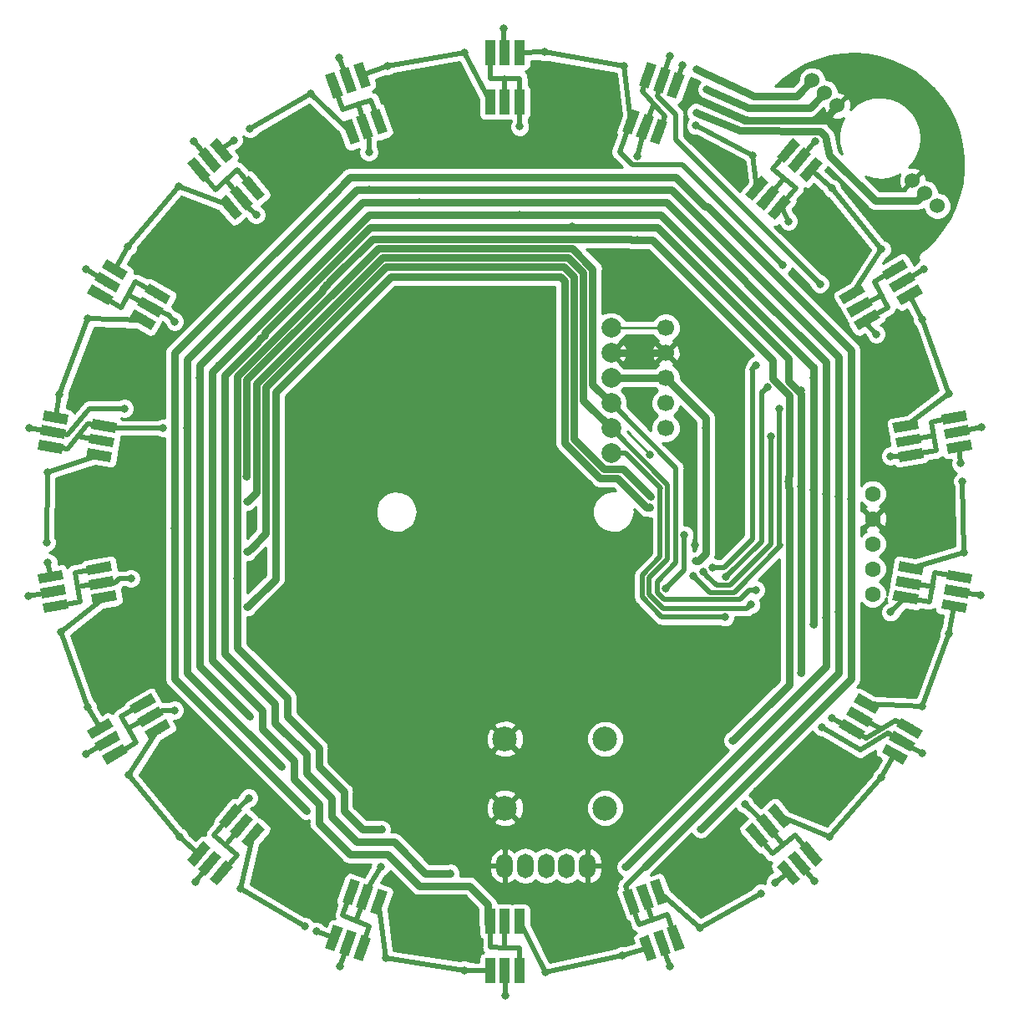
<source format=gbl>
G04 #@! TF.GenerationSoftware,KiCad,Pcbnew,5.0.2+dfsg1-1*
G04 #@! TF.CreationDate,2020-09-22T14:15:05+02:00*
G04 #@! TF.ProjectId,bal,62616c2e-6b69-4636-9164-5f7063625858,rev?*
G04 #@! TF.SameCoordinates,Original*
G04 #@! TF.FileFunction,Copper,L2,Bot*
G04 #@! TF.FilePolarity,Positive*
%FSLAX46Y46*%
G04 Gerber Fmt 4.6, Leading zero omitted, Abs format (unit mm)*
G04 Created by KiCad (PCBNEW 5.0.2+dfsg1-1) date Tue 22 Sep 2020 02:15:05 PM CEST*
%MOMM*%
%LPD*%
G01*
G04 APERTURE LIST*
G04 #@! TA.AperFunction,ComponentPad*
%ADD10C,2.500000*%
G04 #@! TD*
G04 #@! TA.AperFunction,ComponentPad*
%ADD11C,1.524000*%
G04 #@! TD*
G04 #@! TA.AperFunction,ComponentPad*
%ADD12C,1.700000*%
G04 #@! TD*
G04 #@! TA.AperFunction,ComponentPad*
%ADD13O,1.700000X2.500000*%
G04 #@! TD*
G04 #@! TA.AperFunction,ComponentPad*
%ADD14C,1.600000*%
G04 #@! TD*
G04 #@! TA.AperFunction,ComponentPad*
%ADD15C,2.000000*%
G04 #@! TD*
G04 #@! TA.AperFunction,SMDPad,CuDef*
%ADD16C,1.000000*%
G04 #@! TD*
G04 #@! TA.AperFunction,Conductor*
%ADD17C,0.100000*%
G04 #@! TD*
G04 #@! TA.AperFunction,SMDPad,CuDef*
%ADD18R,1.000000X2.500000*%
G04 #@! TD*
G04 #@! TA.AperFunction,ViaPad*
%ADD19C,0.800000*%
G04 #@! TD*
G04 #@! TA.AperFunction,Conductor*
%ADD20C,0.250000*%
G04 #@! TD*
G04 #@! TA.AperFunction,Conductor*
%ADD21C,0.750000*%
G04 #@! TD*
G04 #@! TA.AperFunction,Conductor*
%ADD22C,0.500000*%
G04 #@! TD*
G04 #@! TA.AperFunction,Conductor*
%ADD23C,0.550000*%
G04 #@! TD*
G04 #@! TA.AperFunction,Conductor*
%ADD24C,0.254000*%
G04 #@! TD*
G04 APERTURE END LIST*
D10*
G04 #@! TO.P,U44,2*
G04 #@! TO.N,GND*
X130000000Y-128000000D03*
G04 #@! TO.P,U44,1*
G04 #@! TO.N,Net-(U3-Pad3)*
X140160000Y-128000000D03*
G04 #@! TD*
D11*
G04 #@! TO.P,U43,6*
G04 #@! TO.N,+5V*
X173837600Y-74015600D03*
G04 #@! TO.P,U43,5*
G04 #@! TO.N,Net-(U1-Pad3)*
X162407600Y-62585600D03*
G04 #@! TO.P,U43,4*
G04 #@! TO.N,GND*
X171297600Y-71475600D03*
G04 #@! TO.P,U43,3*
X163677600Y-63855600D03*
G04 #@! TO.P,U43,2*
G04 #@! TO.N,Net-(U1-Pad2)*
X172567600Y-72745600D03*
G04 #@! TO.P,U43,1*
G04 #@! TO.N,+5V*
X161137600Y-61315600D03*
G04 #@! TD*
D12*
G04 #@! TO.P,U1,5*
G04 #@! TO.N,Net-(C1-Pad1)*
X146304000Y-86360000D03*
G04 #@! TO.P,U1,4*
G04 #@! TO.N,GND*
X146304000Y-88900000D03*
G04 #@! TO.P,U1,3*
G04 #@! TO.N,Net-(U1-Pad3)*
X146304000Y-96520000D03*
G04 #@! TO.P,U1,2*
G04 #@! TO.N,Net-(U1-Pad2)*
X146304000Y-93980000D03*
G04 #@! TO.P,U1,1*
G04 #@! TO.N,+5V*
X146304000Y-91440000D03*
G04 #@! TD*
D13*
G04 #@! TO.P,U3,5*
G04 #@! TO.N,GND*
X138362800Y-140868400D03*
G04 #@! TO.P,U3,4*
G04 #@! TO.N,Net-(U3-Pad4)*
X136262800Y-140868400D03*
G04 #@! TO.P,U3,3*
G04 #@! TO.N,Net-(U3-Pad3)*
X134162800Y-140868400D03*
G04 #@! TO.P,U3,2*
G04 #@! TO.N,+5V*
X132062800Y-140868400D03*
G04 #@! TO.P,U3,1*
G04 #@! TO.N,GND*
X129962800Y-140868400D03*
G04 #@! TD*
D14*
G04 #@! TO.P,U4,5*
G04 #@! TO.N,+5V*
X167284400Y-113334800D03*
G04 #@! TO.P,U4,4*
G04 #@! TO.N,Net-(U2-Pad19)*
X167284400Y-110794800D03*
G04 #@! TO.P,U4,3*
G04 #@! TO.N,Net-(C2-Pad2)*
X167284400Y-108254800D03*
G04 #@! TO.P,U4,2*
G04 #@! TO.N,GND*
X167284400Y-105714800D03*
G04 #@! TO.P,U4,1*
G04 #@! TO.N,Net-(U2-Pad22)*
X167284400Y-103174800D03*
G04 #@! TD*
D10*
G04 #@! TO.P,U5,2*
G04 #@! TO.N,GND*
X130000000Y-135000000D03*
G04 #@! TO.P,U5,1*
G04 #@! TO.N,Net-(U3-Pad3)*
X140160000Y-135000000D03*
G04 #@! TD*
D15*
G04 #@! TO.P,U6,6*
G04 #@! TO.N,Net-(R2-Pad2)*
X140766800Y-93980000D03*
G04 #@! TO.P,U6,5*
G04 #@! TO.N,Net-(R3-Pad2)*
X140766800Y-96520000D03*
G04 #@! TO.P,U6,4*
G04 #@! TO.N,Net-(R4-Pad2)*
X140766800Y-99060000D03*
G04 #@! TO.P,U6,3*
G04 #@! TO.N,Net-(C1-Pad1)*
X140766800Y-86360000D03*
G04 #@! TO.P,U6,2*
G04 #@! TO.N,GND*
X140766800Y-88900000D03*
G04 #@! TO.P,U6,1*
G04 #@! TO.N,+5V*
X140766800Y-91440000D03*
G04 #@! TD*
D16*
G04 #@! TO.P,U13,6*
G04 #@! TO.N,Net-(R3-Pad1)*
X88871547Y-99271332D03*
D17*
G04 #@! TD*
G04 #@! TO.N,Net-(R3-Pad1)*
G04 #@! TO.C,U13*
G36*
X90189381Y-98995988D02*
X90015733Y-99980796D01*
X87553713Y-99546676D01*
X87727361Y-98561868D01*
X90189381Y-98995988D01*
X90189381Y-98995988D01*
G37*
D16*
G04 #@! TO.P,U13,5*
G04 #@! TO.N,Net-(U13-Pad1)*
X89132019Y-97794120D03*
D17*
G04 #@! TD*
G04 #@! TO.N,Net-(U13-Pad1)*
G04 #@! TO.C,U13*
G36*
X90449853Y-97518776D02*
X90276205Y-98503584D01*
X87814185Y-98069464D01*
X87987833Y-97084656D01*
X90449853Y-97518776D01*
X90449853Y-97518776D01*
G37*
D16*
G04 #@! TO.P,U13,4*
G04 #@! TO.N,Net-(U13-Pad1)*
X89392492Y-96316909D03*
D17*
G04 #@! TD*
G04 #@! TO.N,Net-(U13-Pad1)*
G04 #@! TO.C,U13*
G36*
X90710326Y-96041565D02*
X90536678Y-97026373D01*
X88074658Y-96592253D01*
X88248306Y-95607445D01*
X90710326Y-96041565D01*
X90710326Y-96041565D01*
G37*
D16*
G04 #@! TO.P,U13,3*
G04 #@! TO.N,Net-(R3-Pad1)*
X84468453Y-95448668D03*
D17*
G04 #@! TD*
G04 #@! TO.N,Net-(R3-Pad1)*
G04 #@! TO.C,U13*
G36*
X85786287Y-95173324D02*
X85612639Y-96158132D01*
X83150619Y-95724012D01*
X83324267Y-94739204D01*
X85786287Y-95173324D01*
X85786287Y-95173324D01*
G37*
D16*
G04 #@! TO.P,U13,2*
G04 #@! TO.N,Net-(R2-Pad1)*
X84207981Y-96925880D03*
D17*
G04 #@! TD*
G04 #@! TO.N,Net-(R2-Pad1)*
G04 #@! TO.C,U13*
G36*
X85525815Y-96650536D02*
X85352167Y-97635344D01*
X82890147Y-97201224D01*
X83063795Y-96216416D01*
X85525815Y-96650536D01*
X85525815Y-96650536D01*
G37*
D16*
G04 #@! TO.P,U13,1*
G04 #@! TO.N,Net-(U13-Pad1)*
X83947508Y-98403091D03*
D17*
G04 #@! TD*
G04 #@! TO.N,Net-(U13-Pad1)*
G04 #@! TO.C,U13*
G36*
X85265342Y-98127747D02*
X85091694Y-99112555D01*
X82629674Y-98678435D01*
X82803322Y-97693627D01*
X85265342Y-98127747D01*
X85265342Y-98127747D01*
G37*
D16*
G04 #@! TO.P,U14,6*
G04 #@! TO.N,Net-(R5-Pad1)*
X114395511Y-66512262D03*
D17*
G04 #@! TD*
G04 #@! TO.N,Net-(R5-Pad1)*
G04 #@! TO.C,U14*
G36*
X115292882Y-67515868D02*
X114353190Y-67857888D01*
X113498140Y-65508656D01*
X114437832Y-65166636D01*
X115292882Y-67515868D01*
X115292882Y-67515868D01*
G37*
D16*
G04 #@! TO.P,U14,5*
G04 #@! TO.N,Net-(U13-Pad1)*
X115805050Y-65999232D03*
D17*
G04 #@! TD*
G04 #@! TO.N,Net-(U13-Pad1)*
G04 #@! TO.C,U14*
G36*
X116702421Y-67002838D02*
X115762729Y-67344858D01*
X114907679Y-64995626D01*
X115847371Y-64653606D01*
X116702421Y-67002838D01*
X116702421Y-67002838D01*
G37*
D16*
G04 #@! TO.P,U14,4*
G04 #@! TO.N,Net-(U13-Pad1)*
X117214589Y-65486201D03*
D17*
G04 #@! TD*
G04 #@! TO.N,Net-(U13-Pad1)*
G04 #@! TO.C,U14*
G36*
X118111960Y-66489807D02*
X117172268Y-66831827D01*
X116317218Y-64482595D01*
X117256910Y-64140575D01*
X118111960Y-66489807D01*
X118111960Y-66489807D01*
G37*
D16*
G04 #@! TO.P,U14,3*
G04 #@! TO.N,Net-(R5-Pad1)*
X115504489Y-60787738D03*
D17*
G04 #@! TD*
G04 #@! TO.N,Net-(R5-Pad1)*
G04 #@! TO.C,U14*
G36*
X116401860Y-61791344D02*
X115462168Y-62133364D01*
X114607118Y-59784132D01*
X115546810Y-59442112D01*
X116401860Y-61791344D01*
X116401860Y-61791344D01*
G37*
D16*
G04 #@! TO.P,U14,2*
G04 #@! TO.N,Net-(R4-Pad1)*
X114094950Y-61300768D03*
D17*
G04 #@! TD*
G04 #@! TO.N,Net-(R4-Pad1)*
G04 #@! TO.C,U14*
G36*
X114992321Y-62304374D02*
X114052629Y-62646394D01*
X113197579Y-60297162D01*
X114137271Y-59955142D01*
X114992321Y-62304374D01*
X114992321Y-62304374D01*
G37*
D16*
G04 #@! TO.P,U14,1*
G04 #@! TO.N,Net-(U13-Pad1)*
X112685411Y-61813799D03*
D17*
G04 #@! TD*
G04 #@! TO.N,Net-(U13-Pad1)*
G04 #@! TO.C,U14*
G36*
X113582782Y-62817405D02*
X112643090Y-63159425D01*
X111788040Y-60810193D01*
X112727732Y-60468173D01*
X113582782Y-62817405D01*
X113582782Y-62817405D01*
G37*
D16*
G04 #@! TO.P,U15,6*
G04 #@! TO.N,Net-(R7-Pad1)*
X155523964Y-72240930D03*
D17*
G04 #@! TD*
G04 #@! TO.N,Net-(R7-Pad1)*
G04 #@! TO.C,U15*
G36*
X155103502Y-73519879D02*
X154337457Y-72877092D01*
X155944426Y-70961981D01*
X156710471Y-71604768D01*
X155103502Y-73519879D01*
X155103502Y-73519879D01*
G37*
D16*
G04 #@! TO.P,U15,5*
G04 #@! TO.N,Net-(U13-Pad1)*
X156673031Y-73205111D03*
D17*
G04 #@! TD*
G04 #@! TO.N,Net-(U13-Pad1)*
G04 #@! TO.C,U15*
G36*
X156252569Y-74484060D02*
X155486524Y-73841273D01*
X157093493Y-71926162D01*
X157859538Y-72568949D01*
X156252569Y-74484060D01*
X156252569Y-74484060D01*
G37*
D16*
G04 #@! TO.P,U15,4*
G04 #@! TO.N,Net-(U13-Pad1)*
X157822098Y-74169293D03*
D17*
G04 #@! TD*
G04 #@! TO.N,Net-(U13-Pad1)*
G04 #@! TO.C,U15*
G36*
X157401636Y-75448242D02*
X156635591Y-74805455D01*
X158242560Y-72890344D01*
X159008605Y-73533131D01*
X157401636Y-75448242D01*
X157401636Y-75448242D01*
G37*
D16*
G04 #@! TO.P,U15,3*
G04 #@! TO.N,Net-(R7-Pad1)*
X161036036Y-70339070D03*
D17*
G04 #@! TD*
G04 #@! TO.N,Net-(R7-Pad1)*
G04 #@! TO.C,U15*
G36*
X160615574Y-71618019D02*
X159849529Y-70975232D01*
X161456498Y-69060121D01*
X162222543Y-69702908D01*
X160615574Y-71618019D01*
X160615574Y-71618019D01*
G37*
D16*
G04 #@! TO.P,U15,2*
G04 #@! TO.N,Net-(R6-Pad1)*
X159886969Y-69374889D03*
D17*
G04 #@! TD*
G04 #@! TO.N,Net-(R6-Pad1)*
G04 #@! TO.C,U15*
G36*
X159466507Y-70653838D02*
X158700462Y-70011051D01*
X160307431Y-68095940D01*
X161073476Y-68738727D01*
X159466507Y-70653838D01*
X159466507Y-70653838D01*
G37*
D16*
G04 #@! TO.P,U15,1*
G04 #@! TO.N,Net-(U13-Pad1)*
X158737902Y-68410707D03*
D17*
G04 #@! TD*
G04 #@! TO.N,Net-(U13-Pad1)*
G04 #@! TO.C,U15*
G36*
X158317440Y-69689656D02*
X157551395Y-69046869D01*
X159158364Y-67131758D01*
X159924409Y-67774545D01*
X158317440Y-69689656D01*
X158317440Y-69689656D01*
G37*
D16*
G04 #@! TO.P,U16,6*
G04 #@! TO.N,Net-(R9-Pad1)*
X171128453Y-110728668D03*
D17*
G04 #@! TD*
G04 #@! TO.N,Net-(R9-Pad1)*
G04 #@! TO.C,U16*
G36*
X169810619Y-111004012D02*
X169984267Y-110019204D01*
X172446287Y-110453324D01*
X172272639Y-111438132D01*
X169810619Y-111004012D01*
X169810619Y-111004012D01*
G37*
D16*
G04 #@! TO.P,U16,5*
G04 #@! TO.N,Net-(U13-Pad1)*
X170867981Y-112205880D03*
D17*
G04 #@! TD*
G04 #@! TO.N,Net-(U13-Pad1)*
G04 #@! TO.C,U16*
G36*
X169550147Y-112481224D02*
X169723795Y-111496416D01*
X172185815Y-111930536D01*
X172012167Y-112915344D01*
X169550147Y-112481224D01*
X169550147Y-112481224D01*
G37*
D16*
G04 #@! TO.P,U16,4*
G04 #@! TO.N,Net-(U13-Pad1)*
X170607508Y-113683091D03*
D17*
G04 #@! TD*
G04 #@! TO.N,Net-(U13-Pad1)*
G04 #@! TO.C,U16*
G36*
X169289674Y-113958435D02*
X169463322Y-112973627D01*
X171925342Y-113407747D01*
X171751694Y-114392555D01*
X169289674Y-113958435D01*
X169289674Y-113958435D01*
G37*
D16*
G04 #@! TO.P,U16,3*
G04 #@! TO.N,Net-(R9-Pad1)*
X175531547Y-114551332D03*
D17*
G04 #@! TD*
G04 #@! TO.N,Net-(R9-Pad1)*
G04 #@! TO.C,U16*
G36*
X174213713Y-114826676D02*
X174387361Y-113841868D01*
X176849381Y-114275988D01*
X176675733Y-115260796D01*
X174213713Y-114826676D01*
X174213713Y-114826676D01*
G37*
D16*
G04 #@! TO.P,U16,2*
G04 #@! TO.N,Net-(R8-Pad1)*
X175792019Y-113074120D03*
D17*
G04 #@! TD*
G04 #@! TO.N,Net-(R8-Pad1)*
G04 #@! TO.C,U16*
G36*
X174474185Y-113349464D02*
X174647833Y-112364656D01*
X177109853Y-112798776D01*
X176936205Y-113783584D01*
X174474185Y-113349464D01*
X174474185Y-113349464D01*
G37*
D16*
G04 #@! TO.P,U16,1*
G04 #@! TO.N,Net-(U13-Pad1)*
X176052492Y-111596909D03*
D17*
G04 #@! TD*
G04 #@! TO.N,Net-(U13-Pad1)*
G04 #@! TO.C,U16*
G36*
X174734658Y-111872253D02*
X174908306Y-110887445D01*
X177370326Y-111321565D01*
X177196678Y-112306373D01*
X174734658Y-111872253D01*
X174734658Y-111872253D01*
G37*
D16*
G04 #@! TO.P,U17,6*
G04 #@! TO.N,Net-(R11-Pad1)*
X145604489Y-143487738D03*
D17*
G04 #@! TD*
G04 #@! TO.N,Net-(R11-Pad1)*
G04 #@! TO.C,U17*
G36*
X144707118Y-142484132D02*
X145646810Y-142142112D01*
X146501860Y-144491344D01*
X145562168Y-144833364D01*
X144707118Y-142484132D01*
X144707118Y-142484132D01*
G37*
D16*
G04 #@! TO.P,U17,5*
G04 #@! TO.N,Net-(U13-Pad1)*
X144194950Y-144000768D03*
D17*
G04 #@! TD*
G04 #@! TO.N,Net-(U13-Pad1)*
G04 #@! TO.C,U17*
G36*
X143297579Y-142997162D02*
X144237271Y-142655142D01*
X145092321Y-145004374D01*
X144152629Y-145346394D01*
X143297579Y-142997162D01*
X143297579Y-142997162D01*
G37*
D16*
G04 #@! TO.P,U17,4*
G04 #@! TO.N,Net-(U13-Pad1)*
X142785411Y-144513799D03*
D17*
G04 #@! TD*
G04 #@! TO.N,Net-(U13-Pad1)*
G04 #@! TO.C,U17*
G36*
X141888040Y-143510193D02*
X142827732Y-143168173D01*
X143682782Y-145517405D01*
X142743090Y-145859425D01*
X141888040Y-143510193D01*
X141888040Y-143510193D01*
G37*
D16*
G04 #@! TO.P,U17,3*
G04 #@! TO.N,Net-(R11-Pad1)*
X144495511Y-149212262D03*
D17*
G04 #@! TD*
G04 #@! TO.N,Net-(R11-Pad1)*
G04 #@! TO.C,U17*
G36*
X143598140Y-148208656D02*
X144537832Y-147866636D01*
X145392882Y-150215868D01*
X144453190Y-150557888D01*
X143598140Y-148208656D01*
X143598140Y-148208656D01*
G37*
D16*
G04 #@! TO.P,U17,2*
G04 #@! TO.N,Net-(R10-Pad1)*
X145905050Y-148699232D03*
D17*
G04 #@! TD*
G04 #@! TO.N,Net-(R10-Pad1)*
G04 #@! TO.C,U17*
G36*
X145007679Y-147695626D02*
X145947371Y-147353606D01*
X146802421Y-149702838D01*
X145862729Y-150044858D01*
X145007679Y-147695626D01*
X145007679Y-147695626D01*
G37*
D16*
G04 #@! TO.P,U17,1*
G04 #@! TO.N,Net-(U13-Pad1)*
X147314589Y-148186201D03*
D17*
G04 #@! TD*
G04 #@! TO.N,Net-(U13-Pad1)*
G04 #@! TO.C,U17*
G36*
X146417218Y-147182595D02*
X147356910Y-146840575D01*
X148211960Y-149189807D01*
X147272268Y-149531827D01*
X146417218Y-147182595D01*
X146417218Y-147182595D01*
G37*
D16*
G04 #@! TO.P,U18,6*
G04 #@! TO.N,Net-(R13-Pad1)*
X104476036Y-137759070D03*
D17*
G04 #@! TD*
G04 #@! TO.N,Net-(R13-Pad1)*
G04 #@! TO.C,U18*
G36*
X104896498Y-136480121D02*
X105662543Y-137122908D01*
X104055574Y-139038019D01*
X103289529Y-138395232D01*
X104896498Y-136480121D01*
X104896498Y-136480121D01*
G37*
D16*
G04 #@! TO.P,U18,5*
G04 #@! TO.N,Net-(U13-Pad1)*
X103326969Y-136794889D03*
D17*
G04 #@! TD*
G04 #@! TO.N,Net-(U13-Pad1)*
G04 #@! TO.C,U18*
G36*
X103747431Y-135515940D02*
X104513476Y-136158727D01*
X102906507Y-138073838D01*
X102140462Y-137431051D01*
X103747431Y-135515940D01*
X103747431Y-135515940D01*
G37*
D16*
G04 #@! TO.P,U18,4*
G04 #@! TO.N,Net-(U13-Pad1)*
X102177902Y-135830707D03*
D17*
G04 #@! TD*
G04 #@! TO.N,Net-(U13-Pad1)*
G04 #@! TO.C,U18*
G36*
X102598364Y-134551758D02*
X103364409Y-135194545D01*
X101757440Y-137109656D01*
X100991395Y-136466869D01*
X102598364Y-134551758D01*
X102598364Y-134551758D01*
G37*
D16*
G04 #@! TO.P,U18,3*
G04 #@! TO.N,Net-(R13-Pad1)*
X98963964Y-139660930D03*
D17*
G04 #@! TD*
G04 #@! TO.N,Net-(R13-Pad1)*
G04 #@! TO.C,U18*
G36*
X99384426Y-138381981D02*
X100150471Y-139024768D01*
X98543502Y-140939879D01*
X97777457Y-140297092D01*
X99384426Y-138381981D01*
X99384426Y-138381981D01*
G37*
D16*
G04 #@! TO.P,U18,2*
G04 #@! TO.N,Net-(R12-Pad1)*
X100113031Y-140625111D03*
D17*
G04 #@! TD*
G04 #@! TO.N,Net-(R12-Pad1)*
G04 #@! TO.C,U18*
G36*
X100533493Y-139346162D02*
X101299538Y-139988949D01*
X99692569Y-141904060D01*
X98926524Y-141261273D01*
X100533493Y-139346162D01*
X100533493Y-139346162D01*
G37*
D16*
G04 #@! TO.P,U18,1*
G04 #@! TO.N,Net-(U13-Pad1)*
X101262098Y-141589293D03*
D17*
G04 #@! TD*
G04 #@! TO.N,Net-(U13-Pad1)*
G04 #@! TO.C,U18*
G36*
X101682560Y-140310344D02*
X102448605Y-140953131D01*
X100841636Y-142868242D01*
X100075591Y-142225455D01*
X101682560Y-140310344D01*
X101682560Y-140310344D01*
G37*
D16*
G04 #@! TO.P,U25,6*
G04 #@! TO.N,Net-(R3-Pad1)*
X93305064Y-85549038D03*
D17*
G04 #@! TD*
G04 #@! TO.N,Net-(R3-Pad1)*
G04 #@! TO.C,U25*
G36*
X94637596Y-85741025D02*
X94137596Y-86607051D01*
X91972532Y-85357051D01*
X92472532Y-84491025D01*
X94637596Y-85741025D01*
X94637596Y-85741025D01*
G37*
D16*
G04 #@! TO.P,U25,5*
G04 #@! TO.N,Net-(U2-Pad26)*
X94055064Y-84250000D03*
D17*
G04 #@! TD*
G04 #@! TO.N,Net-(U2-Pad26)*
G04 #@! TO.C,U25*
G36*
X95387596Y-84441987D02*
X94887596Y-85308013D01*
X92722532Y-84058013D01*
X93222532Y-83191987D01*
X95387596Y-84441987D01*
X95387596Y-84441987D01*
G37*
D16*
G04 #@! TO.P,U25,4*
G04 #@! TO.N,Net-(U2-Pad26)*
X94805064Y-82950962D03*
D17*
G04 #@! TD*
G04 #@! TO.N,Net-(U2-Pad26)*
G04 #@! TO.C,U25*
G36*
X96137596Y-83142949D02*
X95637596Y-84008975D01*
X93472532Y-82758975D01*
X93972532Y-81892949D01*
X96137596Y-83142949D01*
X96137596Y-83142949D01*
G37*
D16*
G04 #@! TO.P,U25,3*
G04 #@! TO.N,Net-(R3-Pad1)*
X90474936Y-80450962D03*
D17*
G04 #@! TD*
G04 #@! TO.N,Net-(R3-Pad1)*
G04 #@! TO.C,U25*
G36*
X91807468Y-80642949D02*
X91307468Y-81508975D01*
X89142404Y-80258975D01*
X89642404Y-79392949D01*
X91807468Y-80642949D01*
X91807468Y-80642949D01*
G37*
D16*
G04 #@! TO.P,U25,2*
G04 #@! TO.N,Net-(R2-Pad1)*
X89724936Y-81750000D03*
D17*
G04 #@! TD*
G04 #@! TO.N,Net-(R2-Pad1)*
G04 #@! TO.C,U25*
G36*
X91057468Y-81941987D02*
X90557468Y-82808013D01*
X88392404Y-81558013D01*
X88892404Y-80691987D01*
X91057468Y-81941987D01*
X91057468Y-81941987D01*
G37*
D16*
G04 #@! TO.P,U25,1*
G04 #@! TO.N,Net-(U2-Pad26)*
X88974936Y-83049038D03*
D17*
G04 #@! TD*
G04 #@! TO.N,Net-(U2-Pad26)*
G04 #@! TO.C,U25*
G36*
X90307468Y-83241025D02*
X89807468Y-84107051D01*
X87642404Y-82857051D01*
X88142404Y-81991025D01*
X90307468Y-83241025D01*
X90307468Y-83241025D01*
G37*
D18*
G04 #@! TO.P,U26,6*
G04 #@! TO.N,Net-(R5-Pad1)*
X128500000Y-63500000D03*
G04 #@! TO.P,U26,5*
G04 #@! TO.N,Net-(U2-Pad26)*
X130000000Y-63500000D03*
G04 #@! TO.P,U26,4*
X131500000Y-63500000D03*
G04 #@! TO.P,U26,3*
G04 #@! TO.N,Net-(R5-Pad1)*
X131500000Y-58500000D03*
G04 #@! TO.P,U26,2*
G04 #@! TO.N,Net-(R4-Pad1)*
X130000000Y-58500000D03*
G04 #@! TO.P,U26,1*
G04 #@! TO.N,Net-(U2-Pad26)*
X128500000Y-58500000D03*
G04 #@! TD*
D16*
G04 #@! TO.P,U27,6*
G04 #@! TO.N,Net-(R7-Pad1)*
X165194936Y-82950962D03*
D17*
G04 #@! TD*
G04 #@! TO.N,Net-(R7-Pad1)*
G04 #@! TO.C,U27*
G36*
X164362404Y-84008975D02*
X163862404Y-83142949D01*
X166027468Y-81892949D01*
X166527468Y-82758975D01*
X164362404Y-84008975D01*
X164362404Y-84008975D01*
G37*
D16*
G04 #@! TO.P,U27,5*
G04 #@! TO.N,Net-(U2-Pad26)*
X165944936Y-84250000D03*
D17*
G04 #@! TD*
G04 #@! TO.N,Net-(U2-Pad26)*
G04 #@! TO.C,U27*
G36*
X165112404Y-85308013D02*
X164612404Y-84441987D01*
X166777468Y-83191987D01*
X167277468Y-84058013D01*
X165112404Y-85308013D01*
X165112404Y-85308013D01*
G37*
D16*
G04 #@! TO.P,U27,4*
G04 #@! TO.N,Net-(U2-Pad26)*
X166694936Y-85549038D03*
D17*
G04 #@! TD*
G04 #@! TO.N,Net-(U2-Pad26)*
G04 #@! TO.C,U27*
G36*
X165862404Y-86607051D02*
X165362404Y-85741025D01*
X167527468Y-84491025D01*
X168027468Y-85357051D01*
X165862404Y-86607051D01*
X165862404Y-86607051D01*
G37*
D16*
G04 #@! TO.P,U27,3*
G04 #@! TO.N,Net-(R7-Pad1)*
X171025064Y-83049038D03*
D17*
G04 #@! TD*
G04 #@! TO.N,Net-(R7-Pad1)*
G04 #@! TO.C,U27*
G36*
X170192532Y-84107051D02*
X169692532Y-83241025D01*
X171857596Y-81991025D01*
X172357596Y-82857051D01*
X170192532Y-84107051D01*
X170192532Y-84107051D01*
G37*
D16*
G04 #@! TO.P,U27,2*
G04 #@! TO.N,Net-(R6-Pad1)*
X170275064Y-81750000D03*
D17*
G04 #@! TD*
G04 #@! TO.N,Net-(R6-Pad1)*
G04 #@! TO.C,U27*
G36*
X169442532Y-82808013D02*
X168942532Y-81941987D01*
X171107596Y-80691987D01*
X171607596Y-81558013D01*
X169442532Y-82808013D01*
X169442532Y-82808013D01*
G37*
D16*
G04 #@! TO.P,U27,1*
G04 #@! TO.N,Net-(U2-Pad26)*
X169525064Y-80450962D03*
D17*
G04 #@! TD*
G04 #@! TO.N,Net-(U2-Pad26)*
G04 #@! TO.C,U27*
G36*
X168692532Y-81508975D02*
X168192532Y-80642949D01*
X170357596Y-79392949D01*
X170857596Y-80258975D01*
X168692532Y-81508975D01*
X168692532Y-81508975D01*
G37*
D16*
G04 #@! TO.P,U28,6*
G04 #@! TO.N,Net-(R9-Pad1)*
X166694936Y-124450962D03*
D17*
G04 #@! TD*
G04 #@! TO.N,Net-(R9-Pad1)*
G04 #@! TO.C,U28*
G36*
X165362404Y-124258975D02*
X165862404Y-123392949D01*
X168027468Y-124642949D01*
X167527468Y-125508975D01*
X165362404Y-124258975D01*
X165362404Y-124258975D01*
G37*
D16*
G04 #@! TO.P,U28,5*
G04 #@! TO.N,Net-(U2-Pad26)*
X165944936Y-125750000D03*
D17*
G04 #@! TD*
G04 #@! TO.N,Net-(U2-Pad26)*
G04 #@! TO.C,U28*
G36*
X164612404Y-125558013D02*
X165112404Y-124691987D01*
X167277468Y-125941987D01*
X166777468Y-126808013D01*
X164612404Y-125558013D01*
X164612404Y-125558013D01*
G37*
D16*
G04 #@! TO.P,U28,4*
G04 #@! TO.N,Net-(U2-Pad26)*
X165194936Y-127049038D03*
D17*
G04 #@! TD*
G04 #@! TO.N,Net-(U2-Pad26)*
G04 #@! TO.C,U28*
G36*
X163862404Y-126857051D02*
X164362404Y-125991025D01*
X166527468Y-127241025D01*
X166027468Y-128107051D01*
X163862404Y-126857051D01*
X163862404Y-126857051D01*
G37*
D16*
G04 #@! TO.P,U28,3*
G04 #@! TO.N,Net-(R9-Pad1)*
X169525064Y-129549038D03*
D17*
G04 #@! TD*
G04 #@! TO.N,Net-(R9-Pad1)*
G04 #@! TO.C,U28*
G36*
X168192532Y-129357051D02*
X168692532Y-128491025D01*
X170857596Y-129741025D01*
X170357596Y-130607051D01*
X168192532Y-129357051D01*
X168192532Y-129357051D01*
G37*
D16*
G04 #@! TO.P,U28,2*
G04 #@! TO.N,Net-(R8-Pad1)*
X170275064Y-128250000D03*
D17*
G04 #@! TD*
G04 #@! TO.N,Net-(R8-Pad1)*
G04 #@! TO.C,U28*
G36*
X168942532Y-128058013D02*
X169442532Y-127191987D01*
X171607596Y-128441987D01*
X171107596Y-129308013D01*
X168942532Y-128058013D01*
X168942532Y-128058013D01*
G37*
D16*
G04 #@! TO.P,U28,1*
G04 #@! TO.N,Net-(U2-Pad26)*
X171025064Y-126950962D03*
D17*
G04 #@! TD*
G04 #@! TO.N,Net-(U2-Pad26)*
G04 #@! TO.C,U28*
G36*
X169692532Y-126758975D02*
X170192532Y-125892949D01*
X172357596Y-127142949D01*
X171857596Y-128008975D01*
X169692532Y-126758975D01*
X169692532Y-126758975D01*
G37*
D18*
G04 #@! TO.P,U29,6*
G04 #@! TO.N,Net-(R11-Pad1)*
X131500000Y-146500000D03*
G04 #@! TO.P,U29,5*
G04 #@! TO.N,Net-(U2-Pad26)*
X130000000Y-146500000D03*
G04 #@! TO.P,U29,4*
X128500000Y-146500000D03*
G04 #@! TO.P,U29,3*
G04 #@! TO.N,Net-(R11-Pad1)*
X128500000Y-151500000D03*
G04 #@! TO.P,U29,2*
G04 #@! TO.N,Net-(R10-Pad1)*
X130000000Y-151500000D03*
G04 #@! TO.P,U29,1*
G04 #@! TO.N,Net-(U2-Pad26)*
X131500000Y-151500000D03*
G04 #@! TD*
D16*
G04 #@! TO.P,U30,6*
G04 #@! TO.N,Net-(R13-Pad1)*
X94805064Y-127049038D03*
D17*
G04 #@! TD*
G04 #@! TO.N,Net-(R13-Pad1)*
G04 #@! TO.C,U30*
G36*
X95637596Y-125991025D02*
X96137596Y-126857051D01*
X93972532Y-128107051D01*
X93472532Y-127241025D01*
X95637596Y-125991025D01*
X95637596Y-125991025D01*
G37*
D16*
G04 #@! TO.P,U30,5*
G04 #@! TO.N,Net-(U2-Pad26)*
X94055064Y-125750000D03*
D17*
G04 #@! TD*
G04 #@! TO.N,Net-(U2-Pad26)*
G04 #@! TO.C,U30*
G36*
X94887596Y-124691987D02*
X95387596Y-125558013D01*
X93222532Y-126808013D01*
X92722532Y-125941987D01*
X94887596Y-124691987D01*
X94887596Y-124691987D01*
G37*
D16*
G04 #@! TO.P,U30,4*
G04 #@! TO.N,Net-(U2-Pad26)*
X93305064Y-124450962D03*
D17*
G04 #@! TD*
G04 #@! TO.N,Net-(U2-Pad26)*
G04 #@! TO.C,U30*
G36*
X94137596Y-123392949D02*
X94637596Y-124258975D01*
X92472532Y-125508975D01*
X91972532Y-124642949D01*
X94137596Y-123392949D01*
X94137596Y-123392949D01*
G37*
D16*
G04 #@! TO.P,U30,3*
G04 #@! TO.N,Net-(R13-Pad1)*
X88974936Y-126950962D03*
D17*
G04 #@! TD*
G04 #@! TO.N,Net-(R13-Pad1)*
G04 #@! TO.C,U30*
G36*
X89807468Y-125892949D02*
X90307468Y-126758975D01*
X88142404Y-128008975D01*
X87642404Y-127142949D01*
X89807468Y-125892949D01*
X89807468Y-125892949D01*
G37*
D16*
G04 #@! TO.P,U30,2*
G04 #@! TO.N,Net-(R12-Pad1)*
X89724936Y-128250000D03*
D17*
G04 #@! TD*
G04 #@! TO.N,Net-(R12-Pad1)*
G04 #@! TO.C,U30*
G36*
X90557468Y-127191987D02*
X91057468Y-128058013D01*
X88892404Y-129308013D01*
X88392404Y-128441987D01*
X90557468Y-127191987D01*
X90557468Y-127191987D01*
G37*
D16*
G04 #@! TO.P,U30,1*
G04 #@! TO.N,Net-(U2-Pad26)*
X90474936Y-129549038D03*
D17*
G04 #@! TD*
G04 #@! TO.N,Net-(U2-Pad26)*
G04 #@! TO.C,U30*
G36*
X91307468Y-128491025D02*
X91807468Y-129357051D01*
X89642404Y-130607051D01*
X89142404Y-129741025D01*
X91307468Y-128491025D01*
X91307468Y-128491025D01*
G37*
D16*
G04 #@! TO.P,U37,6*
G04 #@! TO.N,Net-(R3-Pad1)*
X102177902Y-74169293D03*
D17*
G04 #@! TD*
G04 #@! TO.N,Net-(R3-Pad1)*
G04 #@! TO.C,U37*
G36*
X103364409Y-74805455D02*
X102598364Y-75448242D01*
X100991395Y-73533131D01*
X101757440Y-72890344D01*
X103364409Y-74805455D01*
X103364409Y-74805455D01*
G37*
D16*
G04 #@! TO.P,U37,5*
G04 #@! TO.N,Net-(U2-Pad28)*
X103326969Y-73205111D03*
D17*
G04 #@! TD*
G04 #@! TO.N,Net-(U2-Pad28)*
G04 #@! TO.C,U37*
G36*
X104513476Y-73841273D02*
X103747431Y-74484060D01*
X102140462Y-72568949D01*
X102906507Y-71926162D01*
X104513476Y-73841273D01*
X104513476Y-73841273D01*
G37*
D16*
G04 #@! TO.P,U37,4*
G04 #@! TO.N,Net-(U2-Pad28)*
X104476036Y-72240930D03*
D17*
G04 #@! TD*
G04 #@! TO.N,Net-(U2-Pad28)*
G04 #@! TO.C,U37*
G36*
X105662543Y-72877092D02*
X104896498Y-73519879D01*
X103289529Y-71604768D01*
X104055574Y-70961981D01*
X105662543Y-72877092D01*
X105662543Y-72877092D01*
G37*
D16*
G04 #@! TO.P,U37,3*
G04 #@! TO.N,Net-(R3-Pad1)*
X101262098Y-68410707D03*
D17*
G04 #@! TD*
G04 #@! TO.N,Net-(R3-Pad1)*
G04 #@! TO.C,U37*
G36*
X102448605Y-69046869D02*
X101682560Y-69689656D01*
X100075591Y-67774545D01*
X100841636Y-67131758D01*
X102448605Y-69046869D01*
X102448605Y-69046869D01*
G37*
D16*
G04 #@! TO.P,U37,2*
G04 #@! TO.N,Net-(R2-Pad1)*
X100113031Y-69374889D03*
D17*
G04 #@! TD*
G04 #@! TO.N,Net-(R2-Pad1)*
G04 #@! TO.C,U37*
G36*
X101299538Y-70011051D02*
X100533493Y-70653838D01*
X98926524Y-68738727D01*
X99692569Y-68095940D01*
X101299538Y-70011051D01*
X101299538Y-70011051D01*
G37*
D16*
G04 #@! TO.P,U37,1*
G04 #@! TO.N,Net-(U2-Pad28)*
X98963964Y-70339070D03*
D17*
G04 #@! TD*
G04 #@! TO.N,Net-(U2-Pad28)*
G04 #@! TO.C,U37*
G36*
X100150471Y-70975232D02*
X99384426Y-71618019D01*
X97777457Y-69702908D01*
X98543502Y-69060121D01*
X100150471Y-70975232D01*
X100150471Y-70975232D01*
G37*
D16*
G04 #@! TO.P,U38,6*
G04 #@! TO.N,Net-(R5-Pad1)*
X142785411Y-65486201D03*
D17*
G04 #@! TD*
G04 #@! TO.N,Net-(R5-Pad1)*
G04 #@! TO.C,U38*
G36*
X142827732Y-66831827D02*
X141888040Y-66489807D01*
X142743090Y-64140575D01*
X143682782Y-64482595D01*
X142827732Y-66831827D01*
X142827732Y-66831827D01*
G37*
D16*
G04 #@! TO.P,U38,5*
G04 #@! TO.N,Net-(U2-Pad28)*
X144194950Y-65999232D03*
D17*
G04 #@! TD*
G04 #@! TO.N,Net-(U2-Pad28)*
G04 #@! TO.C,U38*
G36*
X144237271Y-67344858D02*
X143297579Y-67002838D01*
X144152629Y-64653606D01*
X145092321Y-64995626D01*
X144237271Y-67344858D01*
X144237271Y-67344858D01*
G37*
D16*
G04 #@! TO.P,U38,4*
G04 #@! TO.N,Net-(U2-Pad28)*
X145604489Y-66512262D03*
D17*
G04 #@! TD*
G04 #@! TO.N,Net-(U2-Pad28)*
G04 #@! TO.C,U38*
G36*
X145646810Y-67857888D02*
X144707118Y-67515868D01*
X145562168Y-65166636D01*
X146501860Y-65508656D01*
X145646810Y-67857888D01*
X145646810Y-67857888D01*
G37*
D16*
G04 #@! TO.P,U38,3*
G04 #@! TO.N,Net-(R5-Pad1)*
X147314589Y-61813799D03*
D17*
G04 #@! TD*
G04 #@! TO.N,Net-(R5-Pad1)*
G04 #@! TO.C,U38*
G36*
X147356910Y-63159425D02*
X146417218Y-62817405D01*
X147272268Y-60468173D01*
X148211960Y-60810193D01*
X147356910Y-63159425D01*
X147356910Y-63159425D01*
G37*
D16*
G04 #@! TO.P,U38,2*
G04 #@! TO.N,Net-(R4-Pad1)*
X145905050Y-61300768D03*
D17*
G04 #@! TD*
G04 #@! TO.N,Net-(R4-Pad1)*
G04 #@! TO.C,U38*
G36*
X145947371Y-62646394D02*
X145007679Y-62304374D01*
X145862729Y-59955142D01*
X146802421Y-60297162D01*
X145947371Y-62646394D01*
X145947371Y-62646394D01*
G37*
D16*
G04 #@! TO.P,U38,1*
G04 #@! TO.N,Net-(U2-Pad28)*
X144495511Y-60787738D03*
D17*
G04 #@! TD*
G04 #@! TO.N,Net-(U2-Pad28)*
G04 #@! TO.C,U38*
G36*
X144537832Y-62133364D02*
X143598140Y-61791344D01*
X144453190Y-59442112D01*
X145392882Y-59784132D01*
X144537832Y-62133364D01*
X144537832Y-62133364D01*
G37*
D16*
G04 #@! TO.P,U39,6*
G04 #@! TO.N,Net-(R7-Pad1)*
X170607508Y-96316909D03*
D17*
G04 #@! TD*
G04 #@! TO.N,Net-(R7-Pad1)*
G04 #@! TO.C,U39*
G36*
X169463322Y-97026373D02*
X169289674Y-96041565D01*
X171751694Y-95607445D01*
X171925342Y-96592253D01*
X169463322Y-97026373D01*
X169463322Y-97026373D01*
G37*
D16*
G04 #@! TO.P,U39,5*
G04 #@! TO.N,Net-(U2-Pad28)*
X170867981Y-97794120D03*
D17*
G04 #@! TD*
G04 #@! TO.N,Net-(U2-Pad28)*
G04 #@! TO.C,U39*
G36*
X169723795Y-98503584D02*
X169550147Y-97518776D01*
X172012167Y-97084656D01*
X172185815Y-98069464D01*
X169723795Y-98503584D01*
X169723795Y-98503584D01*
G37*
D16*
G04 #@! TO.P,U39,4*
G04 #@! TO.N,Net-(U2-Pad28)*
X171128453Y-99271332D03*
D17*
G04 #@! TD*
G04 #@! TO.N,Net-(U2-Pad28)*
G04 #@! TO.C,U39*
G36*
X169984267Y-99980796D02*
X169810619Y-98995988D01*
X172272639Y-98561868D01*
X172446287Y-99546676D01*
X169984267Y-99980796D01*
X169984267Y-99980796D01*
G37*
D16*
G04 #@! TO.P,U39,3*
G04 #@! TO.N,Net-(R7-Pad1)*
X176052492Y-98403091D03*
D17*
G04 #@! TD*
G04 #@! TO.N,Net-(R7-Pad1)*
G04 #@! TO.C,U39*
G36*
X174908306Y-99112555D02*
X174734658Y-98127747D01*
X177196678Y-97693627D01*
X177370326Y-98678435D01*
X174908306Y-99112555D01*
X174908306Y-99112555D01*
G37*
D16*
G04 #@! TO.P,U39,2*
G04 #@! TO.N,Net-(R6-Pad1)*
X175792019Y-96925880D03*
D17*
G04 #@! TD*
G04 #@! TO.N,Net-(R6-Pad1)*
G04 #@! TO.C,U39*
G36*
X174647833Y-97635344D02*
X174474185Y-96650536D01*
X176936205Y-96216416D01*
X177109853Y-97201224D01*
X174647833Y-97635344D01*
X174647833Y-97635344D01*
G37*
D16*
G04 #@! TO.P,U39,1*
G04 #@! TO.N,Net-(U2-Pad28)*
X175531547Y-95448668D03*
D17*
G04 #@! TD*
G04 #@! TO.N,Net-(U2-Pad28)*
G04 #@! TO.C,U39*
G36*
X174387361Y-96158132D02*
X174213713Y-95173324D01*
X176675733Y-94739204D01*
X176849381Y-95724012D01*
X174387361Y-96158132D01*
X174387361Y-96158132D01*
G37*
D16*
G04 #@! TO.P,U40,6*
G04 #@! TO.N,Net-(R9-Pad1)*
X157822098Y-135830707D03*
D17*
G04 #@! TD*
G04 #@! TO.N,Net-(R9-Pad1)*
G04 #@! TO.C,U40*
G36*
X156635591Y-135194545D02*
X157401636Y-134551758D01*
X159008605Y-136466869D01*
X158242560Y-137109656D01*
X156635591Y-135194545D01*
X156635591Y-135194545D01*
G37*
D16*
G04 #@! TO.P,U40,5*
G04 #@! TO.N,Net-(U2-Pad28)*
X156673031Y-136794889D03*
D17*
G04 #@! TD*
G04 #@! TO.N,Net-(U2-Pad28)*
G04 #@! TO.C,U40*
G36*
X155486524Y-136158727D02*
X156252569Y-135515940D01*
X157859538Y-137431051D01*
X157093493Y-138073838D01*
X155486524Y-136158727D01*
X155486524Y-136158727D01*
G37*
D16*
G04 #@! TO.P,U40,4*
G04 #@! TO.N,Net-(U2-Pad28)*
X155523964Y-137759070D03*
D17*
G04 #@! TD*
G04 #@! TO.N,Net-(U2-Pad28)*
G04 #@! TO.C,U40*
G36*
X154337457Y-137122908D02*
X155103502Y-136480121D01*
X156710471Y-138395232D01*
X155944426Y-139038019D01*
X154337457Y-137122908D01*
X154337457Y-137122908D01*
G37*
D16*
G04 #@! TO.P,U40,3*
G04 #@! TO.N,Net-(R9-Pad1)*
X158737902Y-141589293D03*
D17*
G04 #@! TD*
G04 #@! TO.N,Net-(R9-Pad1)*
G04 #@! TO.C,U40*
G36*
X157551395Y-140953131D02*
X158317440Y-140310344D01*
X159924409Y-142225455D01*
X159158364Y-142868242D01*
X157551395Y-140953131D01*
X157551395Y-140953131D01*
G37*
D16*
G04 #@! TO.P,U40,2*
G04 #@! TO.N,Net-(R8-Pad1)*
X159886969Y-140625111D03*
D17*
G04 #@! TD*
G04 #@! TO.N,Net-(R8-Pad1)*
G04 #@! TO.C,U40*
G36*
X158700462Y-139988949D02*
X159466507Y-139346162D01*
X161073476Y-141261273D01*
X160307431Y-141904060D01*
X158700462Y-139988949D01*
X158700462Y-139988949D01*
G37*
D16*
G04 #@! TO.P,U40,1*
G04 #@! TO.N,Net-(U2-Pad28)*
X161036036Y-139660930D03*
D17*
G04 #@! TD*
G04 #@! TO.N,Net-(U2-Pad28)*
G04 #@! TO.C,U40*
G36*
X159849529Y-139024768D02*
X160615574Y-138381981D01*
X162222543Y-140297092D01*
X161456498Y-140939879D01*
X159849529Y-139024768D01*
X159849529Y-139024768D01*
G37*
D16*
G04 #@! TO.P,U41,6*
G04 #@! TO.N,Net-(R11-Pad1)*
X117214589Y-144513799D03*
D17*
G04 #@! TD*
G04 #@! TO.N,Net-(R11-Pad1)*
G04 #@! TO.C,U41*
G36*
X117172268Y-143168173D02*
X118111960Y-143510193D01*
X117256910Y-145859425D01*
X116317218Y-145517405D01*
X117172268Y-143168173D01*
X117172268Y-143168173D01*
G37*
D16*
G04 #@! TO.P,U41,5*
G04 #@! TO.N,Net-(U2-Pad28)*
X115805050Y-144000768D03*
D17*
G04 #@! TD*
G04 #@! TO.N,Net-(U2-Pad28)*
G04 #@! TO.C,U41*
G36*
X115762729Y-142655142D02*
X116702421Y-142997162D01*
X115847371Y-145346394D01*
X114907679Y-145004374D01*
X115762729Y-142655142D01*
X115762729Y-142655142D01*
G37*
D16*
G04 #@! TO.P,U41,4*
G04 #@! TO.N,Net-(U2-Pad28)*
X114395511Y-143487738D03*
D17*
G04 #@! TD*
G04 #@! TO.N,Net-(U2-Pad28)*
G04 #@! TO.C,U41*
G36*
X114353190Y-142142112D02*
X115292882Y-142484132D01*
X114437832Y-144833364D01*
X113498140Y-144491344D01*
X114353190Y-142142112D01*
X114353190Y-142142112D01*
G37*
D16*
G04 #@! TO.P,U41,3*
G04 #@! TO.N,Net-(R11-Pad1)*
X112685411Y-148186201D03*
D17*
G04 #@! TD*
G04 #@! TO.N,Net-(R11-Pad1)*
G04 #@! TO.C,U41*
G36*
X112643090Y-146840575D02*
X113582782Y-147182595D01*
X112727732Y-149531827D01*
X111788040Y-149189807D01*
X112643090Y-146840575D01*
X112643090Y-146840575D01*
G37*
D16*
G04 #@! TO.P,U41,2*
G04 #@! TO.N,Net-(R10-Pad1)*
X114094950Y-148699232D03*
D17*
G04 #@! TD*
G04 #@! TO.N,Net-(R10-Pad1)*
G04 #@! TO.C,U41*
G36*
X114052629Y-147353606D02*
X114992321Y-147695626D01*
X114137271Y-150044858D01*
X113197579Y-149702838D01*
X114052629Y-147353606D01*
X114052629Y-147353606D01*
G37*
D16*
G04 #@! TO.P,U41,1*
G04 #@! TO.N,Net-(U2-Pad28)*
X115504489Y-149212262D03*
D17*
G04 #@! TD*
G04 #@! TO.N,Net-(U2-Pad28)*
G04 #@! TO.C,U41*
G36*
X115462168Y-147866636D02*
X116401860Y-148208656D01*
X115546810Y-150557888D01*
X114607118Y-150215868D01*
X115462168Y-147866636D01*
X115462168Y-147866636D01*
G37*
D16*
G04 #@! TO.P,U42,6*
G04 #@! TO.N,Net-(R13-Pad1)*
X89392492Y-113683091D03*
D17*
G04 #@! TD*
G04 #@! TO.N,Net-(R13-Pad1)*
G04 #@! TO.C,U42*
G36*
X90536678Y-112973627D02*
X90710326Y-113958435D01*
X88248306Y-114392555D01*
X88074658Y-113407747D01*
X90536678Y-112973627D01*
X90536678Y-112973627D01*
G37*
D16*
G04 #@! TO.P,U42,5*
G04 #@! TO.N,Net-(U2-Pad28)*
X89132019Y-112205880D03*
D17*
G04 #@! TD*
G04 #@! TO.N,Net-(U2-Pad28)*
G04 #@! TO.C,U42*
G36*
X90276205Y-111496416D02*
X90449853Y-112481224D01*
X87987833Y-112915344D01*
X87814185Y-111930536D01*
X90276205Y-111496416D01*
X90276205Y-111496416D01*
G37*
D16*
G04 #@! TO.P,U42,4*
G04 #@! TO.N,Net-(U2-Pad28)*
X88871547Y-110728668D03*
D17*
G04 #@! TD*
G04 #@! TO.N,Net-(U2-Pad28)*
G04 #@! TO.C,U42*
G36*
X90015733Y-110019204D02*
X90189381Y-111004012D01*
X87727361Y-111438132D01*
X87553713Y-110453324D01*
X90015733Y-110019204D01*
X90015733Y-110019204D01*
G37*
D16*
G04 #@! TO.P,U42,3*
G04 #@! TO.N,Net-(R13-Pad1)*
X83947508Y-111596909D03*
D17*
G04 #@! TD*
G04 #@! TO.N,Net-(R13-Pad1)*
G04 #@! TO.C,U42*
G36*
X85091694Y-110887445D02*
X85265342Y-111872253D01*
X82803322Y-112306373D01*
X82629674Y-111321565D01*
X85091694Y-110887445D01*
X85091694Y-110887445D01*
G37*
D16*
G04 #@! TO.P,U42,2*
G04 #@! TO.N,Net-(R12-Pad1)*
X84207981Y-113074120D03*
D17*
G04 #@! TD*
G04 #@! TO.N,Net-(R12-Pad1)*
G04 #@! TO.C,U42*
G36*
X85352167Y-112364656D02*
X85525815Y-113349464D01*
X83063795Y-113783584D01*
X82890147Y-112798776D01*
X85352167Y-112364656D01*
X85352167Y-112364656D01*
G37*
D16*
G04 #@! TO.P,U42,1*
G04 #@! TO.N,Net-(U2-Pad28)*
X84468453Y-114551332D03*
D17*
G04 #@! TD*
G04 #@! TO.N,Net-(U2-Pad28)*
G04 #@! TO.C,U42*
G36*
X85612639Y-113841868D02*
X85786287Y-114826676D01*
X83324267Y-115260796D01*
X83150619Y-114275988D01*
X85612639Y-113841868D01*
X85612639Y-113841868D01*
G37*
D19*
G04 #@! TO.N,GND*
X148590000Y-62788800D03*
X148404000Y-91000000D03*
X142617800Y-119000000D03*
X147000000Y-128000000D03*
X173000000Y-116000000D03*
X170000000Y-109000000D03*
X172000000Y-76000000D03*
X166000000Y-62585600D03*
X92000000Y-100000000D03*
X102000000Y-78000000D03*
X126000000Y-68000000D03*
X134000000Y-68000000D03*
X108000000Y-74000000D03*
X103000000Y-131000000D03*
X107000000Y-135000000D03*
X126000000Y-148000000D03*
X93000000Y-114000000D03*
X142000000Y-147000000D03*
X152000000Y-107000000D03*
X143103600Y-94000000D03*
X153000000Y-137000000D03*
X146000000Y-141000000D03*
X154000000Y-71000000D03*
X149250400Y-108382000D03*
X144729200Y-99212400D03*
X104851200Y-110744000D03*
X104241600Y-106121200D03*
X155549600Y-133299200D03*
X146456400Y-119126000D03*
X156057600Y-117246400D03*
X156311600Y-121107200D03*
X167538400Y-122377200D03*
X167944800Y-95300800D03*
X169875200Y-86461600D03*
X164236400Y-80822800D03*
X155041600Y-142087600D03*
X160020000Y-134670800D03*
X160121600Y-129946400D03*
X132500000Y-84500000D03*
X128600000Y-84600000D03*
X128600000Y-90400000D03*
X128800000Y-114400000D03*
X128400000Y-117400000D03*
X131500000Y-123600000D03*
G04 #@! TO.N,+5V*
X149352000Y-109982000D03*
X149402800Y-60198000D03*
X150368004Y-96520000D03*
G04 #@! TO.N,Net-(R2-Pad2)*
X155448002Y-112928400D03*
X103835200Y-101396800D03*
G04 #@! TO.N,Net-(R2-Pad1)*
X87553800Y-80441800D03*
X81749900Y-96494600D03*
X98450400Y-67475100D03*
X91440000Y-94538800D03*
G04 #@! TO.N,Net-(R3-Pad1)*
X96941640Y-72044560D03*
X102489000Y-67355720D03*
X91790520Y-78120240D03*
X87731600Y-85415120D03*
X84856320Y-93146880D03*
X83637120Y-100975160D03*
X83535520Y-108107480D03*
G04 #@! TO.N,Net-(R3-Pad2)*
X154957200Y-114401600D03*
X103845010Y-103987600D03*
G04 #@! TO.N,Net-(R4-Pad2)*
X152437621Y-111618404D03*
X156594609Y-92362601D03*
X152296205Y-115671600D03*
G04 #@! TO.N,Net-(R4-Pad1)*
X129900680Y-56057800D03*
X113228120Y-58994040D03*
X146740880Y-58822336D03*
X161925000Y-81915000D03*
G04 #@! TO.N,Net-(R5-Pad1)*
X133990080Y-58440320D03*
X125867160Y-58470800D03*
X142077440Y-59857640D03*
X118079520Y-59857640D03*
X104155240Y-66197480D03*
X110317280Y-62666880D03*
X158115000Y-80010000D03*
X148031200Y-59740800D03*
G04 #@! TO.N,Net-(R5-Pad2)*
X151028400Y-110642398D03*
X155453379Y-90174135D03*
G04 #@! TO.N,Net-(R6-Pad1)*
X178313080Y-96418400D03*
X172466000Y-80436720D03*
X161442400Y-67513200D03*
G04 #@! TO.N,Net-(R6-Pad2)*
X156985590Y-97332800D03*
X150092516Y-111096343D03*
G04 #@! TO.N,Net-(R7-Pad1)*
X174975520Y-93055440D03*
X172333920Y-85526880D03*
X168173400Y-78425040D03*
X163154360Y-72252840D03*
X155143200Y-68884800D03*
X149352000Y-65887600D03*
X176200000Y-100100000D03*
G04 #@! TO.N,Net-(R7-Pad2)*
X149075181Y-111473948D03*
X157835588Y-94589600D03*
G04 #@! TO.N,Net-(R8-Pad1)*
X178181000Y-113456720D03*
X172267880Y-129438400D03*
X161371280Y-142448280D03*
X162153600Y-126796800D03*
G04 #@! TO.N,Net-(R9-Pad1)*
X157408880Y-142534640D03*
X162925760Y-137881360D03*
X168142920Y-131937760D03*
X172267880Y-124678440D03*
X175007303Y-117373400D03*
X176494440Y-109128560D03*
X176400000Y-101900000D03*
G04 #@! TO.N,Net-(R10-Pad1)*
X146725640Y-151079200D03*
X130017520Y-154015440D03*
X113243360Y-151043640D03*
G04 #@! TO.N,Net-(R11-Pad1)*
X117937280Y-150174960D03*
X125892560Y-151429720D03*
X134081520Y-151597360D03*
X141874240Y-149946360D03*
X149733000Y-147137120D03*
X155940760Y-143637000D03*
X110900000Y-147500000D03*
G04 #@! TO.N,Net-(R11-Pad2)*
X146304000Y-112776000D03*
X148183600Y-107340400D03*
G04 #@! TO.N,Net-(R12-Pad2)*
X144780000Y-103442390D03*
X103886000Y-109067600D03*
G04 #@! TO.N,Net-(R12-Pad1)*
X98597720Y-142529560D03*
X87569040Y-129519680D03*
X81661000Y-113502440D03*
G04 #@! TO.N,Net-(R13-Pad1)*
X83687920Y-110139480D03*
X84978240Y-117215920D03*
X87699827Y-124764800D03*
X91876880Y-131678680D03*
X96997520Y-137952480D03*
X103205280Y-143205200D03*
X109700000Y-147000000D03*
G04 #@! TO.N,Net-(R13-Pad2)*
X144729200Y-104597200D03*
X103886000Y-114655600D03*
G04 #@! TO.N,Net-(U1-Pad2)*
X149402800Y-64566800D03*
G04 #@! TO.N,Net-(U1-Pad3)*
X150469600Y-62230000D03*
G04 #@! TO.N,Net-(U10-Pad1)*
X109855000Y-135255000D03*
X96520000Y-106680000D03*
X112395000Y-73025000D03*
X149860000Y-73660000D03*
X149860000Y-137160000D03*
X165100000Y-103733600D03*
G04 #@! TO.N,Net-(U13-Pad1)*
X104023609Y-133985000D03*
X107315000Y-130810000D03*
X97790000Y-96520000D03*
X116205000Y-68580000D03*
X116205000Y-72390000D03*
X95351600Y-96520000D03*
X158750000Y-75565000D03*
X169113200Y-115163600D03*
X163830000Y-115163600D03*
X163830000Y-103479600D03*
X154686002Y-80162400D03*
G04 #@! TO.N,Net-(U19-Pad1)*
X104140000Y-125730000D03*
X99060000Y-91440000D03*
X121285000Y-73660000D03*
X142240000Y-140970000D03*
X162560000Y-103174800D03*
X162560000Y-115722400D03*
X154228804Y-81534006D03*
G04 #@! TO.N,Net-(U2-Pad26)*
X96520000Y-125095000D03*
X102870000Y-122555000D03*
X100965000Y-90170000D03*
X96520000Y-85725000D03*
X131500000Y-65985000D03*
X131445000Y-74930000D03*
X161290000Y-91440000D03*
X167640000Y-86995000D03*
X161290000Y-102819200D03*
X163169600Y-125882400D03*
X161290000Y-116433600D03*
G04 #@! TO.N,Net-(U2-Pad27)*
X102870000Y-120650000D03*
X136804400Y-76098400D03*
X124460000Y-141605000D03*
X160020000Y-121285000D03*
X160020000Y-92710000D03*
X160020000Y-102463600D03*
X105270686Y-87490686D03*
G04 #@! TO.N,Net-(U2-Pad28)*
X92075000Y-111760000D03*
X102870000Y-111760000D03*
X104775000Y-74930000D03*
X154305000Y-134620000D03*
X117405596Y-140970000D03*
X117475000Y-137160000D03*
X169113200Y-99364800D03*
X158750000Y-101955600D03*
X143408400Y-77470000D03*
X143408400Y-68986400D03*
X153111200Y-128168400D03*
X111898745Y-82053745D03*
G04 #@! TD*
D20*
G04 #@! TO.N,Net-(C1-Pad1)*
X146304000Y-86360000D02*
X140766800Y-86360000D01*
D21*
G04 #@! TO.N,GND*
X154330400Y-65328800D02*
X162407600Y-65328800D01*
X162407600Y-65328800D02*
X163677600Y-63855600D01*
X148590000Y-62788800D02*
X154330400Y-65328800D01*
X140716000Y-88900000D02*
X146253200Y-88900000D01*
D22*
G04 #@! TO.N,+5V*
X167658091Y-113683091D02*
X167658091Y-113683091D01*
D21*
X159555275Y-62897925D02*
X161137600Y-61315600D01*
X155295600Y-62890400D02*
X159555275Y-62897925D01*
X149402800Y-60198000D02*
X155295600Y-62890400D01*
X146253200Y-91440000D02*
X140716000Y-91440000D01*
X150368004Y-95954315D02*
X150368004Y-96520000D01*
X146304000Y-91440000D02*
X150368004Y-95504004D01*
X150368004Y-95504004D02*
X150368004Y-95954315D01*
X150368000Y-96520004D02*
X150368004Y-96520000D01*
X150368000Y-109220000D02*
X150368000Y-96520004D01*
X149352000Y-109982000D02*
X149606000Y-109982000D01*
X149606000Y-109982000D02*
X150368000Y-109220000D01*
D22*
G04 #@! TO.N,Net-(R2-Pad2)*
X147320000Y-100584000D02*
X140766800Y-93980000D01*
X147320000Y-110185200D02*
X147320000Y-100584000D01*
X154780711Y-112928400D02*
X153839065Y-113870046D01*
X155448002Y-112928400D02*
X154780711Y-112928400D01*
X146140046Y-113870046D02*
X145440400Y-113170400D01*
X145440400Y-113170400D02*
X145440400Y-112064800D01*
X153839065Y-113870046D02*
X146140046Y-113870046D01*
X145440400Y-112064800D02*
X147320000Y-110185200D01*
D21*
X138892431Y-92105631D02*
X138892430Y-80404276D01*
X138892430Y-80404276D02*
X136801334Y-78313180D01*
X136801334Y-78313180D02*
X117170584Y-78313180D01*
X140766800Y-93980000D02*
X138892431Y-92105631D01*
X103835200Y-91648564D02*
X103835200Y-100831115D01*
X117170584Y-78313180D02*
X103835200Y-91648564D01*
X103835200Y-100831115D02*
X103835200Y-101396800D01*
D22*
G04 #@! TO.N,Net-(R2-Pad1)*
X89724936Y-81750000D02*
X87553800Y-80441800D01*
X84207981Y-96925880D02*
X81749900Y-96494600D01*
X100113031Y-69374889D02*
X98450400Y-67475100D01*
X87884000Y-94538800D02*
X91440000Y-94538800D01*
X84207981Y-96925880D02*
X85699600Y-97180400D01*
X85699600Y-97180400D02*
X87884000Y-94538800D01*
G04 #@! TO.N,Net-(R3-Pad1)*
X101922609Y-73914000D02*
X102177902Y-74169293D01*
X96941640Y-72044560D02*
X101922609Y-73914000D01*
X101203760Y-68310760D02*
X102489000Y-67355720D01*
X90474936Y-80450962D02*
X91790520Y-78120240D01*
X91790520Y-78120240D02*
X96941640Y-72044560D01*
D23*
X87731600Y-85415120D02*
X93309440Y-85613240D01*
X84856320Y-93146880D02*
X87731600Y-85415120D01*
X84856320Y-93146880D02*
X84526120Y-95361760D01*
X83637120Y-100975160D02*
X88986360Y-99222560D01*
X83535520Y-108107480D02*
X83637120Y-100975160D01*
D22*
G04 #@! TO.N,Net-(R3-Pad2)*
X103733600Y-103987600D02*
X103733600Y-103987600D01*
X146507200Y-102260400D02*
X140766800Y-96520000D01*
X154557201Y-114801599D02*
X146081636Y-114801599D01*
X146081636Y-114801599D02*
X144627600Y-113347563D01*
X146507200Y-109829600D02*
X146507200Y-102260400D01*
X154957200Y-114401600D02*
X154557201Y-114801599D01*
X144627600Y-111709200D02*
X146507200Y-109829600D01*
X144627600Y-113347563D02*
X144627600Y-111709200D01*
D21*
X104815589Y-92011693D02*
X104815589Y-103017021D01*
X117564092Y-79263190D02*
X104815589Y-92011693D01*
X136407826Y-79263190D02*
X117564092Y-79263190D01*
X104245009Y-103587601D02*
X103845010Y-103987600D01*
X140766800Y-96520000D02*
X137942420Y-93695620D01*
X137942420Y-80797784D02*
X136407826Y-79263190D01*
X104815589Y-103017021D02*
X104245009Y-103587601D01*
X137942420Y-93695620D02*
X137942420Y-80797784D01*
D22*
G04 #@! TO.N,Net-(R4-Pad2)*
X156057600Y-92899610D02*
X156194610Y-92762600D01*
X156194610Y-92762600D02*
X156594609Y-92362601D01*
X152437621Y-111618404D02*
X156057600Y-107998425D01*
X156057600Y-107998425D02*
X156057600Y-92899610D01*
X142240000Y-99060000D02*
X140766800Y-99060000D01*
X152296205Y-115671600D02*
X145897600Y-115671600D01*
X145796000Y-102616000D02*
X142240000Y-99060000D01*
X145897600Y-115671600D02*
X143916400Y-113626327D01*
X143916400Y-113626327D02*
X143916400Y-111404400D01*
X143916400Y-111404400D02*
X145745200Y-109575600D01*
X145745200Y-109575600D02*
X145745200Y-102666800D01*
X145745200Y-102666800D02*
X145796000Y-102616000D01*
G04 #@! TO.N,Net-(R4-Pad1)*
X145905050Y-61300768D02*
X146740880Y-58822336D01*
X129900680Y-56057800D02*
X130002280Y-58435240D01*
X113228120Y-58994040D02*
X114152680Y-61437520D01*
X147320000Y-67310000D02*
X161925000Y-81915000D01*
X147320000Y-64770000D02*
X147320000Y-67310000D01*
X145905050Y-61300768D02*
X145415000Y-62865000D01*
X145415000Y-62865000D02*
X147320000Y-64770000D01*
G04 #@! TO.N,Net-(R5-Pad1)*
X131500000Y-58500000D02*
X133990080Y-58440320D01*
X128500000Y-63500000D02*
X125867160Y-58470800D01*
X142785411Y-65486201D02*
X142077440Y-59857640D01*
X142077440Y-59857640D02*
X133990080Y-58440320D01*
X125867160Y-58470800D02*
X118079520Y-59857640D01*
X115504489Y-60787738D02*
X118079520Y-59857640D01*
X110317280Y-62666880D02*
X104155240Y-66197480D01*
X114395511Y-66512262D02*
X110317280Y-62666880D01*
X147955000Y-69850000D02*
X158115000Y-80010000D01*
X142785411Y-65486201D02*
X141605000Y-68580000D01*
X142875000Y-69850000D02*
X147955000Y-69850000D01*
X141605000Y-68580000D02*
X142875000Y-69850000D01*
X147314589Y-61813799D02*
X148031200Y-59740800D01*
G04 #@! TO.N,Net-(R5-Pad2)*
X155053380Y-90574134D02*
X155453379Y-90174135D01*
X155092400Y-90613154D02*
X155053380Y-90574134D01*
X155092400Y-107746800D02*
X155092400Y-90613154D01*
X151028400Y-110642398D02*
X152196802Y-110642398D01*
X152196802Y-110642398D02*
X155092400Y-107746800D01*
G04 #@! TO.N,Net-(R6-Pad1)*
X172466000Y-80436720D02*
X170256200Y-81793080D01*
X175792019Y-96925880D02*
X178313080Y-96418400D01*
X159886969Y-69374889D02*
X161442400Y-67513200D01*
G04 #@! TO.N,Net-(R6-Pad2)*
X157022800Y-97332800D02*
X157022800Y-97332800D01*
X150492515Y-111496342D02*
X150092516Y-111096343D01*
X151464578Y-112468405D02*
X150492515Y-111496342D01*
X152845620Y-112468405D02*
X151464578Y-112468405D01*
X156985590Y-97332800D02*
X156985590Y-108328435D01*
X156985590Y-108328435D02*
X152845620Y-112468405D01*
G04 #@! TO.N,Net-(R7-Pad1)*
X170607508Y-96316909D02*
X174975520Y-93055440D01*
X165194936Y-82950962D02*
X168173400Y-78425040D01*
X171025064Y-83049038D02*
X172333920Y-85526880D01*
X161036036Y-70339070D02*
X163154360Y-72252840D01*
X163154360Y-72252840D02*
X168173400Y-78425040D01*
X172333920Y-85526880D02*
X174975520Y-93055440D01*
X155523964Y-72240930D02*
X155143200Y-68884800D01*
X149352000Y-65887600D02*
X155143200Y-68884800D01*
X176052492Y-98403091D02*
X176200000Y-100100000D01*
G04 #@! TO.N,Net-(R7-Pad2)*
X157835600Y-94589600D02*
X157835600Y-94589600D01*
X157835588Y-95155285D02*
X157835588Y-94589600D01*
X157835603Y-108310706D02*
X157835603Y-95155300D01*
X150771268Y-113170035D02*
X153225165Y-113170035D01*
X157932097Y-108407200D02*
X157835603Y-108310706D01*
X157988000Y-108407200D02*
X157932097Y-108407200D01*
X149075181Y-111473948D02*
X150771268Y-113170035D01*
X153225165Y-113170035D02*
X157988000Y-108407200D01*
X157835603Y-95155300D02*
X157835588Y-95155285D01*
G04 #@! TO.N,Net-(R8-Pad1)*
X159886969Y-140625111D02*
X161371280Y-142448280D01*
X172267880Y-129438400D02*
X172267880Y-129438400D01*
X175792019Y-113074120D02*
X178181000Y-113456720D01*
X178181000Y-113456720D02*
X178181000Y-113456720D01*
X161371280Y-142448280D02*
X161371280Y-142448280D01*
X172267880Y-129438400D02*
X170840400Y-128676400D01*
X166014400Y-129133600D02*
X162153600Y-126796800D01*
X170230800Y-128219200D02*
X168808400Y-127457200D01*
X168808400Y-127457200D02*
X166014400Y-129133600D01*
X162153600Y-126796800D02*
X162153600Y-126796800D01*
G04 #@! TO.N,Net-(R9-Pad1)*
X166694936Y-124450962D02*
X172267880Y-124678440D01*
X169525064Y-129549038D02*
X168142920Y-131937760D01*
X157822098Y-135830707D02*
X162925760Y-137881360D01*
X158737902Y-141589293D02*
X157408880Y-142534640D01*
X157408880Y-142534640D02*
X157408880Y-142534640D01*
X175007303Y-117373400D02*
X172267880Y-124678440D01*
X168142920Y-131937760D02*
X162925760Y-137881360D01*
X171128453Y-110728668D02*
X176494440Y-109128560D01*
X175007303Y-117373400D02*
X175500000Y-114600000D01*
X176400000Y-101900000D02*
X176494440Y-109128560D01*
G04 #@! TO.N,Net-(R10-Pad1)*
X145905050Y-148699232D02*
X146725640Y-151079200D01*
X130000000Y-151500000D02*
X130017520Y-154015440D01*
X114094950Y-148699232D02*
X113243360Y-151043640D01*
X146725640Y-151079200D02*
X146725640Y-151079200D01*
X130017520Y-154015440D02*
X130017520Y-154015440D01*
X113243360Y-151043640D02*
X113243360Y-151043640D01*
G04 #@! TO.N,Net-(R11-Pad1)*
X117214589Y-144513799D02*
X117937280Y-150174960D01*
X128500000Y-151500000D02*
X125892560Y-151429720D01*
X131500000Y-146500000D02*
X134081520Y-151597360D01*
X144495511Y-149212262D02*
X141874240Y-149946360D01*
X145604489Y-143487738D02*
X149733000Y-147137120D01*
X155940760Y-143637000D02*
X149733000Y-147137120D01*
X141874240Y-149946360D02*
X134081520Y-151597360D01*
X125892560Y-151429720D02*
X117937280Y-150174960D01*
X112685411Y-148186201D02*
X110900000Y-147500000D01*
G04 #@! TO.N,Net-(R11-Pad2)*
X146703999Y-112376001D02*
X146304000Y-112776000D01*
X148183600Y-110896400D02*
X146703999Y-112376001D01*
X148183600Y-107340400D02*
X148183600Y-110896400D01*
D21*
G04 #@! TO.N,Net-(R12-Pad2)*
X103886000Y-109067600D02*
X103886000Y-109067600D01*
X136992411Y-97616612D02*
X136992410Y-81191292D01*
X117957600Y-80213200D02*
X105765600Y-92405200D01*
X136014318Y-80213200D02*
X117957600Y-80213200D01*
X105765600Y-92405200D02*
X105765600Y-107188000D01*
X141972611Y-100635001D02*
X140010799Y-100635001D01*
X104285999Y-108667601D02*
X103886000Y-109067600D01*
X140010799Y-100635001D02*
X136992411Y-97616612D01*
X144780000Y-103442390D02*
X141972611Y-100635001D01*
X136992410Y-81191292D02*
X136014318Y-80213200D01*
X105765600Y-107188000D02*
X104285999Y-108667601D01*
D22*
G04 #@! TO.N,Net-(R12-Pad1)*
X84207981Y-113074120D02*
X81661000Y-113502440D01*
X89724936Y-128250000D02*
X87569040Y-129519680D01*
X100113031Y-140625111D02*
X98597720Y-142529560D01*
X98597720Y-142529560D02*
X98597720Y-142529560D01*
X87569040Y-129519680D02*
X87569040Y-129519680D01*
X81661000Y-113502440D02*
X81661000Y-113502440D01*
G04 #@! TO.N,Net-(R13-Pad1)*
X83947508Y-111596909D02*
X83687920Y-110139480D01*
X89392492Y-113683091D02*
X84978240Y-117215920D01*
X88974936Y-126950962D02*
X87716360Y-124810520D01*
X94805064Y-127049038D02*
X91876880Y-131678680D01*
X98963964Y-139660930D02*
X96997520Y-137952480D01*
X104476036Y-137759070D02*
X103205280Y-143205200D01*
X83687920Y-110139480D02*
X83687920Y-110139480D01*
X96997520Y-137952480D02*
X91876880Y-131678680D01*
X87699827Y-124764800D02*
X84978240Y-117215920D01*
X109700000Y-147000000D02*
X103205280Y-143205200D01*
D21*
G04 #@! TO.N,Net-(R13-Pad2)*
X144373600Y-104597200D02*
X144729200Y-104597200D01*
X139617291Y-101585011D02*
X141361412Y-101585012D01*
X141361412Y-101585012D02*
X144373600Y-104597200D01*
X136042400Y-81584800D02*
X136042400Y-98010119D01*
X136042400Y-98010119D02*
X139617291Y-101585011D01*
X103886000Y-114655600D02*
X106730800Y-111810800D01*
X106730800Y-92862400D02*
X118414800Y-81178400D01*
X106730800Y-111810800D02*
X106730800Y-92862400D01*
X135636000Y-81178400D02*
X136042400Y-81584800D01*
X118414800Y-81178400D02*
X135636000Y-81178400D01*
G04 #@! TO.N,Net-(U1-Pad2)*
X153873200Y-66395600D02*
X149402800Y-64566800D01*
X171805601Y-73507599D02*
X167538400Y-73507600D01*
X172567600Y-72745600D02*
X171805601Y-73507599D01*
X162915600Y-68935600D02*
X162478361Y-66928359D01*
X167538400Y-73507600D02*
X162915600Y-68935600D01*
X161971361Y-66421359D02*
X153873200Y-66395600D01*
X162478361Y-66928359D02*
X161971361Y-66421359D01*
X149402800Y-64566800D02*
X149402800Y-64566800D01*
G04 #@! TO.N,Net-(U1-Pad3)*
X160934400Y-64058800D02*
X162407600Y-62585600D01*
X154686000Y-64058800D02*
X160934400Y-64058800D01*
X150469600Y-62230000D02*
X154686000Y-64058800D01*
G04 #@! TO.N,Net-(U10-Pad1)*
X135890000Y-71120000D02*
X147320000Y-71120000D01*
X147320000Y-71120000D02*
X149860000Y-73660000D01*
X114300000Y-71120000D02*
X135890000Y-71120000D01*
X96520000Y-88900000D02*
X112395000Y-73025000D01*
X109855000Y-135255000D02*
X96520000Y-121920000D01*
X96520000Y-106680000D02*
X96520000Y-106680000D01*
X96520000Y-121920000D02*
X96520000Y-106680000D01*
X96520000Y-106680000D02*
X96520000Y-88900000D01*
X112395000Y-73025000D02*
X114300000Y-71120000D01*
X165100000Y-88625398D02*
X165100000Y-121920000D01*
X150259999Y-136760001D02*
X149860000Y-137160000D01*
X149860000Y-73660000D02*
X150259999Y-74059999D01*
X150259999Y-74059999D02*
X150534601Y-74059999D01*
X150534601Y-74059999D02*
X165100000Y-88625398D01*
X165100000Y-121920000D02*
X150259999Y-136760001D01*
D22*
G04 #@! TO.N,Net-(U13-Pad1)*
X113543080Y-64190880D02*
X112720120Y-61879480D01*
X117214589Y-65486201D02*
X116448840Y-63296800D01*
X116448840Y-63296800D02*
X115341400Y-63651025D01*
X115341400Y-63651025D02*
X113558320Y-64221360D01*
X115805050Y-65999232D02*
X115112800Y-63662560D01*
X159476440Y-72257920D02*
X157822098Y-74169293D01*
X158737902Y-68410707D02*
X157134560Y-70312280D01*
X157134560Y-70312280D02*
X159476440Y-72257920D01*
X156673031Y-73205111D02*
X158353760Y-71236840D01*
X173558200Y-111180880D02*
X176001680Y-111612680D01*
X170550840Y-113725960D02*
X173029880Y-114122200D01*
X173029880Y-114122200D02*
X173558200Y-111180880D01*
X173360080Y-112567720D02*
X170947080Y-112207040D01*
X102890320Y-139755880D02*
X101239320Y-141671040D01*
X102177902Y-135830707D02*
X100512880Y-137739120D01*
X100512880Y-137739120D02*
X102890320Y-139755880D01*
X103326969Y-136794889D02*
X101701600Y-138795760D01*
D21*
X114935000Y-72390000D02*
X97790000Y-89535000D01*
X97790000Y-89535000D02*
X97790000Y-96520000D01*
X97790000Y-121285000D02*
X107315000Y-130810000D01*
D22*
X102177902Y-135830707D02*
X104023609Y-133985000D01*
X104023609Y-133985000D02*
X104023609Y-133985000D01*
D21*
X97790000Y-96520000D02*
X97790000Y-121285000D01*
D22*
X92075000Y-96520000D02*
X92075000Y-96520000D01*
X116205000Y-67310000D02*
X116205000Y-68580000D01*
X115805050Y-65999232D02*
X116205000Y-67310000D01*
X116205000Y-68580000D02*
X116205000Y-68580000D01*
D21*
X116205000Y-72390000D02*
X114935000Y-72390000D01*
D22*
X142240000Y-142875000D02*
X144145000Y-140970000D01*
X142785411Y-144513799D02*
X142240000Y-142875000D01*
X85648800Y-98653600D02*
X87731600Y-96062800D01*
X83947508Y-98403091D02*
X85648800Y-98653600D01*
X89132019Y-97794120D02*
X86664800Y-97383600D01*
X87731600Y-96062800D02*
X89433400Y-96316800D01*
X90805000Y-96520000D02*
X89392492Y-96316909D01*
X95351600Y-96520000D02*
X90805000Y-96520000D01*
X158115000Y-74295000D02*
X158750000Y-75565000D01*
X170607508Y-113683091D02*
X169113200Y-115163600D01*
D21*
X163830000Y-115163600D02*
X163830000Y-103479600D01*
X163830000Y-121285000D02*
X144145000Y-140970000D01*
X163830000Y-115163600D02*
X163830000Y-121285000D01*
D22*
X146456400Y-145796000D02*
X147259040Y-148137880D01*
X142785411Y-144513799D02*
X143611600Y-146812000D01*
X143611600Y-146812000D02*
X146456400Y-145796000D01*
X144194950Y-144000768D02*
X144983200Y-146354800D01*
D21*
X155086001Y-80562399D02*
X154686002Y-80162400D01*
X163830000Y-89306398D02*
X155086001Y-80562399D01*
X146913602Y-72390000D02*
X154286003Y-79762401D01*
X154286003Y-79762401D02*
X154686002Y-80162400D01*
X163830000Y-103479600D02*
X163830000Y-89306398D01*
X116205000Y-72390000D02*
X146913602Y-72390000D01*
G04 #@! TO.N,Net-(U19-Pad1)*
X115570000Y-73660000D02*
X99060000Y-90170000D01*
X99060000Y-90170000D02*
X99060000Y-91440000D01*
X99060000Y-120650000D02*
X104140000Y-125730000D01*
X99060000Y-91440000D02*
X99060000Y-120650000D01*
X121285000Y-73660000D02*
X115570000Y-73660000D01*
X162560000Y-103174800D02*
X162560000Y-115722400D01*
X162560000Y-115722400D02*
X162560000Y-120650000D01*
X162560000Y-120650000D02*
X142240000Y-140970000D01*
X121285000Y-73660000D02*
X146354798Y-73660000D01*
X153828805Y-81134007D02*
X154228804Y-81534006D01*
X154628803Y-81934005D02*
X154228804Y-81534006D01*
X162560000Y-89865202D02*
X154628803Y-81934005D01*
X162560000Y-103174800D02*
X162560000Y-89865202D01*
X146354798Y-73660000D02*
X153828805Y-81134007D01*
D23*
G04 #@! TO.N,Net-(U2-Pad26)*
X94055064Y-84250000D02*
X91846400Y-83019900D01*
X94805064Y-82950962D02*
X92570300Y-81724500D01*
D20*
X88974936Y-83049038D02*
X88974936Y-82600179D01*
D22*
X91122500Y-84302600D02*
X92570300Y-81699100D01*
X88974936Y-83049038D02*
X91122500Y-84302600D01*
X131490720Y-61087000D02*
X131500000Y-63500000D01*
X128500000Y-58500000D02*
X128518920Y-61087000D01*
X128518920Y-61087000D02*
X131490720Y-61087000D01*
X130000000Y-63500000D02*
X129936240Y-61051440D01*
X168833800Y-84328000D02*
X166720520Y-85481160D01*
X169525064Y-80450962D02*
X167446960Y-81686400D01*
X167446960Y-81686400D02*
X168833800Y-84328000D01*
X165944936Y-84250000D02*
X168203880Y-83073240D01*
X168107360Y-127030480D02*
X165928040Y-125775720D01*
X128500000Y-146500000D02*
X128534160Y-149098000D01*
X131505960Y-149194520D02*
X131500000Y-151500000D01*
X130000000Y-149094252D02*
X130053080Y-149147332D01*
X130000000Y-146500000D02*
X130000000Y-149094252D01*
X128534160Y-149098000D02*
X130053080Y-149147332D01*
X130053080Y-149147332D02*
X131505960Y-149194520D01*
X92623640Y-128361440D02*
X90510360Y-129682240D01*
X93305064Y-124450962D02*
X91104720Y-125689360D01*
X91104720Y-125689360D02*
X92623640Y-128361440D01*
X94055064Y-125750000D02*
X91861640Y-126944120D01*
D21*
X100330000Y-90805000D02*
X100330000Y-120015000D01*
X100330000Y-120015000D02*
X102870000Y-122555000D01*
D22*
X94055064Y-125750000D02*
X94595000Y-125750000D01*
X94595000Y-125750000D02*
X95250000Y-125095000D01*
X95250000Y-125095000D02*
X96520000Y-125095000D01*
X96520000Y-125095000D02*
X96520000Y-125095000D01*
D21*
X100965000Y-90170000D02*
X100330000Y-90805000D01*
D22*
X95885000Y-85090000D02*
X94055064Y-84250000D01*
X96520000Y-85725000D02*
X95885000Y-85090000D01*
X131500000Y-63500000D02*
X131500000Y-65985000D01*
X131500000Y-65985000D02*
X131500000Y-65985000D01*
D21*
X131445000Y-74930000D02*
X116205000Y-74930000D01*
X116205000Y-74930000D02*
X100965000Y-90170000D01*
X128270000Y-144780000D02*
X128270000Y-146685000D01*
X126365000Y-142875000D02*
X128270000Y-144780000D01*
X121285000Y-142875000D02*
X126365000Y-142875000D01*
X118110000Y-139700000D02*
X121285000Y-142875000D01*
X114300000Y-139700000D02*
X118110000Y-139700000D01*
X111125000Y-136525000D02*
X114300000Y-139700000D01*
X105410000Y-125095000D02*
X105410000Y-127000000D01*
X108585000Y-130175000D02*
X108585000Y-132080000D01*
X102870000Y-122555000D02*
X105410000Y-125095000D01*
X108585000Y-132080000D02*
X111125000Y-134620000D01*
X105410000Y-127000000D02*
X108585000Y-130175000D01*
X111125000Y-134620000D02*
X111125000Y-136525000D01*
D22*
X166694936Y-86049936D02*
X167640000Y-86995000D01*
X166694936Y-85549038D02*
X166694936Y-86049936D01*
X165252400Y-127101600D02*
X163169600Y-125882400D01*
D21*
X161290000Y-102819200D02*
X161290000Y-116433600D01*
D22*
X169570400Y-126136400D02*
X171048680Y-126898400D01*
X165201600Y-127050800D02*
X166624000Y-127914400D01*
X166624000Y-127914400D02*
X169570400Y-126136400D01*
D21*
X161290000Y-102819200D02*
X161290000Y-90373200D01*
X132010685Y-74930000D02*
X131445000Y-74930000D01*
X145796000Y-74930000D02*
X132010685Y-74930000D01*
X161290000Y-90357962D02*
X161223962Y-90357962D01*
X161223962Y-90357962D02*
X145796000Y-74930000D01*
G04 #@! TO.N,Net-(U2-Pad27)*
X106680000Y-124460000D02*
X102870000Y-120650000D01*
X106680000Y-126365000D02*
X106680000Y-124460000D01*
X106680000Y-126365000D02*
X109855000Y-129540000D01*
X109855000Y-129540000D02*
X109855000Y-131445000D01*
X109855000Y-131445000D02*
X112395000Y-133985000D01*
X112395000Y-133985000D02*
X112395000Y-135890000D01*
X112395000Y-135890000D02*
X114935000Y-138430000D01*
X114935000Y-138430000D02*
X118745000Y-138430000D01*
X118745000Y-138430000D02*
X121920000Y-141605000D01*
X121920000Y-141605000D02*
X124460000Y-141605000D01*
X160020000Y-121285000D02*
X160020000Y-102463600D01*
X160020000Y-93065600D02*
X158750000Y-91795600D01*
X160020000Y-102463600D02*
X160020000Y-93065600D01*
X158750000Y-91795600D02*
X158750000Y-89916000D01*
X105670685Y-86889601D02*
X105670685Y-87090687D01*
X105670685Y-87090687D02*
X105270686Y-87490686D01*
X116360286Y-76200000D02*
X105670685Y-86889601D01*
X158750000Y-89451322D02*
X145498678Y-76200000D01*
X158750000Y-91287600D02*
X158750000Y-89451322D01*
X145498678Y-76200000D02*
X116360286Y-76200000D01*
X104870687Y-87890685D02*
X105270686Y-87490686D01*
X101600000Y-119380000D02*
X101600000Y-91161372D01*
X101600000Y-91161372D02*
X104870687Y-87890685D01*
X102870000Y-120650000D02*
X101600000Y-119380000D01*
D22*
G04 #@! TO.N,Net-(U2-Pad28)*
X103326969Y-73205111D02*
X101714300Y-71335900D01*
X98963964Y-70339070D02*
X100660200Y-72351900D01*
X102908100Y-70345300D02*
X100660200Y-72351900D01*
X104476036Y-72240930D02*
X102908100Y-70345300D01*
X144194950Y-65999232D02*
X145079720Y-63642240D01*
X173720760Y-98821240D02*
X171109640Y-99253040D01*
X175531547Y-95448668D02*
X173222920Y-95885000D01*
X173222920Y-95885000D02*
X173720760Y-98821240D01*
X170867981Y-97794120D02*
X173456600Y-97302320D01*
X159425640Y-137728960D02*
X161041080Y-139710160D01*
X155523964Y-137759070D02*
X157114240Y-139644120D01*
X157114240Y-139644120D02*
X159425640Y-137728960D01*
X156673031Y-136794889D02*
X158267400Y-138755120D01*
X116286280Y-146949160D02*
X115524280Y-149326600D01*
X114395511Y-143487738D02*
X113578640Y-145862040D01*
X113578640Y-145862040D02*
X116286280Y-146949160D01*
X115805050Y-144000768D02*
X114929920Y-146456400D01*
X86974680Y-114132360D02*
X84566760Y-114528600D01*
X88871547Y-110728668D02*
X86415880Y-111125000D01*
X86415880Y-111125000D02*
X86974680Y-114132360D01*
X89132019Y-112205880D02*
X86680040Y-112577880D01*
X90501302Y-112205880D02*
X90947182Y-111760000D01*
X89132019Y-112205880D02*
X90501302Y-112205880D01*
X90947182Y-111760000D02*
X92075000Y-111760000D01*
X92075000Y-111760000D02*
X92075000Y-111760000D01*
X104140000Y-74295000D02*
X103326969Y-73205111D01*
X104775000Y-74930000D02*
X104140000Y-74295000D01*
X156673031Y-136794889D02*
X154305000Y-134620000D01*
X116205000Y-142875000D02*
X117405596Y-140970000D01*
X115805050Y-144000768D02*
X116205000Y-142875000D01*
X117405596Y-140970000D02*
X117405596Y-140970000D01*
D21*
X115570000Y-137160000D02*
X117475000Y-137160000D01*
X113665000Y-133350000D02*
X113665000Y-135255000D01*
X102870000Y-118745000D02*
X107950000Y-123825000D01*
X102870000Y-111760000D02*
X102870000Y-118745000D01*
X113665000Y-135255000D02*
X115570000Y-137160000D01*
X107950000Y-123825000D02*
X107950000Y-125730000D01*
X111125000Y-130810000D02*
X113665000Y-133350000D01*
X107950000Y-125730000D02*
X111125000Y-128905000D01*
X111125000Y-128905000D02*
X111125000Y-130810000D01*
D22*
X117405596Y-140970000D02*
X117405596Y-140970000D01*
D21*
X117475000Y-137160000D02*
X117475000Y-137160000D01*
D22*
X143916400Y-62382400D02*
X146202400Y-64922400D01*
X144495511Y-60787738D02*
X143916400Y-62382400D01*
X145604489Y-66512262D02*
X146202400Y-64922400D01*
X171246800Y-99364800D02*
X169113200Y-99364800D01*
D21*
X158750000Y-101389915D02*
X158750000Y-101955600D01*
X157175200Y-91564318D02*
X158810609Y-93199727D01*
X143408400Y-77470000D02*
X144960482Y-77470000D01*
X158810609Y-101329306D02*
X158750000Y-101389915D01*
X144960482Y-77470000D02*
X157175200Y-89684718D01*
X158810609Y-93199727D02*
X158810609Y-101329306D01*
X157175200Y-89684718D02*
X157175200Y-91564318D01*
D22*
X144194950Y-65999232D02*
X143408400Y-68986400D01*
D21*
X158750000Y-102521285D02*
X158750000Y-101955600D01*
X158813011Y-102584296D02*
X158750000Y-102521285D01*
X153111200Y-128168400D02*
X158813011Y-122491989D01*
X158813011Y-122491989D02*
X158813011Y-102584296D01*
X143408400Y-77470000D02*
X142842715Y-77470000D01*
X111498746Y-82453744D02*
X111898745Y-82053745D01*
X102870000Y-111760000D02*
X102870000Y-111194315D01*
X112298744Y-81653746D02*
X111898745Y-82053745D01*
X102860199Y-91280047D02*
X111498746Y-82641500D01*
X111498746Y-82641500D02*
X111498746Y-82453744D01*
X102860199Y-111184514D02*
X102860199Y-91280047D01*
X116589320Y-77363170D02*
X112298744Y-81653746D01*
X142735885Y-77363170D02*
X116589320Y-77363170D01*
X102870000Y-111194315D02*
X102860199Y-111184514D01*
X142842715Y-77470000D02*
X142735885Y-77363170D01*
G04 #@! TD*
D24*
G04 #@! TO.N,GND*
G36*
X135032401Y-97910643D02*
X135012614Y-98010119D01*
X135032401Y-98109595D01*
X135064894Y-98272948D01*
X135091002Y-98404201D01*
X135257882Y-98653956D01*
X135257885Y-98653959D01*
X135314232Y-98738288D01*
X135398561Y-98794635D01*
X138832774Y-102228849D01*
X138889122Y-102313179D01*
X138973451Y-102369526D01*
X138973453Y-102369528D01*
X139223208Y-102536409D01*
X139617290Y-102614797D01*
X139716765Y-102595010D01*
X140943056Y-102595011D01*
X141244980Y-102896935D01*
X140798212Y-102865302D01*
X140117625Y-103045756D01*
X139532185Y-103436935D01*
X139105017Y-103996658D01*
X138882185Y-104664571D01*
X138887715Y-105368653D01*
X139121011Y-106032983D01*
X139556917Y-106585927D01*
X140148430Y-106967862D01*
X140831767Y-107137604D01*
X141533244Y-107076850D01*
X142177222Y-106792150D01*
X142694261Y-106314204D01*
X143028609Y-105694548D01*
X143144214Y-105000000D01*
X143143949Y-104966320D01*
X143105872Y-104757827D01*
X143589082Y-105241037D01*
X143645431Y-105325369D01*
X143979518Y-105548599D01*
X144274124Y-105607200D01*
X144274128Y-105607200D01*
X144373599Y-105626986D01*
X144466247Y-105608557D01*
X144523326Y-105632200D01*
X144860201Y-105632200D01*
X144860200Y-109209021D01*
X143352245Y-110716977D01*
X143278352Y-110766351D01*
X143228978Y-110840244D01*
X143228976Y-110840246D01*
X143082748Y-111059091D01*
X143014063Y-111404400D01*
X143031401Y-111491565D01*
X143031400Y-113532050D01*
X143014177Y-113611970D01*
X143031400Y-113706384D01*
X143031400Y-113713491D01*
X143047038Y-113792111D01*
X143077360Y-113958329D01*
X143081322Y-113964468D01*
X143082748Y-113971636D01*
X143176647Y-114112165D01*
X143220087Y-114179472D01*
X143225028Y-114184573D01*
X143278351Y-114264376D01*
X143346331Y-114309799D01*
X145206230Y-116229850D01*
X145259551Y-116309649D01*
X145400049Y-116403527D01*
X145539069Y-116499652D01*
X145546213Y-116501192D01*
X145552290Y-116505252D01*
X145718073Y-116538228D01*
X145883243Y-116573823D01*
X145977657Y-116556600D01*
X151728198Y-116556600D01*
X152090331Y-116706600D01*
X152502079Y-116706600D01*
X152882485Y-116549031D01*
X153173636Y-116257880D01*
X153331205Y-115877474D01*
X153331205Y-115686599D01*
X154470040Y-115686599D01*
X154557201Y-115703936D01*
X154644362Y-115686599D01*
X154644366Y-115686599D01*
X154902511Y-115635251D01*
X155195250Y-115439648D01*
X155210379Y-115417006D01*
X155543480Y-115279031D01*
X155834631Y-114987880D01*
X155992200Y-114607474D01*
X155992200Y-114195726D01*
X155860514Y-113877808D01*
X156034282Y-113805831D01*
X156325433Y-113514680D01*
X156483002Y-113134274D01*
X156483002Y-112722526D01*
X156325433Y-112342120D01*
X156034282Y-112050969D01*
X155724235Y-111922544D01*
X157803012Y-109843767D01*
X157803011Y-122072312D01*
X152586714Y-127265373D01*
X152524920Y-127290969D01*
X152233769Y-127582120D01*
X152076200Y-127962526D01*
X152076200Y-128374274D01*
X152233769Y-128754680D01*
X152524920Y-129045831D01*
X152674044Y-129107600D01*
X141714076Y-140067569D01*
X141653720Y-140092569D01*
X141362569Y-140383720D01*
X141205000Y-140764126D01*
X141205000Y-141175874D01*
X141362569Y-141556280D01*
X141653720Y-141847431D01*
X141909884Y-141953538D01*
X141698498Y-142164924D01*
X141649107Y-142193048D01*
X141575071Y-142288351D01*
X141552576Y-142310846D01*
X141521711Y-142357039D01*
X141433115Y-142471084D01*
X141424481Y-142502553D01*
X141406348Y-142529691D01*
X141378173Y-142671339D01*
X141339962Y-142810612D01*
X141344029Y-142842996D01*
X141337663Y-142875000D01*
X141365836Y-143016639D01*
X141372759Y-143071762D01*
X141382805Y-143101946D01*
X141386468Y-143120364D01*
X141301260Y-143236573D01*
X141241216Y-143481952D01*
X141279645Y-143731630D01*
X142134695Y-146080862D01*
X142265747Y-146296829D01*
X142469470Y-146446205D01*
X142546418Y-146465034D01*
X142748979Y-147028494D01*
X142761831Y-147115489D01*
X142807952Y-147192540D01*
X142808268Y-147193419D01*
X142852888Y-147267612D01*
X142942656Y-147417580D01*
X142943424Y-147418150D01*
X142943918Y-147418972D01*
X143084894Y-147523200D01*
X143225322Y-147627476D01*
X143226250Y-147627709D01*
X143227021Y-147628279D01*
X143300423Y-147646549D01*
X143160736Y-147731313D01*
X143011360Y-147935036D01*
X142951316Y-148180415D01*
X142989745Y-148430093D01*
X143083820Y-148688562D01*
X142164080Y-148946140D01*
X142080114Y-148911360D01*
X141668366Y-148911360D01*
X141287960Y-149068929D01*
X141164886Y-149192003D01*
X134563660Y-150590568D01*
X132647440Y-146806881D01*
X132647440Y-145250000D01*
X132598157Y-145002235D01*
X132457809Y-144792191D01*
X132247765Y-144651843D01*
X132000000Y-144602560D01*
X131000000Y-144602560D01*
X130752235Y-144651843D01*
X130750000Y-144653336D01*
X130747765Y-144651843D01*
X130500000Y-144602560D01*
X129500000Y-144602560D01*
X129273455Y-144647622D01*
X129221399Y-144385918D01*
X129130729Y-144250221D01*
X129054518Y-144136162D01*
X129054516Y-144136160D01*
X128998169Y-144051831D01*
X128913841Y-143995485D01*
X127149518Y-142231162D01*
X127093169Y-142146831D01*
X126759082Y-141923601D01*
X126464476Y-141865000D01*
X126464471Y-141865000D01*
X126365000Y-141845214D01*
X126265529Y-141865000D01*
X125472580Y-141865000D01*
X125495000Y-141810874D01*
X125495000Y-141399126D01*
X125337431Y-141018720D01*
X125314111Y-140995400D01*
X128477800Y-140995400D01*
X128477800Y-141395400D01*
X128639440Y-141954018D01*
X129002549Y-142408256D01*
X129511848Y-142688962D01*
X129605910Y-142709876D01*
X129835800Y-142588555D01*
X129835800Y-140995400D01*
X128477800Y-140995400D01*
X125314111Y-140995400D01*
X125046280Y-140727569D01*
X124665874Y-140570000D01*
X124254126Y-140570000D01*
X124193771Y-140595000D01*
X122338355Y-140595000D01*
X122084755Y-140341400D01*
X128477800Y-140341400D01*
X128477800Y-140741400D01*
X129835800Y-140741400D01*
X129835800Y-139148245D01*
X130089800Y-139148245D01*
X130089800Y-140741400D01*
X130109800Y-140741400D01*
X130109800Y-140995400D01*
X130089800Y-140995400D01*
X130089800Y-142588555D01*
X130319690Y-142709876D01*
X130413752Y-142688962D01*
X130923051Y-142408256D01*
X130985900Y-142329634D01*
X130992175Y-142339025D01*
X131483383Y-142667239D01*
X132062800Y-142782492D01*
X132642218Y-142667239D01*
X133112800Y-142352806D01*
X133583383Y-142667239D01*
X134162800Y-142782492D01*
X134742218Y-142667239D01*
X135212800Y-142352806D01*
X135683383Y-142667239D01*
X136262800Y-142782492D01*
X136842218Y-142667239D01*
X137333425Y-142339025D01*
X137339700Y-142329634D01*
X137402549Y-142408256D01*
X137911848Y-142688962D01*
X138005910Y-142709876D01*
X138235800Y-142588555D01*
X138235800Y-140995400D01*
X138489800Y-140995400D01*
X138489800Y-142588555D01*
X138719690Y-142709876D01*
X138813752Y-142688962D01*
X139323051Y-142408256D01*
X139686160Y-141954018D01*
X139847800Y-141395400D01*
X139847800Y-140995400D01*
X138489800Y-140995400D01*
X138235800Y-140995400D01*
X138215800Y-140995400D01*
X138215800Y-140741400D01*
X138235800Y-140741400D01*
X138235800Y-139148245D01*
X138489800Y-139148245D01*
X138489800Y-140741400D01*
X139847800Y-140741400D01*
X139847800Y-140341400D01*
X139686160Y-139782782D01*
X139323051Y-139328544D01*
X138813752Y-139047838D01*
X138719690Y-139026924D01*
X138489800Y-139148245D01*
X138235800Y-139148245D01*
X138005910Y-139026924D01*
X137911848Y-139047838D01*
X137402549Y-139328544D01*
X137339700Y-139407166D01*
X137333425Y-139397775D01*
X136842217Y-139069561D01*
X136262800Y-138954308D01*
X135683382Y-139069561D01*
X135212800Y-139383994D01*
X134742217Y-139069561D01*
X134162800Y-138954308D01*
X133583382Y-139069561D01*
X133112800Y-139383994D01*
X132642217Y-139069561D01*
X132062800Y-138954308D01*
X131483382Y-139069561D01*
X130992175Y-139397775D01*
X130985900Y-139407166D01*
X130923051Y-139328544D01*
X130413752Y-139047838D01*
X130319690Y-139026924D01*
X130089800Y-139148245D01*
X129835800Y-139148245D01*
X129605910Y-139026924D01*
X129511848Y-139047838D01*
X129002549Y-139328544D01*
X128639440Y-139782782D01*
X128477800Y-140341400D01*
X122084755Y-140341400D01*
X119529518Y-137786163D01*
X119473169Y-137701831D01*
X119139082Y-137478601D01*
X118844476Y-137420000D01*
X118844471Y-137420000D01*
X118745000Y-137400214D01*
X118645529Y-137420000D01*
X118487580Y-137420000D01*
X118510000Y-137365874D01*
X118510000Y-136954126D01*
X118352431Y-136573720D01*
X118112031Y-136333320D01*
X128846285Y-136333320D01*
X128975533Y-136626123D01*
X129675806Y-136894388D01*
X130425435Y-136874250D01*
X131024467Y-136626123D01*
X131153715Y-136333320D01*
X130000000Y-135179605D01*
X128846285Y-136333320D01*
X118112031Y-136333320D01*
X118061280Y-136282569D01*
X117680874Y-136125000D01*
X117269126Y-136125000D01*
X117208771Y-136150000D01*
X115988356Y-136150000D01*
X114675000Y-134836645D01*
X114675000Y-134675806D01*
X128105612Y-134675806D01*
X128125750Y-135425435D01*
X128373877Y-136024467D01*
X128666680Y-136153715D01*
X129820395Y-135000000D01*
X130179605Y-135000000D01*
X131333320Y-136153715D01*
X131626123Y-136024467D01*
X131894388Y-135324194D01*
X131875607Y-134625050D01*
X138275000Y-134625050D01*
X138275000Y-135374950D01*
X138561974Y-136067767D01*
X139092233Y-136598026D01*
X139785050Y-136885000D01*
X140534950Y-136885000D01*
X141227767Y-136598026D01*
X141758026Y-136067767D01*
X142045000Y-135374950D01*
X142045000Y-134625050D01*
X141758026Y-133932233D01*
X141227767Y-133401974D01*
X140534950Y-133115000D01*
X139785050Y-133115000D01*
X139092233Y-133401974D01*
X138561974Y-133932233D01*
X138275000Y-134625050D01*
X131875607Y-134625050D01*
X131874250Y-134574565D01*
X131626123Y-133975533D01*
X131333320Y-133846285D01*
X130179605Y-135000000D01*
X129820395Y-135000000D01*
X128666680Y-133846285D01*
X128373877Y-133975533D01*
X128105612Y-134675806D01*
X114675000Y-134675806D01*
X114675000Y-133666680D01*
X128846285Y-133666680D01*
X130000000Y-134820395D01*
X131153715Y-133666680D01*
X131024467Y-133373877D01*
X130324194Y-133105612D01*
X129574565Y-133125750D01*
X128975533Y-133373877D01*
X128846285Y-133666680D01*
X114675000Y-133666680D01*
X114675000Y-133449470D01*
X114694786Y-133349999D01*
X114675000Y-133250528D01*
X114675000Y-133250524D01*
X114616399Y-132955918D01*
X114517676Y-132808169D01*
X114449517Y-132706161D01*
X114449516Y-132706160D01*
X114393169Y-132621831D01*
X114308841Y-132565485D01*
X112135000Y-130391645D01*
X112135000Y-129333320D01*
X128846285Y-129333320D01*
X128975533Y-129626123D01*
X129675806Y-129894388D01*
X130425435Y-129874250D01*
X131024467Y-129626123D01*
X131153715Y-129333320D01*
X130000000Y-128179605D01*
X128846285Y-129333320D01*
X112135000Y-129333320D01*
X112135000Y-129004470D01*
X112154786Y-128904999D01*
X112135000Y-128805528D01*
X112135000Y-128805524D01*
X112076399Y-128510918D01*
X111853169Y-128176831D01*
X111768838Y-128120483D01*
X111324161Y-127675806D01*
X128105612Y-127675806D01*
X128125750Y-128425435D01*
X128373877Y-129024467D01*
X128666680Y-129153715D01*
X129820395Y-128000000D01*
X130179605Y-128000000D01*
X131333320Y-129153715D01*
X131626123Y-129024467D01*
X131894388Y-128324194D01*
X131875607Y-127625050D01*
X138275000Y-127625050D01*
X138275000Y-128374950D01*
X138561974Y-129067767D01*
X139092233Y-129598026D01*
X139785050Y-129885000D01*
X140534950Y-129885000D01*
X141227767Y-129598026D01*
X141758026Y-129067767D01*
X142045000Y-128374950D01*
X142045000Y-127625050D01*
X141758026Y-126932233D01*
X141227767Y-126401974D01*
X140534950Y-126115000D01*
X139785050Y-126115000D01*
X139092233Y-126401974D01*
X138561974Y-126932233D01*
X138275000Y-127625050D01*
X131875607Y-127625050D01*
X131874250Y-127574565D01*
X131626123Y-126975533D01*
X131333320Y-126846285D01*
X130179605Y-128000000D01*
X129820395Y-128000000D01*
X128666680Y-126846285D01*
X128373877Y-126975533D01*
X128105612Y-127675806D01*
X111324161Y-127675806D01*
X110315035Y-126666680D01*
X128846285Y-126666680D01*
X130000000Y-127820395D01*
X131153715Y-126666680D01*
X131024467Y-126373877D01*
X130324194Y-126105612D01*
X129574565Y-126125750D01*
X128975533Y-126373877D01*
X128846285Y-126666680D01*
X110315035Y-126666680D01*
X108960000Y-125311645D01*
X108960000Y-123924471D01*
X108979786Y-123825000D01*
X108960000Y-123725529D01*
X108960000Y-123725524D01*
X108901399Y-123430918D01*
X108821219Y-123310920D01*
X108734518Y-123181162D01*
X108734516Y-123181160D01*
X108678169Y-123096831D01*
X108593841Y-123040485D01*
X103880000Y-118326645D01*
X103880000Y-115690600D01*
X104091874Y-115690600D01*
X104472280Y-115533031D01*
X104763431Y-115241880D01*
X104788431Y-115181524D01*
X107374641Y-112595315D01*
X107458969Y-112538969D01*
X107515316Y-112454640D01*
X107515318Y-112454638D01*
X107675905Y-112214301D01*
X107682199Y-112204882D01*
X107740800Y-111910276D01*
X107740800Y-111910271D01*
X107760586Y-111810800D01*
X107740800Y-111711329D01*
X107740800Y-104664571D01*
X116882185Y-104664571D01*
X116887715Y-105368653D01*
X117121011Y-106032983D01*
X117556917Y-106585927D01*
X118148430Y-106967862D01*
X118831767Y-107137604D01*
X119533244Y-107076850D01*
X120177222Y-106792150D01*
X120694261Y-106314204D01*
X121028609Y-105694548D01*
X121144214Y-105000000D01*
X121143949Y-104966320D01*
X121017450Y-104273673D01*
X120673410Y-103659346D01*
X120148927Y-103189580D01*
X119500557Y-102915031D01*
X118798212Y-102865302D01*
X118117625Y-103045756D01*
X117532185Y-103436935D01*
X117105017Y-103996658D01*
X116882185Y-104664571D01*
X107740800Y-104664571D01*
X107740800Y-93280755D01*
X118833155Y-82188400D01*
X135032400Y-82188400D01*
X135032401Y-97910643D01*
X135032401Y-97910643D01*
G37*
X135032401Y-97910643D02*
X135012614Y-98010119D01*
X135032401Y-98109595D01*
X135064894Y-98272948D01*
X135091002Y-98404201D01*
X135257882Y-98653956D01*
X135257885Y-98653959D01*
X135314232Y-98738288D01*
X135398561Y-98794635D01*
X138832774Y-102228849D01*
X138889122Y-102313179D01*
X138973451Y-102369526D01*
X138973453Y-102369528D01*
X139223208Y-102536409D01*
X139617290Y-102614797D01*
X139716765Y-102595010D01*
X140943056Y-102595011D01*
X141244980Y-102896935D01*
X140798212Y-102865302D01*
X140117625Y-103045756D01*
X139532185Y-103436935D01*
X139105017Y-103996658D01*
X138882185Y-104664571D01*
X138887715Y-105368653D01*
X139121011Y-106032983D01*
X139556917Y-106585927D01*
X140148430Y-106967862D01*
X140831767Y-107137604D01*
X141533244Y-107076850D01*
X142177222Y-106792150D01*
X142694261Y-106314204D01*
X143028609Y-105694548D01*
X143144214Y-105000000D01*
X143143949Y-104966320D01*
X143105872Y-104757827D01*
X143589082Y-105241037D01*
X143645431Y-105325369D01*
X143979518Y-105548599D01*
X144274124Y-105607200D01*
X144274128Y-105607200D01*
X144373599Y-105626986D01*
X144466247Y-105608557D01*
X144523326Y-105632200D01*
X144860201Y-105632200D01*
X144860200Y-109209021D01*
X143352245Y-110716977D01*
X143278352Y-110766351D01*
X143228978Y-110840244D01*
X143228976Y-110840246D01*
X143082748Y-111059091D01*
X143014063Y-111404400D01*
X143031401Y-111491565D01*
X143031400Y-113532050D01*
X143014177Y-113611970D01*
X143031400Y-113706384D01*
X143031400Y-113713491D01*
X143047038Y-113792111D01*
X143077360Y-113958329D01*
X143081322Y-113964468D01*
X143082748Y-113971636D01*
X143176647Y-114112165D01*
X143220087Y-114179472D01*
X143225028Y-114184573D01*
X143278351Y-114264376D01*
X143346331Y-114309799D01*
X145206230Y-116229850D01*
X145259551Y-116309649D01*
X145400049Y-116403527D01*
X145539069Y-116499652D01*
X145546213Y-116501192D01*
X145552290Y-116505252D01*
X145718073Y-116538228D01*
X145883243Y-116573823D01*
X145977657Y-116556600D01*
X151728198Y-116556600D01*
X152090331Y-116706600D01*
X152502079Y-116706600D01*
X152882485Y-116549031D01*
X153173636Y-116257880D01*
X153331205Y-115877474D01*
X153331205Y-115686599D01*
X154470040Y-115686599D01*
X154557201Y-115703936D01*
X154644362Y-115686599D01*
X154644366Y-115686599D01*
X154902511Y-115635251D01*
X155195250Y-115439648D01*
X155210379Y-115417006D01*
X155543480Y-115279031D01*
X155834631Y-114987880D01*
X155992200Y-114607474D01*
X155992200Y-114195726D01*
X155860514Y-113877808D01*
X156034282Y-113805831D01*
X156325433Y-113514680D01*
X156483002Y-113134274D01*
X156483002Y-112722526D01*
X156325433Y-112342120D01*
X156034282Y-112050969D01*
X155724235Y-111922544D01*
X157803012Y-109843767D01*
X157803011Y-122072312D01*
X152586714Y-127265373D01*
X152524920Y-127290969D01*
X152233769Y-127582120D01*
X152076200Y-127962526D01*
X152076200Y-128374274D01*
X152233769Y-128754680D01*
X152524920Y-129045831D01*
X152674044Y-129107600D01*
X141714076Y-140067569D01*
X141653720Y-140092569D01*
X141362569Y-140383720D01*
X141205000Y-140764126D01*
X141205000Y-141175874D01*
X141362569Y-141556280D01*
X141653720Y-141847431D01*
X141909884Y-141953538D01*
X141698498Y-142164924D01*
X141649107Y-142193048D01*
X141575071Y-142288351D01*
X141552576Y-142310846D01*
X141521711Y-142357039D01*
X141433115Y-142471084D01*
X141424481Y-142502553D01*
X141406348Y-142529691D01*
X141378173Y-142671339D01*
X141339962Y-142810612D01*
X141344029Y-142842996D01*
X141337663Y-142875000D01*
X141365836Y-143016639D01*
X141372759Y-143071762D01*
X141382805Y-143101946D01*
X141386468Y-143120364D01*
X141301260Y-143236573D01*
X141241216Y-143481952D01*
X141279645Y-143731630D01*
X142134695Y-146080862D01*
X142265747Y-146296829D01*
X142469470Y-146446205D01*
X142546418Y-146465034D01*
X142748979Y-147028494D01*
X142761831Y-147115489D01*
X142807952Y-147192540D01*
X142808268Y-147193419D01*
X142852888Y-147267612D01*
X142942656Y-147417580D01*
X142943424Y-147418150D01*
X142943918Y-147418972D01*
X143084894Y-147523200D01*
X143225322Y-147627476D01*
X143226250Y-147627709D01*
X143227021Y-147628279D01*
X143300423Y-147646549D01*
X143160736Y-147731313D01*
X143011360Y-147935036D01*
X142951316Y-148180415D01*
X142989745Y-148430093D01*
X143083820Y-148688562D01*
X142164080Y-148946140D01*
X142080114Y-148911360D01*
X141668366Y-148911360D01*
X141287960Y-149068929D01*
X141164886Y-149192003D01*
X134563660Y-150590568D01*
X132647440Y-146806881D01*
X132647440Y-145250000D01*
X132598157Y-145002235D01*
X132457809Y-144792191D01*
X132247765Y-144651843D01*
X132000000Y-144602560D01*
X131000000Y-144602560D01*
X130752235Y-144651843D01*
X130750000Y-144653336D01*
X130747765Y-144651843D01*
X130500000Y-144602560D01*
X129500000Y-144602560D01*
X129273455Y-144647622D01*
X129221399Y-144385918D01*
X129130729Y-144250221D01*
X129054518Y-144136162D01*
X129054516Y-144136160D01*
X128998169Y-144051831D01*
X128913841Y-143995485D01*
X127149518Y-142231162D01*
X127093169Y-142146831D01*
X126759082Y-141923601D01*
X126464476Y-141865000D01*
X126464471Y-141865000D01*
X126365000Y-141845214D01*
X126265529Y-141865000D01*
X125472580Y-141865000D01*
X125495000Y-141810874D01*
X125495000Y-141399126D01*
X125337431Y-141018720D01*
X125314111Y-140995400D01*
X128477800Y-140995400D01*
X128477800Y-141395400D01*
X128639440Y-141954018D01*
X129002549Y-142408256D01*
X129511848Y-142688962D01*
X129605910Y-142709876D01*
X129835800Y-142588555D01*
X129835800Y-140995400D01*
X128477800Y-140995400D01*
X125314111Y-140995400D01*
X125046280Y-140727569D01*
X124665874Y-140570000D01*
X124254126Y-140570000D01*
X124193771Y-140595000D01*
X122338355Y-140595000D01*
X122084755Y-140341400D01*
X128477800Y-140341400D01*
X128477800Y-140741400D01*
X129835800Y-140741400D01*
X129835800Y-139148245D01*
X130089800Y-139148245D01*
X130089800Y-140741400D01*
X130109800Y-140741400D01*
X130109800Y-140995400D01*
X130089800Y-140995400D01*
X130089800Y-142588555D01*
X130319690Y-142709876D01*
X130413752Y-142688962D01*
X130923051Y-142408256D01*
X130985900Y-142329634D01*
X130992175Y-142339025D01*
X131483383Y-142667239D01*
X132062800Y-142782492D01*
X132642218Y-142667239D01*
X133112800Y-142352806D01*
X133583383Y-142667239D01*
X134162800Y-142782492D01*
X134742218Y-142667239D01*
X135212800Y-142352806D01*
X135683383Y-142667239D01*
X136262800Y-142782492D01*
X136842218Y-142667239D01*
X137333425Y-142339025D01*
X137339700Y-142329634D01*
X137402549Y-142408256D01*
X137911848Y-142688962D01*
X138005910Y-142709876D01*
X138235800Y-142588555D01*
X138235800Y-140995400D01*
X138489800Y-140995400D01*
X138489800Y-142588555D01*
X138719690Y-142709876D01*
X138813752Y-142688962D01*
X139323051Y-142408256D01*
X139686160Y-141954018D01*
X139847800Y-141395400D01*
X139847800Y-140995400D01*
X138489800Y-140995400D01*
X138235800Y-140995400D01*
X138215800Y-140995400D01*
X138215800Y-140741400D01*
X138235800Y-140741400D01*
X138235800Y-139148245D01*
X138489800Y-139148245D01*
X138489800Y-140741400D01*
X139847800Y-140741400D01*
X139847800Y-140341400D01*
X139686160Y-139782782D01*
X139323051Y-139328544D01*
X138813752Y-139047838D01*
X138719690Y-139026924D01*
X138489800Y-139148245D01*
X138235800Y-139148245D01*
X138005910Y-139026924D01*
X137911848Y-139047838D01*
X137402549Y-139328544D01*
X137339700Y-139407166D01*
X137333425Y-139397775D01*
X136842217Y-139069561D01*
X136262800Y-138954308D01*
X135683382Y-139069561D01*
X135212800Y-139383994D01*
X134742217Y-139069561D01*
X134162800Y-138954308D01*
X133583382Y-139069561D01*
X133112800Y-139383994D01*
X132642217Y-139069561D01*
X132062800Y-138954308D01*
X131483382Y-139069561D01*
X130992175Y-139397775D01*
X130985900Y-139407166D01*
X130923051Y-139328544D01*
X130413752Y-139047838D01*
X130319690Y-139026924D01*
X130089800Y-139148245D01*
X129835800Y-139148245D01*
X129605910Y-139026924D01*
X129511848Y-139047838D01*
X129002549Y-139328544D01*
X128639440Y-139782782D01*
X128477800Y-140341400D01*
X122084755Y-140341400D01*
X119529518Y-137786163D01*
X119473169Y-137701831D01*
X119139082Y-137478601D01*
X118844476Y-137420000D01*
X118844471Y-137420000D01*
X118745000Y-137400214D01*
X118645529Y-137420000D01*
X118487580Y-137420000D01*
X118510000Y-137365874D01*
X118510000Y-136954126D01*
X118352431Y-136573720D01*
X118112031Y-136333320D01*
X128846285Y-136333320D01*
X128975533Y-136626123D01*
X129675806Y-136894388D01*
X130425435Y-136874250D01*
X131024467Y-136626123D01*
X131153715Y-136333320D01*
X130000000Y-135179605D01*
X128846285Y-136333320D01*
X118112031Y-136333320D01*
X118061280Y-136282569D01*
X117680874Y-136125000D01*
X117269126Y-136125000D01*
X117208771Y-136150000D01*
X115988356Y-136150000D01*
X114675000Y-134836645D01*
X114675000Y-134675806D01*
X128105612Y-134675806D01*
X128125750Y-135425435D01*
X128373877Y-136024467D01*
X128666680Y-136153715D01*
X129820395Y-135000000D01*
X130179605Y-135000000D01*
X131333320Y-136153715D01*
X131626123Y-136024467D01*
X131894388Y-135324194D01*
X131875607Y-134625050D01*
X138275000Y-134625050D01*
X138275000Y-135374950D01*
X138561974Y-136067767D01*
X139092233Y-136598026D01*
X139785050Y-136885000D01*
X140534950Y-136885000D01*
X141227767Y-136598026D01*
X141758026Y-136067767D01*
X142045000Y-135374950D01*
X142045000Y-134625050D01*
X141758026Y-133932233D01*
X141227767Y-133401974D01*
X140534950Y-133115000D01*
X139785050Y-133115000D01*
X139092233Y-133401974D01*
X138561974Y-133932233D01*
X138275000Y-134625050D01*
X131875607Y-134625050D01*
X131874250Y-134574565D01*
X131626123Y-133975533D01*
X131333320Y-133846285D01*
X130179605Y-135000000D01*
X129820395Y-135000000D01*
X128666680Y-133846285D01*
X128373877Y-133975533D01*
X128105612Y-134675806D01*
X114675000Y-134675806D01*
X114675000Y-133666680D01*
X128846285Y-133666680D01*
X130000000Y-134820395D01*
X131153715Y-133666680D01*
X131024467Y-133373877D01*
X130324194Y-133105612D01*
X129574565Y-133125750D01*
X128975533Y-133373877D01*
X128846285Y-133666680D01*
X114675000Y-133666680D01*
X114675000Y-133449470D01*
X114694786Y-133349999D01*
X114675000Y-133250528D01*
X114675000Y-133250524D01*
X114616399Y-132955918D01*
X114517676Y-132808169D01*
X114449517Y-132706161D01*
X114449516Y-132706160D01*
X114393169Y-132621831D01*
X114308841Y-132565485D01*
X112135000Y-130391645D01*
X112135000Y-129333320D01*
X128846285Y-129333320D01*
X128975533Y-129626123D01*
X129675806Y-129894388D01*
X130425435Y-129874250D01*
X131024467Y-129626123D01*
X131153715Y-129333320D01*
X130000000Y-128179605D01*
X128846285Y-129333320D01*
X112135000Y-129333320D01*
X112135000Y-129004470D01*
X112154786Y-128904999D01*
X112135000Y-128805528D01*
X112135000Y-128805524D01*
X112076399Y-128510918D01*
X111853169Y-128176831D01*
X111768838Y-128120483D01*
X111324161Y-127675806D01*
X128105612Y-127675806D01*
X128125750Y-128425435D01*
X128373877Y-129024467D01*
X128666680Y-129153715D01*
X129820395Y-128000000D01*
X130179605Y-128000000D01*
X131333320Y-129153715D01*
X131626123Y-129024467D01*
X131894388Y-128324194D01*
X131875607Y-127625050D01*
X138275000Y-127625050D01*
X138275000Y-128374950D01*
X138561974Y-129067767D01*
X139092233Y-129598026D01*
X139785050Y-129885000D01*
X140534950Y-129885000D01*
X141227767Y-129598026D01*
X141758026Y-129067767D01*
X142045000Y-128374950D01*
X142045000Y-127625050D01*
X141758026Y-126932233D01*
X141227767Y-126401974D01*
X140534950Y-126115000D01*
X139785050Y-126115000D01*
X139092233Y-126401974D01*
X138561974Y-126932233D01*
X138275000Y-127625050D01*
X131875607Y-127625050D01*
X131874250Y-127574565D01*
X131626123Y-126975533D01*
X131333320Y-126846285D01*
X130179605Y-128000000D01*
X129820395Y-128000000D01*
X128666680Y-126846285D01*
X128373877Y-126975533D01*
X128105612Y-127675806D01*
X111324161Y-127675806D01*
X110315035Y-126666680D01*
X128846285Y-126666680D01*
X130000000Y-127820395D01*
X131153715Y-126666680D01*
X131024467Y-126373877D01*
X130324194Y-126105612D01*
X129574565Y-126125750D01*
X128975533Y-126373877D01*
X128846285Y-126666680D01*
X110315035Y-126666680D01*
X108960000Y-125311645D01*
X108960000Y-123924471D01*
X108979786Y-123825000D01*
X108960000Y-123725529D01*
X108960000Y-123725524D01*
X108901399Y-123430918D01*
X108821219Y-123310920D01*
X108734518Y-123181162D01*
X108734516Y-123181160D01*
X108678169Y-123096831D01*
X108593841Y-123040485D01*
X103880000Y-118326645D01*
X103880000Y-115690600D01*
X104091874Y-115690600D01*
X104472280Y-115533031D01*
X104763431Y-115241880D01*
X104788431Y-115181524D01*
X107374641Y-112595315D01*
X107458969Y-112538969D01*
X107515316Y-112454640D01*
X107515318Y-112454638D01*
X107675905Y-112214301D01*
X107682199Y-112204882D01*
X107740800Y-111910276D01*
X107740800Y-111910271D01*
X107760586Y-111810800D01*
X107740800Y-111711329D01*
X107740800Y-104664571D01*
X116882185Y-104664571D01*
X116887715Y-105368653D01*
X117121011Y-106032983D01*
X117556917Y-106585927D01*
X118148430Y-106967862D01*
X118831767Y-107137604D01*
X119533244Y-107076850D01*
X120177222Y-106792150D01*
X120694261Y-106314204D01*
X121028609Y-105694548D01*
X121144214Y-105000000D01*
X121143949Y-104966320D01*
X121017450Y-104273673D01*
X120673410Y-103659346D01*
X120148927Y-103189580D01*
X119500557Y-102915031D01*
X118798212Y-102865302D01*
X118117625Y-103045756D01*
X117532185Y-103436935D01*
X117105017Y-103996658D01*
X116882185Y-104664571D01*
X107740800Y-104664571D01*
X107740800Y-93280755D01*
X118833155Y-82188400D01*
X135032400Y-82188400D01*
X135032401Y-97910643D01*
G36*
X120500482Y-143518837D02*
X120556831Y-143603169D01*
X120890918Y-143826399D01*
X121185524Y-143885000D01*
X121185528Y-143885000D01*
X121284999Y-143904786D01*
X121384470Y-143885000D01*
X125946645Y-143885000D01*
X127260000Y-145198356D01*
X127260001Y-146784476D01*
X127318602Y-147079082D01*
X127352560Y-147129904D01*
X127352560Y-147750000D01*
X127401843Y-147997765D01*
X127542191Y-148207809D01*
X127638223Y-148271976D01*
X127647822Y-149002051D01*
X127632298Y-149068710D01*
X127650116Y-149176456D01*
X127650383Y-149196793D01*
X127664312Y-149262306D01*
X127689739Y-149416066D01*
X127700776Y-149433805D01*
X127705121Y-149454240D01*
X127793406Y-149582680D01*
X127827166Y-149636938D01*
X127752235Y-149651843D01*
X127542191Y-149792191D01*
X127401843Y-150002235D01*
X127352560Y-150250000D01*
X127352560Y-150583751D01*
X126486971Y-150560420D01*
X126478840Y-150552289D01*
X126098434Y-150394720D01*
X125686686Y-150394720D01*
X125500325Y-150471913D01*
X118731071Y-149404222D01*
X118192174Y-145182797D01*
X118720355Y-143731630D01*
X118758784Y-143481952D01*
X118698740Y-143236573D01*
X118549364Y-143032850D01*
X118333398Y-142901798D01*
X117439301Y-142576373D01*
X117865791Y-141899657D01*
X117991876Y-141847431D01*
X118283027Y-141556280D01*
X118357685Y-141376040D01*
X120500482Y-143518837D01*
X120500482Y-143518837D01*
G37*
X120500482Y-143518837D02*
X120556831Y-143603169D01*
X120890918Y-143826399D01*
X121185524Y-143885000D01*
X121185528Y-143885000D01*
X121284999Y-143904786D01*
X121384470Y-143885000D01*
X125946645Y-143885000D01*
X127260000Y-145198356D01*
X127260001Y-146784476D01*
X127318602Y-147079082D01*
X127352560Y-147129904D01*
X127352560Y-147750000D01*
X127401843Y-147997765D01*
X127542191Y-148207809D01*
X127638223Y-148271976D01*
X127647822Y-149002051D01*
X127632298Y-149068710D01*
X127650116Y-149176456D01*
X127650383Y-149196793D01*
X127664312Y-149262306D01*
X127689739Y-149416066D01*
X127700776Y-149433805D01*
X127705121Y-149454240D01*
X127793406Y-149582680D01*
X127827166Y-149636938D01*
X127752235Y-149651843D01*
X127542191Y-149792191D01*
X127401843Y-150002235D01*
X127352560Y-150250000D01*
X127352560Y-150583751D01*
X126486971Y-150560420D01*
X126478840Y-150552289D01*
X126098434Y-150394720D01*
X125686686Y-150394720D01*
X125500325Y-150471913D01*
X118731071Y-149404222D01*
X118192174Y-145182797D01*
X118720355Y-143731630D01*
X118758784Y-143481952D01*
X118698740Y-143236573D01*
X118549364Y-143032850D01*
X118333398Y-142901798D01*
X117439301Y-142576373D01*
X117865791Y-141899657D01*
X117991876Y-141847431D01*
X118283027Y-141556280D01*
X118357685Y-141376040D01*
X120500482Y-143518837D01*
G36*
X95145726Y-97555000D02*
X95510001Y-97555000D01*
X95510000Y-106413770D01*
X95485000Y-106474126D01*
X95485000Y-106885874D01*
X95510001Y-106946232D01*
X95510000Y-121820529D01*
X95490214Y-121920000D01*
X95510000Y-122019471D01*
X95510000Y-122019475D01*
X95568601Y-122314081D01*
X95596254Y-122355466D01*
X95729578Y-122555000D01*
X95791831Y-122648169D01*
X95876163Y-122704518D01*
X108952569Y-135780925D01*
X108977569Y-135841280D01*
X109268720Y-136132431D01*
X109649126Y-136290000D01*
X110060874Y-136290000D01*
X110115001Y-136267580D01*
X110115001Y-136425525D01*
X110095214Y-136525000D01*
X110115001Y-136624476D01*
X110143136Y-136765918D01*
X110173602Y-136919082D01*
X110340482Y-137168837D01*
X110340485Y-137168840D01*
X110396832Y-137253169D01*
X110481161Y-137309516D01*
X113515482Y-140343837D01*
X113571831Y-140428169D01*
X113905918Y-140651399D01*
X114200524Y-140710000D01*
X114200528Y-140710000D01*
X114299999Y-140729786D01*
X114399470Y-140710000D01*
X116393016Y-140710000D01*
X116370596Y-140764126D01*
X116370596Y-140952393D01*
X115712776Y-141996164D01*
X115514320Y-141875737D01*
X114574628Y-141533717D01*
X114324949Y-141495288D01*
X114079570Y-141555332D01*
X113875847Y-141704708D01*
X113744795Y-141920675D01*
X112889745Y-144269907D01*
X112851316Y-144519585D01*
X112911360Y-144764964D01*
X112985421Y-144865971D01*
X112777493Y-145470333D01*
X112741275Y-145525837D01*
X112720742Y-145635285D01*
X112713427Y-145656546D01*
X112704699Y-145720797D01*
X112676356Y-145871874D01*
X112681107Y-145894470D01*
X112677999Y-145917352D01*
X112717173Y-146065992D01*
X112748357Y-146214300D01*
X112614849Y-146193751D01*
X112369470Y-146253795D01*
X112165747Y-146403171D01*
X112034695Y-146619138D01*
X111916918Y-146942727D01*
X111737468Y-146873757D01*
X111486280Y-146622569D01*
X111105874Y-146465000D01*
X110694126Y-146465000D01*
X110612651Y-146498748D01*
X110577431Y-146413720D01*
X110286280Y-146122569D01*
X109905874Y-145965000D01*
X109682877Y-145965000D01*
X104215490Y-142770462D01*
X105157895Y-138731562D01*
X106158511Y-137539074D01*
X106280018Y-137317596D01*
X106307519Y-137066479D01*
X106236829Y-136823953D01*
X106078709Y-136626940D01*
X105312664Y-135984153D01*
X105091187Y-135862647D01*
X105088515Y-135862354D01*
X105087762Y-135859772D01*
X104929642Y-135662759D01*
X104205258Y-135054930D01*
X104247757Y-135012431D01*
X104609889Y-134862431D01*
X104901040Y-134571280D01*
X105058609Y-134190874D01*
X105058609Y-133779126D01*
X104901040Y-133398720D01*
X104609889Y-133107569D01*
X104229483Y-132950000D01*
X103817735Y-132950000D01*
X103437329Y-133107569D01*
X103146178Y-133398720D01*
X102996178Y-133760852D01*
X102812227Y-133944803D01*
X102793053Y-133934284D01*
X102541936Y-133906782D01*
X102299409Y-133977472D01*
X102102396Y-134135592D01*
X100495427Y-136050703D01*
X100373920Y-136272181D01*
X100346419Y-136523298D01*
X100359626Y-136568610D01*
X99899239Y-137096296D01*
X99824774Y-137155406D01*
X99742264Y-137303904D01*
X99657690Y-137451259D01*
X99656873Y-137457588D01*
X99653774Y-137463166D01*
X99634370Y-137631965D01*
X99614743Y-137784053D01*
X99579115Y-137764507D01*
X99327998Y-137737005D01*
X99085471Y-137807695D01*
X98888458Y-137965815D01*
X98666595Y-138230221D01*
X97988991Y-137641518D01*
X97874951Y-137366200D01*
X97583800Y-137075049D01*
X97341968Y-136974879D01*
X92965603Y-131612965D01*
X95134516Y-128183779D01*
X96461316Y-127417751D01*
X96651245Y-127251188D01*
X96762975Y-127024621D01*
X96779497Y-126772543D01*
X96698296Y-126533331D01*
X96465433Y-126130000D01*
X96725874Y-126130000D01*
X97106280Y-125972431D01*
X97397431Y-125681280D01*
X97555000Y-125300874D01*
X97555000Y-124889126D01*
X97397431Y-124508720D01*
X97106280Y-124217569D01*
X96725874Y-124060000D01*
X96314126Y-124060000D01*
X95951993Y-124210000D01*
X95337161Y-124210000D01*
X95303655Y-124203335D01*
X95281733Y-124178338D01*
X95279321Y-124177149D01*
X95279497Y-124174467D01*
X95198296Y-123935255D01*
X94698296Y-123069229D01*
X94531733Y-122879300D01*
X94305166Y-122767570D01*
X94053088Y-122751048D01*
X93813876Y-122832249D01*
X91648812Y-124082249D01*
X91458883Y-124248812D01*
X91347153Y-124475379D01*
X91342934Y-124539747D01*
X90744955Y-124876302D01*
X90658803Y-124904904D01*
X90527046Y-125018897D01*
X90394914Y-125132235D01*
X90394029Y-125133980D01*
X90392548Y-125135262D01*
X90314411Y-125291066D01*
X90244752Y-125428500D01*
X90201605Y-125379300D01*
X89975038Y-125267570D01*
X89722960Y-125251048D01*
X89483748Y-125332249D01*
X89159773Y-125519296D01*
X88734827Y-124796598D01*
X88734827Y-124558926D01*
X88577258Y-124178520D01*
X88345752Y-123947014D01*
X86025495Y-117511308D01*
X89341835Y-114857164D01*
X90822753Y-114596039D01*
X91058195Y-114504480D01*
X91240678Y-114329791D01*
X91342419Y-114098567D01*
X91347930Y-113846008D01*
X91174282Y-112861200D01*
X91157186Y-112817237D01*
X91188727Y-112770033D01*
X91313760Y-112645000D01*
X91506993Y-112645000D01*
X91869126Y-112795000D01*
X92280874Y-112795000D01*
X92661280Y-112637431D01*
X92952431Y-112346280D01*
X93110000Y-111965874D01*
X93110000Y-111554126D01*
X92952431Y-111173720D01*
X92661280Y-110882569D01*
X92280874Y-110725000D01*
X91869126Y-110725000D01*
X91506993Y-110875000D01*
X91034343Y-110875000D01*
X90947182Y-110857663D01*
X90860021Y-110875000D01*
X90860017Y-110875000D01*
X90825279Y-110881910D01*
X90653337Y-109906777D01*
X90561778Y-109671335D01*
X90387089Y-109488852D01*
X90155865Y-109387111D01*
X89903306Y-109381600D01*
X87441286Y-109815720D01*
X87205844Y-109907279D01*
X87023361Y-110081968D01*
X87000372Y-110134214D01*
X86350482Y-110239103D01*
X86251038Y-110237847D01*
X86097293Y-110299266D01*
X85942154Y-110357018D01*
X85934189Y-110364424D01*
X85924087Y-110368460D01*
X85805549Y-110484040D01*
X85684320Y-110596765D01*
X85679795Y-110606656D01*
X85672007Y-110614250D01*
X85669264Y-110620642D01*
X85637739Y-110539576D01*
X85463050Y-110357093D01*
X85231826Y-110255352D01*
X84979267Y-110249841D01*
X84722920Y-110295042D01*
X84722920Y-109933606D01*
X84565351Y-109553200D01*
X84274200Y-109262049D01*
X83893794Y-109104480D01*
X83833134Y-109104480D01*
X84121800Y-108984911D01*
X84412951Y-108693760D01*
X84570520Y-108313354D01*
X84570520Y-107901606D01*
X84452600Y-107616922D01*
X84537775Y-101637670D01*
X88437587Y-100359955D01*
X89903306Y-100618400D01*
X90155865Y-100612889D01*
X90387089Y-100511148D01*
X90561778Y-100328665D01*
X90653337Y-100093223D01*
X90826985Y-99108415D01*
X90821474Y-98855856D01*
X90820391Y-98853395D01*
X90822250Y-98851453D01*
X90913809Y-98616011D01*
X91087457Y-97631203D01*
X91082521Y-97405000D01*
X94783593Y-97405000D01*
X95145726Y-97555000D01*
X95145726Y-97555000D01*
G37*
X95145726Y-97555000D02*
X95510001Y-97555000D01*
X95510000Y-106413770D01*
X95485000Y-106474126D01*
X95485000Y-106885874D01*
X95510001Y-106946232D01*
X95510000Y-121820529D01*
X95490214Y-121920000D01*
X95510000Y-122019471D01*
X95510000Y-122019475D01*
X95568601Y-122314081D01*
X95596254Y-122355466D01*
X95729578Y-122555000D01*
X95791831Y-122648169D01*
X95876163Y-122704518D01*
X108952569Y-135780925D01*
X108977569Y-135841280D01*
X109268720Y-136132431D01*
X109649126Y-136290000D01*
X110060874Y-136290000D01*
X110115001Y-136267580D01*
X110115001Y-136425525D01*
X110095214Y-136525000D01*
X110115001Y-136624476D01*
X110143136Y-136765918D01*
X110173602Y-136919082D01*
X110340482Y-137168837D01*
X110340485Y-137168840D01*
X110396832Y-137253169D01*
X110481161Y-137309516D01*
X113515482Y-140343837D01*
X113571831Y-140428169D01*
X113905918Y-140651399D01*
X114200524Y-140710000D01*
X114200528Y-140710000D01*
X114299999Y-140729786D01*
X114399470Y-140710000D01*
X116393016Y-140710000D01*
X116370596Y-140764126D01*
X116370596Y-140952393D01*
X115712776Y-141996164D01*
X115514320Y-141875737D01*
X114574628Y-141533717D01*
X114324949Y-141495288D01*
X114079570Y-141555332D01*
X113875847Y-141704708D01*
X113744795Y-141920675D01*
X112889745Y-144269907D01*
X112851316Y-144519585D01*
X112911360Y-144764964D01*
X112985421Y-144865971D01*
X112777493Y-145470333D01*
X112741275Y-145525837D01*
X112720742Y-145635285D01*
X112713427Y-145656546D01*
X112704699Y-145720797D01*
X112676356Y-145871874D01*
X112681107Y-145894470D01*
X112677999Y-145917352D01*
X112717173Y-146065992D01*
X112748357Y-146214300D01*
X112614849Y-146193751D01*
X112369470Y-146253795D01*
X112165747Y-146403171D01*
X112034695Y-146619138D01*
X111916918Y-146942727D01*
X111737468Y-146873757D01*
X111486280Y-146622569D01*
X111105874Y-146465000D01*
X110694126Y-146465000D01*
X110612651Y-146498748D01*
X110577431Y-146413720D01*
X110286280Y-146122569D01*
X109905874Y-145965000D01*
X109682877Y-145965000D01*
X104215490Y-142770462D01*
X105157895Y-138731562D01*
X106158511Y-137539074D01*
X106280018Y-137317596D01*
X106307519Y-137066479D01*
X106236829Y-136823953D01*
X106078709Y-136626940D01*
X105312664Y-135984153D01*
X105091187Y-135862647D01*
X105088515Y-135862354D01*
X105087762Y-135859772D01*
X104929642Y-135662759D01*
X104205258Y-135054930D01*
X104247757Y-135012431D01*
X104609889Y-134862431D01*
X104901040Y-134571280D01*
X105058609Y-134190874D01*
X105058609Y-133779126D01*
X104901040Y-133398720D01*
X104609889Y-133107569D01*
X104229483Y-132950000D01*
X103817735Y-132950000D01*
X103437329Y-133107569D01*
X103146178Y-133398720D01*
X102996178Y-133760852D01*
X102812227Y-133944803D01*
X102793053Y-133934284D01*
X102541936Y-133906782D01*
X102299409Y-133977472D01*
X102102396Y-134135592D01*
X100495427Y-136050703D01*
X100373920Y-136272181D01*
X100346419Y-136523298D01*
X100359626Y-136568610D01*
X99899239Y-137096296D01*
X99824774Y-137155406D01*
X99742264Y-137303904D01*
X99657690Y-137451259D01*
X99656873Y-137457588D01*
X99653774Y-137463166D01*
X99634370Y-137631965D01*
X99614743Y-137784053D01*
X99579115Y-137764507D01*
X99327998Y-137737005D01*
X99085471Y-137807695D01*
X98888458Y-137965815D01*
X98666595Y-138230221D01*
X97988991Y-137641518D01*
X97874951Y-137366200D01*
X97583800Y-137075049D01*
X97341968Y-136974879D01*
X92965603Y-131612965D01*
X95134516Y-128183779D01*
X96461316Y-127417751D01*
X96651245Y-127251188D01*
X96762975Y-127024621D01*
X96779497Y-126772543D01*
X96698296Y-126533331D01*
X96465433Y-126130000D01*
X96725874Y-126130000D01*
X97106280Y-125972431D01*
X97397431Y-125681280D01*
X97555000Y-125300874D01*
X97555000Y-124889126D01*
X97397431Y-124508720D01*
X97106280Y-124217569D01*
X96725874Y-124060000D01*
X96314126Y-124060000D01*
X95951993Y-124210000D01*
X95337161Y-124210000D01*
X95303655Y-124203335D01*
X95281733Y-124178338D01*
X95279321Y-124177149D01*
X95279497Y-124174467D01*
X95198296Y-123935255D01*
X94698296Y-123069229D01*
X94531733Y-122879300D01*
X94305166Y-122767570D01*
X94053088Y-122751048D01*
X93813876Y-122832249D01*
X91648812Y-124082249D01*
X91458883Y-124248812D01*
X91347153Y-124475379D01*
X91342934Y-124539747D01*
X90744955Y-124876302D01*
X90658803Y-124904904D01*
X90527046Y-125018897D01*
X90394914Y-125132235D01*
X90394029Y-125133980D01*
X90392548Y-125135262D01*
X90314411Y-125291066D01*
X90244752Y-125428500D01*
X90201605Y-125379300D01*
X89975038Y-125267570D01*
X89722960Y-125251048D01*
X89483748Y-125332249D01*
X89159773Y-125519296D01*
X88734827Y-124796598D01*
X88734827Y-124558926D01*
X88577258Y-124178520D01*
X88345752Y-123947014D01*
X86025495Y-117511308D01*
X89341835Y-114857164D01*
X90822753Y-114596039D01*
X91058195Y-114504480D01*
X91240678Y-114329791D01*
X91342419Y-114098567D01*
X91347930Y-113846008D01*
X91174282Y-112861200D01*
X91157186Y-112817237D01*
X91188727Y-112770033D01*
X91313760Y-112645000D01*
X91506993Y-112645000D01*
X91869126Y-112795000D01*
X92280874Y-112795000D01*
X92661280Y-112637431D01*
X92952431Y-112346280D01*
X93110000Y-111965874D01*
X93110000Y-111554126D01*
X92952431Y-111173720D01*
X92661280Y-110882569D01*
X92280874Y-110725000D01*
X91869126Y-110725000D01*
X91506993Y-110875000D01*
X91034343Y-110875000D01*
X90947182Y-110857663D01*
X90860021Y-110875000D01*
X90860017Y-110875000D01*
X90825279Y-110881910D01*
X90653337Y-109906777D01*
X90561778Y-109671335D01*
X90387089Y-109488852D01*
X90155865Y-109387111D01*
X89903306Y-109381600D01*
X87441286Y-109815720D01*
X87205844Y-109907279D01*
X87023361Y-110081968D01*
X87000372Y-110134214D01*
X86350482Y-110239103D01*
X86251038Y-110237847D01*
X86097293Y-110299266D01*
X85942154Y-110357018D01*
X85934189Y-110364424D01*
X85924087Y-110368460D01*
X85805549Y-110484040D01*
X85684320Y-110596765D01*
X85679795Y-110606656D01*
X85672007Y-110614250D01*
X85669264Y-110620642D01*
X85637739Y-110539576D01*
X85463050Y-110357093D01*
X85231826Y-110255352D01*
X84979267Y-110249841D01*
X84722920Y-110295042D01*
X84722920Y-109933606D01*
X84565351Y-109553200D01*
X84274200Y-109262049D01*
X83893794Y-109104480D01*
X83833134Y-109104480D01*
X84121800Y-108984911D01*
X84412951Y-108693760D01*
X84570520Y-108313354D01*
X84570520Y-107901606D01*
X84452600Y-107616922D01*
X84537775Y-101637670D01*
X88437587Y-100359955D01*
X89903306Y-100618400D01*
X90155865Y-100612889D01*
X90387089Y-100511148D01*
X90561778Y-100328665D01*
X90653337Y-100093223D01*
X90826985Y-99108415D01*
X90821474Y-98855856D01*
X90820391Y-98853395D01*
X90822250Y-98851453D01*
X90913809Y-98616011D01*
X91087457Y-97631203D01*
X91082521Y-97405000D01*
X94783593Y-97405000D01*
X95145726Y-97555000D01*
G36*
X153427569Y-135206280D02*
X153718720Y-135497431D01*
X154099126Y-135655000D01*
X154123581Y-135655000D01*
X154580015Y-136074206D01*
X153921291Y-136626940D01*
X153763171Y-136823953D01*
X153692481Y-137066480D01*
X153719983Y-137317597D01*
X153841489Y-137539074D01*
X155448458Y-139454185D01*
X155645471Y-139612305D01*
X155887997Y-139682995D01*
X155980615Y-139672852D01*
X156379045Y-140145134D01*
X156419421Y-140219827D01*
X156491452Y-140278377D01*
X156494005Y-140281404D01*
X156559084Y-140333352D01*
X156692624Y-140441901D01*
X156696527Y-140443065D01*
X156699708Y-140445604D01*
X156864997Y-140493306D01*
X157030016Y-140542518D01*
X157034068Y-140542100D01*
X157037978Y-140543228D01*
X157068943Y-140539754D01*
X156977109Y-140654176D01*
X156906419Y-140896703D01*
X156933921Y-141147820D01*
X157055427Y-141369297D01*
X157174652Y-141511384D01*
X156822600Y-141657209D01*
X156531449Y-141948360D01*
X156373880Y-142328766D01*
X156373880Y-142696128D01*
X156146634Y-142602000D01*
X155734886Y-142602000D01*
X155354480Y-142759569D01*
X155063329Y-143050720D01*
X155028189Y-143135555D01*
X149847112Y-146056801D01*
X146770932Y-143337624D01*
X146255205Y-141920675D01*
X146124153Y-141704708D01*
X145920430Y-141555332D01*
X145675051Y-141495288D01*
X145425372Y-141533717D01*
X144753075Y-141778413D01*
X144788837Y-141754518D01*
X148928239Y-137615116D01*
X148982569Y-137746280D01*
X149273720Y-138037431D01*
X149654126Y-138195000D01*
X150065874Y-138195000D01*
X150446280Y-138037431D01*
X150737431Y-137746280D01*
X150762432Y-137685923D01*
X150903834Y-137544520D01*
X150903836Y-137544519D01*
X153373239Y-135075116D01*
X153427569Y-135206280D01*
X153427569Y-135206280D01*
G37*
X153427569Y-135206280D02*
X153718720Y-135497431D01*
X154099126Y-135655000D01*
X154123581Y-135655000D01*
X154580015Y-136074206D01*
X153921291Y-136626940D01*
X153763171Y-136823953D01*
X153692481Y-137066480D01*
X153719983Y-137317597D01*
X153841489Y-137539074D01*
X155448458Y-139454185D01*
X155645471Y-139612305D01*
X155887997Y-139682995D01*
X155980615Y-139672852D01*
X156379045Y-140145134D01*
X156419421Y-140219827D01*
X156491452Y-140278377D01*
X156494005Y-140281404D01*
X156559084Y-140333352D01*
X156692624Y-140441901D01*
X156696527Y-140443065D01*
X156699708Y-140445604D01*
X156864997Y-140493306D01*
X157030016Y-140542518D01*
X157034068Y-140542100D01*
X157037978Y-140543228D01*
X157068943Y-140539754D01*
X156977109Y-140654176D01*
X156906419Y-140896703D01*
X156933921Y-141147820D01*
X157055427Y-141369297D01*
X157174652Y-141511384D01*
X156822600Y-141657209D01*
X156531449Y-141948360D01*
X156373880Y-142328766D01*
X156373880Y-142696128D01*
X156146634Y-142602000D01*
X155734886Y-142602000D01*
X155354480Y-142759569D01*
X155063329Y-143050720D01*
X155028189Y-143135555D01*
X149847112Y-146056801D01*
X146770932Y-143337624D01*
X146255205Y-141920675D01*
X146124153Y-141704708D01*
X145920430Y-141555332D01*
X145675051Y-141495288D01*
X145425372Y-141533717D01*
X144753075Y-141778413D01*
X144788837Y-141754518D01*
X148928239Y-137615116D01*
X148982569Y-137746280D01*
X149273720Y-138037431D01*
X149654126Y-138195000D01*
X150065874Y-138195000D01*
X150446280Y-138037431D01*
X150737431Y-137746280D01*
X150762432Y-137685923D01*
X150903834Y-137544520D01*
X150903836Y-137544519D01*
X153373239Y-135075116D01*
X153427569Y-135206280D01*
G36*
X161276169Y-127383080D02*
X161567320Y-127674231D01*
X161947726Y-127831800D01*
X162154455Y-127831800D01*
X165445684Y-129823859D01*
X165477210Y-129858611D01*
X165595155Y-129914329D01*
X165630714Y-129935851D01*
X165673774Y-129951468D01*
X165795551Y-130008996D01*
X165838099Y-130011067D01*
X165878145Y-130025591D01*
X166012684Y-130019564D01*
X166147209Y-130026111D01*
X166187314Y-130011740D01*
X166229867Y-130009834D01*
X166351855Y-129952781D01*
X166394985Y-129937327D01*
X166430635Y-129915937D01*
X166548786Y-129860679D01*
X166580444Y-129826052D01*
X167562824Y-129236624D01*
X167550631Y-129272543D01*
X167567153Y-129524621D01*
X167678883Y-129751188D01*
X167868812Y-129917751D01*
X168183971Y-130099708D01*
X167650683Y-131021375D01*
X167556640Y-131060329D01*
X167265489Y-131351480D01*
X167107920Y-131731886D01*
X167107920Y-131775327D01*
X162674125Y-136826486D01*
X158874481Y-135299789D01*
X157897604Y-134135592D01*
X157700591Y-133977472D01*
X157458065Y-133906782D01*
X157206948Y-133934283D01*
X156985470Y-134055790D01*
X156219425Y-134698577D01*
X156061305Y-134895590D01*
X156060552Y-134898172D01*
X156057881Y-134898465D01*
X155969388Y-134947014D01*
X155309805Y-134341229D01*
X155182431Y-134033720D01*
X154891280Y-133742569D01*
X154760116Y-133688239D01*
X161214400Y-127233956D01*
X161276169Y-127383080D01*
X161276169Y-127383080D01*
G37*
X161276169Y-127383080D02*
X161567320Y-127674231D01*
X161947726Y-127831800D01*
X162154455Y-127831800D01*
X165445684Y-129823859D01*
X165477210Y-129858611D01*
X165595155Y-129914329D01*
X165630714Y-129935851D01*
X165673774Y-129951468D01*
X165795551Y-130008996D01*
X165838099Y-130011067D01*
X165878145Y-130025591D01*
X166012684Y-130019564D01*
X166147209Y-130026111D01*
X166187314Y-130011740D01*
X166229867Y-130009834D01*
X166351855Y-129952781D01*
X166394985Y-129937327D01*
X166430635Y-129915937D01*
X166548786Y-129860679D01*
X166580444Y-129826052D01*
X167562824Y-129236624D01*
X167550631Y-129272543D01*
X167567153Y-129524621D01*
X167678883Y-129751188D01*
X167868812Y-129917751D01*
X168183971Y-130099708D01*
X167650683Y-131021375D01*
X167556640Y-131060329D01*
X167265489Y-131351480D01*
X167107920Y-131731886D01*
X167107920Y-131775327D01*
X162674125Y-136826486D01*
X158874481Y-135299789D01*
X157897604Y-134135592D01*
X157700591Y-133977472D01*
X157458065Y-133906782D01*
X157206948Y-133934283D01*
X156985470Y-134055790D01*
X156219425Y-134698577D01*
X156061305Y-134895590D01*
X156060552Y-134898172D01*
X156057881Y-134898465D01*
X155969388Y-134947014D01*
X155309805Y-134341229D01*
X155182431Y-134033720D01*
X154891280Y-133742569D01*
X154760116Y-133688239D01*
X161214400Y-127233956D01*
X161276169Y-127383080D01*
G36*
X168652070Y-113846008D02*
X168657581Y-114098567D01*
X168707260Y-114211470D01*
X168526920Y-114286169D01*
X168235769Y-114577320D01*
X168078200Y-114957726D01*
X168078200Y-115369474D01*
X168235769Y-115749880D01*
X168526920Y-116041031D01*
X168907326Y-116198600D01*
X169319074Y-116198600D01*
X169699480Y-116041031D01*
X169990631Y-115749880D01*
X170138016Y-115394060D01*
X170676630Y-114860420D01*
X171639267Y-115030159D01*
X171891826Y-115024648D01*
X172123050Y-114922907D01*
X172164080Y-114880047D01*
X172795634Y-114980992D01*
X172870355Y-115010324D01*
X172967794Y-115008509D01*
X172976270Y-115009864D01*
X173054869Y-115006888D01*
X173222368Y-115003768D01*
X173230460Y-115000238D01*
X173239284Y-114999904D01*
X173391542Y-114929973D01*
X173545077Y-114862999D01*
X173551202Y-114856641D01*
X173559226Y-114852956D01*
X173578678Y-114831973D01*
X173581620Y-114966808D01*
X173683361Y-115198032D01*
X173865844Y-115372721D01*
X174101286Y-115464280D01*
X174437085Y-115523490D01*
X174230471Y-116686521D01*
X174129872Y-116787120D01*
X173972303Y-117167526D01*
X173972303Y-117579274D01*
X173978924Y-117595258D01*
X171664096Y-123768058D01*
X167513553Y-123598640D01*
X166186124Y-122832249D01*
X165946912Y-122751048D01*
X165694834Y-122767570D01*
X165667118Y-122781238D01*
X165743840Y-122704516D01*
X165828169Y-122648169D01*
X165884516Y-122563840D01*
X165884518Y-122563838D01*
X166029708Y-122346545D01*
X166051399Y-122314082D01*
X166110000Y-122019476D01*
X166110000Y-122019471D01*
X166129786Y-121920000D01*
X166110000Y-121820529D01*
X166110000Y-114189796D01*
X166471538Y-114551334D01*
X166998961Y-114769800D01*
X167569839Y-114769800D01*
X168097262Y-114551334D01*
X168500934Y-114147662D01*
X168671480Y-113735928D01*
X168652070Y-113846008D01*
X168652070Y-113846008D01*
G37*
X168652070Y-113846008D02*
X168657581Y-114098567D01*
X168707260Y-114211470D01*
X168526920Y-114286169D01*
X168235769Y-114577320D01*
X168078200Y-114957726D01*
X168078200Y-115369474D01*
X168235769Y-115749880D01*
X168526920Y-116041031D01*
X168907326Y-116198600D01*
X169319074Y-116198600D01*
X169699480Y-116041031D01*
X169990631Y-115749880D01*
X170138016Y-115394060D01*
X170676630Y-114860420D01*
X171639267Y-115030159D01*
X171891826Y-115024648D01*
X172123050Y-114922907D01*
X172164080Y-114880047D01*
X172795634Y-114980992D01*
X172870355Y-115010324D01*
X172967794Y-115008509D01*
X172976270Y-115009864D01*
X173054869Y-115006888D01*
X173222368Y-115003768D01*
X173230460Y-115000238D01*
X173239284Y-114999904D01*
X173391542Y-114929973D01*
X173545077Y-114862999D01*
X173551202Y-114856641D01*
X173559226Y-114852956D01*
X173578678Y-114831973D01*
X173581620Y-114966808D01*
X173683361Y-115198032D01*
X173865844Y-115372721D01*
X174101286Y-115464280D01*
X174437085Y-115523490D01*
X174230471Y-116686521D01*
X174129872Y-116787120D01*
X173972303Y-117167526D01*
X173972303Y-117579274D01*
X173978924Y-117595258D01*
X171664096Y-123768058D01*
X167513553Y-123598640D01*
X166186124Y-122832249D01*
X165946912Y-122751048D01*
X165694834Y-122767570D01*
X165667118Y-122781238D01*
X165743840Y-122704516D01*
X165828169Y-122648169D01*
X165884516Y-122563840D01*
X165884518Y-122563838D01*
X166029708Y-122346545D01*
X166051399Y-122314082D01*
X166110000Y-122019476D01*
X166110000Y-122019471D01*
X166129786Y-121920000D01*
X166110000Y-121820529D01*
X166110000Y-114189796D01*
X166471538Y-114551334D01*
X166998961Y-114769800D01*
X167569839Y-114769800D01*
X168097262Y-114551334D01*
X168500934Y-114147662D01*
X168671480Y-113735928D01*
X168652070Y-113846008D01*
G36*
X162153615Y-72541413D02*
X162276929Y-72839120D01*
X162568080Y-73130271D01*
X162808003Y-73229650D01*
X167077623Y-78480247D01*
X164892527Y-81800607D01*
X163538684Y-82582249D01*
X163348755Y-82748812D01*
X163237025Y-82975379D01*
X163220503Y-83227457D01*
X163301704Y-83466669D01*
X163801704Y-84332695D01*
X163968267Y-84522624D01*
X163970679Y-84523813D01*
X163970503Y-84526495D01*
X164051704Y-84765707D01*
X164551704Y-85631733D01*
X164718267Y-85821662D01*
X164720679Y-85822851D01*
X164720503Y-85825533D01*
X164801704Y-86064745D01*
X165301704Y-86930771D01*
X165468267Y-87120700D01*
X165694834Y-87232430D01*
X165946912Y-87248952D01*
X166186124Y-87167751D01*
X166423895Y-87030474D01*
X166612569Y-87219148D01*
X166762569Y-87581280D01*
X167053720Y-87872431D01*
X167434126Y-88030000D01*
X167845874Y-88030000D01*
X168226280Y-87872431D01*
X168517431Y-87581280D01*
X168675000Y-87200874D01*
X168675000Y-86789126D01*
X168517431Y-86408720D01*
X168226280Y-86117569D01*
X168097491Y-86064223D01*
X168351188Y-85917751D01*
X168541117Y-85751188D01*
X168652847Y-85524621D01*
X168658944Y-85431600D01*
X169174900Y-85150057D01*
X169253237Y-85126927D01*
X169327925Y-85066555D01*
X169334229Y-85063115D01*
X169395729Y-85011748D01*
X169527046Y-84905601D01*
X169530572Y-84899121D01*
X169536237Y-84894389D01*
X169614602Y-84744681D01*
X169695313Y-84596340D01*
X169696091Y-84589004D01*
X169699514Y-84582464D01*
X169705583Y-84514867D01*
X169798395Y-84620700D01*
X170024962Y-84732430D01*
X170277040Y-84748952D01*
X170516252Y-84667751D01*
X170794400Y-84507162D01*
X171298920Y-85462287D01*
X171298920Y-85732754D01*
X171456489Y-86113160D01*
X171680247Y-86336918D01*
X173925245Y-92735165D01*
X170713859Y-95133015D01*
X169177247Y-95403961D01*
X168941805Y-95495520D01*
X168759322Y-95670209D01*
X168657581Y-95901433D01*
X168652070Y-96153992D01*
X168825718Y-97138800D01*
X168917277Y-97374242D01*
X168919136Y-97376184D01*
X168918054Y-97378644D01*
X168912543Y-97631203D01*
X169035724Y-98329800D01*
X168907326Y-98329800D01*
X168526920Y-98487369D01*
X168235769Y-98778520D01*
X168078200Y-99158926D01*
X168078200Y-99570674D01*
X168235769Y-99951080D01*
X168526920Y-100242231D01*
X168907326Y-100399800D01*
X169319074Y-100399800D01*
X169453153Y-100344263D01*
X169612911Y-100511148D01*
X169844135Y-100612889D01*
X170096694Y-100618400D01*
X172558714Y-100184280D01*
X172794156Y-100092721D01*
X172976639Y-99918032D01*
X173013045Y-99835293D01*
X173780950Y-99708305D01*
X173871598Y-99710880D01*
X174034206Y-99648874D01*
X174197456Y-99587383D01*
X174198822Y-99586103D01*
X174200568Y-99585437D01*
X174327173Y-99465825D01*
X174354429Y-99440284D01*
X174362261Y-99460424D01*
X174536950Y-99642907D01*
X174768174Y-99744648D01*
X175020733Y-99750159D01*
X175240699Y-99711373D01*
X175165000Y-99894126D01*
X175165000Y-100305874D01*
X175322569Y-100686280D01*
X175613720Y-100977431D01*
X175787059Y-101049230D01*
X175522569Y-101313720D01*
X175365000Y-101694126D01*
X175365000Y-102105874D01*
X175522569Y-102486280D01*
X175522585Y-102486296D01*
X175600781Y-108471535D01*
X171637666Y-109653315D01*
X170096694Y-109381600D01*
X169844135Y-109387111D01*
X169612911Y-109488852D01*
X169438222Y-109671335D01*
X169346663Y-109906777D01*
X169173015Y-110891585D01*
X169178526Y-111144144D01*
X169179609Y-111146605D01*
X169177750Y-111148547D01*
X169086191Y-111383989D01*
X168912543Y-112368797D01*
X168918054Y-112621356D01*
X168919136Y-112623816D01*
X168917277Y-112625758D01*
X168825718Y-112861200D01*
X168719400Y-113464160D01*
X168719400Y-113049361D01*
X168500934Y-112521938D01*
X168097262Y-112118266D01*
X167968184Y-112064800D01*
X168097262Y-112011334D01*
X168500934Y-111607662D01*
X168719400Y-111080239D01*
X168719400Y-110509361D01*
X168500934Y-109981938D01*
X168097262Y-109578266D01*
X167968184Y-109524800D01*
X168097262Y-109471334D01*
X168500934Y-109067662D01*
X168719400Y-108540239D01*
X168719400Y-107969361D01*
X168500934Y-107441938D01*
X168097262Y-107038266D01*
X167983817Y-106991275D01*
X168038405Y-106968664D01*
X168112539Y-106722545D01*
X167284400Y-105894405D01*
X166456261Y-106722545D01*
X166530395Y-106968664D01*
X166588848Y-106989674D01*
X166471538Y-107038266D01*
X166110000Y-107399804D01*
X166110000Y-106492741D01*
X166276655Y-106542939D01*
X167104795Y-105714800D01*
X167464005Y-105714800D01*
X168292145Y-106542939D01*
X168538264Y-106468805D01*
X168731365Y-105931577D01*
X168704178Y-105361346D01*
X168538264Y-104960795D01*
X168292145Y-104886661D01*
X167464005Y-105714800D01*
X167104795Y-105714800D01*
X166276655Y-104886661D01*
X166110000Y-104936859D01*
X166110000Y-104029796D01*
X166471538Y-104391334D01*
X166584983Y-104438325D01*
X166530395Y-104460936D01*
X166456261Y-104707055D01*
X167284400Y-105535195D01*
X168112539Y-104707055D01*
X168038405Y-104460936D01*
X167979952Y-104439926D01*
X168097262Y-104391334D01*
X168500934Y-103987662D01*
X168719400Y-103460239D01*
X168719400Y-102889361D01*
X168500934Y-102361938D01*
X168097262Y-101958266D01*
X167569839Y-101739800D01*
X166998961Y-101739800D01*
X166471538Y-101958266D01*
X166110000Y-102319804D01*
X166110000Y-88724869D01*
X166129786Y-88625398D01*
X166110000Y-88525927D01*
X166110000Y-88525922D01*
X166051399Y-88231316D01*
X165974294Y-88115920D01*
X165884518Y-87981560D01*
X165884516Y-87981558D01*
X165828169Y-87897229D01*
X165743841Y-87840883D01*
X158745834Y-80842877D01*
X158992431Y-80596280D01*
X159098537Y-80340116D01*
X160897570Y-82139148D01*
X161047569Y-82501280D01*
X161338720Y-82792431D01*
X161719126Y-82950000D01*
X162130874Y-82950000D01*
X162511280Y-82792431D01*
X162802431Y-82501280D01*
X162960000Y-82120874D01*
X162960000Y-81709126D01*
X162802431Y-81328720D01*
X162511280Y-81037569D01*
X162149148Y-80887570D01*
X157342096Y-76080517D01*
X157458064Y-76093218D01*
X157700591Y-76022528D01*
X157789636Y-75951062D01*
X157872569Y-76151280D01*
X158163720Y-76442431D01*
X158544126Y-76600000D01*
X158955874Y-76600000D01*
X159336280Y-76442431D01*
X159627431Y-76151280D01*
X159785000Y-75770874D01*
X159785000Y-75359126D01*
X159627431Y-74978720D01*
X159336280Y-74687569D01*
X159291462Y-74669005D01*
X159145545Y-74377170D01*
X159504573Y-73949297D01*
X159626080Y-73727819D01*
X159653581Y-73476702D01*
X159638069Y-73423484D01*
X160094460Y-72896186D01*
X160170498Y-72834545D01*
X160250143Y-72687673D01*
X160332761Y-72542400D01*
X160333912Y-72533198D01*
X160338331Y-72525048D01*
X160355708Y-72358873D01*
X160374328Y-72209951D01*
X160420885Y-72235493D01*
X160672002Y-72262995D01*
X160914529Y-72192305D01*
X161111542Y-72034185D01*
X161318788Y-71787199D01*
X162153615Y-72541413D01*
X162153615Y-72541413D01*
G37*
X162153615Y-72541413D02*
X162276929Y-72839120D01*
X162568080Y-73130271D01*
X162808003Y-73229650D01*
X167077623Y-78480247D01*
X164892527Y-81800607D01*
X163538684Y-82582249D01*
X163348755Y-82748812D01*
X163237025Y-82975379D01*
X163220503Y-83227457D01*
X163301704Y-83466669D01*
X163801704Y-84332695D01*
X163968267Y-84522624D01*
X163970679Y-84523813D01*
X163970503Y-84526495D01*
X164051704Y-84765707D01*
X164551704Y-85631733D01*
X164718267Y-85821662D01*
X164720679Y-85822851D01*
X164720503Y-85825533D01*
X164801704Y-86064745D01*
X165301704Y-86930771D01*
X165468267Y-87120700D01*
X165694834Y-87232430D01*
X165946912Y-87248952D01*
X166186124Y-87167751D01*
X166423895Y-87030474D01*
X166612569Y-87219148D01*
X166762569Y-87581280D01*
X167053720Y-87872431D01*
X167434126Y-88030000D01*
X167845874Y-88030000D01*
X168226280Y-87872431D01*
X168517431Y-87581280D01*
X168675000Y-87200874D01*
X168675000Y-86789126D01*
X168517431Y-86408720D01*
X168226280Y-86117569D01*
X168097491Y-86064223D01*
X168351188Y-85917751D01*
X168541117Y-85751188D01*
X168652847Y-85524621D01*
X168658944Y-85431600D01*
X169174900Y-85150057D01*
X169253237Y-85126927D01*
X169327925Y-85066555D01*
X169334229Y-85063115D01*
X169395729Y-85011748D01*
X169527046Y-84905601D01*
X169530572Y-84899121D01*
X169536237Y-84894389D01*
X169614602Y-84744681D01*
X169695313Y-84596340D01*
X169696091Y-84589004D01*
X169699514Y-84582464D01*
X169705583Y-84514867D01*
X169798395Y-84620700D01*
X170024962Y-84732430D01*
X170277040Y-84748952D01*
X170516252Y-84667751D01*
X170794400Y-84507162D01*
X171298920Y-85462287D01*
X171298920Y-85732754D01*
X171456489Y-86113160D01*
X171680247Y-86336918D01*
X173925245Y-92735165D01*
X170713859Y-95133015D01*
X169177247Y-95403961D01*
X168941805Y-95495520D01*
X168759322Y-95670209D01*
X168657581Y-95901433D01*
X168652070Y-96153992D01*
X168825718Y-97138800D01*
X168917277Y-97374242D01*
X168919136Y-97376184D01*
X168918054Y-97378644D01*
X168912543Y-97631203D01*
X169035724Y-98329800D01*
X168907326Y-98329800D01*
X168526920Y-98487369D01*
X168235769Y-98778520D01*
X168078200Y-99158926D01*
X168078200Y-99570674D01*
X168235769Y-99951080D01*
X168526920Y-100242231D01*
X168907326Y-100399800D01*
X169319074Y-100399800D01*
X169453153Y-100344263D01*
X169612911Y-100511148D01*
X169844135Y-100612889D01*
X170096694Y-100618400D01*
X172558714Y-100184280D01*
X172794156Y-100092721D01*
X172976639Y-99918032D01*
X173013045Y-99835293D01*
X173780950Y-99708305D01*
X173871598Y-99710880D01*
X174034206Y-99648874D01*
X174197456Y-99587383D01*
X174198822Y-99586103D01*
X174200568Y-99585437D01*
X174327173Y-99465825D01*
X174354429Y-99440284D01*
X174362261Y-99460424D01*
X174536950Y-99642907D01*
X174768174Y-99744648D01*
X175020733Y-99750159D01*
X175240699Y-99711373D01*
X175165000Y-99894126D01*
X175165000Y-100305874D01*
X175322569Y-100686280D01*
X175613720Y-100977431D01*
X175787059Y-101049230D01*
X175522569Y-101313720D01*
X175365000Y-101694126D01*
X175365000Y-102105874D01*
X175522569Y-102486280D01*
X175522585Y-102486296D01*
X175600781Y-108471535D01*
X171637666Y-109653315D01*
X170096694Y-109381600D01*
X169844135Y-109387111D01*
X169612911Y-109488852D01*
X169438222Y-109671335D01*
X169346663Y-109906777D01*
X169173015Y-110891585D01*
X169178526Y-111144144D01*
X169179609Y-111146605D01*
X169177750Y-111148547D01*
X169086191Y-111383989D01*
X168912543Y-112368797D01*
X168918054Y-112621356D01*
X168919136Y-112623816D01*
X168917277Y-112625758D01*
X168825718Y-112861200D01*
X168719400Y-113464160D01*
X168719400Y-113049361D01*
X168500934Y-112521938D01*
X168097262Y-112118266D01*
X167968184Y-112064800D01*
X168097262Y-112011334D01*
X168500934Y-111607662D01*
X168719400Y-111080239D01*
X168719400Y-110509361D01*
X168500934Y-109981938D01*
X168097262Y-109578266D01*
X167968184Y-109524800D01*
X168097262Y-109471334D01*
X168500934Y-109067662D01*
X168719400Y-108540239D01*
X168719400Y-107969361D01*
X168500934Y-107441938D01*
X168097262Y-107038266D01*
X167983817Y-106991275D01*
X168038405Y-106968664D01*
X168112539Y-106722545D01*
X167284400Y-105894405D01*
X166456261Y-106722545D01*
X166530395Y-106968664D01*
X166588848Y-106989674D01*
X166471538Y-107038266D01*
X166110000Y-107399804D01*
X166110000Y-106492741D01*
X166276655Y-106542939D01*
X167104795Y-105714800D01*
X167464005Y-105714800D01*
X168292145Y-106542939D01*
X168538264Y-106468805D01*
X168731365Y-105931577D01*
X168704178Y-105361346D01*
X168538264Y-104960795D01*
X168292145Y-104886661D01*
X167464005Y-105714800D01*
X167104795Y-105714800D01*
X166276655Y-104886661D01*
X166110000Y-104936859D01*
X166110000Y-104029796D01*
X166471538Y-104391334D01*
X166584983Y-104438325D01*
X166530395Y-104460936D01*
X166456261Y-104707055D01*
X167284400Y-105535195D01*
X168112539Y-104707055D01*
X168038405Y-104460936D01*
X167979952Y-104439926D01*
X168097262Y-104391334D01*
X168500934Y-103987662D01*
X168719400Y-103460239D01*
X168719400Y-102889361D01*
X168500934Y-102361938D01*
X168097262Y-101958266D01*
X167569839Y-101739800D01*
X166998961Y-101739800D01*
X166471538Y-101958266D01*
X166110000Y-102319804D01*
X166110000Y-88724869D01*
X166129786Y-88625398D01*
X166110000Y-88525927D01*
X166110000Y-88525922D01*
X166051399Y-88231316D01*
X165974294Y-88115920D01*
X165884518Y-87981560D01*
X165884516Y-87981558D01*
X165828169Y-87897229D01*
X165743841Y-87840883D01*
X158745834Y-80842877D01*
X158992431Y-80596280D01*
X159098537Y-80340116D01*
X160897570Y-82139148D01*
X161047569Y-82501280D01*
X161338720Y-82792431D01*
X161719126Y-82950000D01*
X162130874Y-82950000D01*
X162511280Y-82792431D01*
X162802431Y-82501280D01*
X162960000Y-82120874D01*
X162960000Y-81709126D01*
X162802431Y-81328720D01*
X162511280Y-81037569D01*
X162149148Y-80887570D01*
X157342096Y-76080517D01*
X157458064Y-76093218D01*
X157700591Y-76022528D01*
X157789636Y-75951062D01*
X157872569Y-76151280D01*
X158163720Y-76442431D01*
X158544126Y-76600000D01*
X158955874Y-76600000D01*
X159336280Y-76442431D01*
X159627431Y-76151280D01*
X159785000Y-75770874D01*
X159785000Y-75359126D01*
X159627431Y-74978720D01*
X159336280Y-74687569D01*
X159291462Y-74669005D01*
X159145545Y-74377170D01*
X159504573Y-73949297D01*
X159626080Y-73727819D01*
X159653581Y-73476702D01*
X159638069Y-73423484D01*
X160094460Y-72896186D01*
X160170498Y-72834545D01*
X160250143Y-72687673D01*
X160332761Y-72542400D01*
X160333912Y-72533198D01*
X160338331Y-72525048D01*
X160355708Y-72358873D01*
X160374328Y-72209951D01*
X160420885Y-72235493D01*
X160672002Y-72262995D01*
X160914529Y-72192305D01*
X161111542Y-72034185D01*
X161318788Y-71787199D01*
X162153615Y-72541413D01*
G36*
X105720800Y-111392444D02*
X103880000Y-113233245D01*
X103880000Y-112026229D01*
X103905000Y-111965874D01*
X103905000Y-111554126D01*
X103880000Y-111493771D01*
X103880000Y-111293786D01*
X103899786Y-111194315D01*
X103880000Y-111094844D01*
X103880000Y-111094840D01*
X103870199Y-111045567D01*
X103870199Y-110102600D01*
X104091874Y-110102600D01*
X104472280Y-109945031D01*
X104763431Y-109653880D01*
X104788432Y-109593523D01*
X104929834Y-109452120D01*
X104929836Y-109452119D01*
X105720800Y-108661155D01*
X105720800Y-111392444D01*
X105720800Y-111392444D01*
G37*
X105720800Y-111392444D02*
X103880000Y-113233245D01*
X103880000Y-112026229D01*
X103905000Y-111965874D01*
X103905000Y-111554126D01*
X103880000Y-111493771D01*
X103880000Y-111293786D01*
X103899786Y-111194315D01*
X103880000Y-111094844D01*
X103880000Y-111094840D01*
X103870199Y-111045567D01*
X103870199Y-110102600D01*
X104091874Y-110102600D01*
X104472280Y-109945031D01*
X104763431Y-109653880D01*
X104788432Y-109593523D01*
X104929834Y-109452120D01*
X104929836Y-109452119D01*
X105720800Y-108661155D01*
X105720800Y-111392444D01*
G36*
X142448633Y-78421399D02*
X142743239Y-78480000D01*
X142743244Y-78480000D01*
X142842714Y-78499786D01*
X142942185Y-78480000D01*
X143142171Y-78480000D01*
X143202526Y-78505000D01*
X143614274Y-78505000D01*
X143674629Y-78480000D01*
X144542127Y-78480000D01*
X155214806Y-89152680D01*
X154867099Y-89296704D01*
X154575948Y-89587855D01*
X154437973Y-89920956D01*
X154415331Y-89936085D01*
X154336600Y-90053914D01*
X154219728Y-90228825D01*
X154151043Y-90574134D01*
X154207401Y-90857470D01*
X154207400Y-107380221D01*
X151830224Y-109757398D01*
X151596407Y-109757398D01*
X151304444Y-109636463D01*
X151319399Y-109614082D01*
X151378000Y-109319476D01*
X151378000Y-109319471D01*
X151397786Y-109220000D01*
X151378000Y-109120529D01*
X151378000Y-96786239D01*
X151403004Y-96725874D01*
X151403004Y-96314126D01*
X151378004Y-96253771D01*
X151378004Y-95603476D01*
X151397790Y-95504004D01*
X151378004Y-95404532D01*
X151378004Y-95404528D01*
X151321567Y-95120802D01*
X151319403Y-95109921D01*
X151152522Y-94860166D01*
X151152520Y-94860164D01*
X151096173Y-94775835D01*
X151011845Y-94719489D01*
X147789000Y-91496645D01*
X147789000Y-91144615D01*
X147562922Y-90598815D01*
X147145185Y-90181078D01*
X147098753Y-90161845D01*
X147168353Y-89943958D01*
X146304000Y-89079605D01*
X145439647Y-89943958D01*
X145509247Y-90161845D01*
X145462815Y-90181078D01*
X145213893Y-90430000D01*
X142069039Y-90430000D01*
X141726728Y-90087689D01*
X141739727Y-90052532D01*
X140766800Y-89079605D01*
X140752658Y-89093748D01*
X140573053Y-88914143D01*
X140587195Y-88900000D01*
X140946405Y-88900000D01*
X141919332Y-89872927D01*
X142186187Y-89774264D01*
X142412708Y-89164539D01*
X142394456Y-88671279D01*
X144807282Y-88671279D01*
X144833685Y-89261458D01*
X145008741Y-89684080D01*
X145260042Y-89764353D01*
X146124395Y-88900000D01*
X146483605Y-88900000D01*
X147347958Y-89764353D01*
X147599259Y-89684080D01*
X147800718Y-89128721D01*
X147774315Y-88538542D01*
X147599259Y-88115920D01*
X147347958Y-88035647D01*
X146483605Y-88900000D01*
X146124395Y-88900000D01*
X145260042Y-88035647D01*
X145008741Y-88115920D01*
X144807282Y-88671279D01*
X142394456Y-88671279D01*
X142388656Y-88514540D01*
X142186187Y-88025736D01*
X141919332Y-87927073D01*
X140946405Y-88900000D01*
X140587195Y-88900000D01*
X140573053Y-88885858D01*
X140752658Y-88706253D01*
X140766800Y-88720395D01*
X141739727Y-87747468D01*
X141726728Y-87712311D01*
X142152886Y-87286153D01*
X142221709Y-87120000D01*
X145011450Y-87120000D01*
X145045078Y-87201185D01*
X145462815Y-87618922D01*
X145509247Y-87638155D01*
X145439647Y-87856042D01*
X146304000Y-88720395D01*
X147168353Y-87856042D01*
X147098753Y-87638155D01*
X147145185Y-87618922D01*
X147562922Y-87201185D01*
X147789000Y-86655385D01*
X147789000Y-86064615D01*
X147562922Y-85518815D01*
X147145185Y-85101078D01*
X146599385Y-84875000D01*
X146008615Y-84875000D01*
X145462815Y-85101078D01*
X145045078Y-85518815D01*
X145011450Y-85600000D01*
X142221709Y-85600000D01*
X142152886Y-85433847D01*
X141692953Y-84973914D01*
X141092022Y-84725000D01*
X140441578Y-84725000D01*
X139902430Y-84948323D01*
X139902429Y-80503751D01*
X139922216Y-80404275D01*
X139843828Y-80010193D01*
X139676947Y-79760438D01*
X139676945Y-79760436D01*
X139620598Y-79676107D01*
X139536269Y-79619760D01*
X138289679Y-78373170D01*
X142376453Y-78373170D01*
X142448633Y-78421399D01*
X142448633Y-78421399D01*
G37*
X142448633Y-78421399D02*
X142743239Y-78480000D01*
X142743244Y-78480000D01*
X142842714Y-78499786D01*
X142942185Y-78480000D01*
X143142171Y-78480000D01*
X143202526Y-78505000D01*
X143614274Y-78505000D01*
X143674629Y-78480000D01*
X144542127Y-78480000D01*
X155214806Y-89152680D01*
X154867099Y-89296704D01*
X154575948Y-89587855D01*
X154437973Y-89920956D01*
X154415331Y-89936085D01*
X154336600Y-90053914D01*
X154219728Y-90228825D01*
X154151043Y-90574134D01*
X154207401Y-90857470D01*
X154207400Y-107380221D01*
X151830224Y-109757398D01*
X151596407Y-109757398D01*
X151304444Y-109636463D01*
X151319399Y-109614082D01*
X151378000Y-109319476D01*
X151378000Y-109319471D01*
X151397786Y-109220000D01*
X151378000Y-109120529D01*
X151378000Y-96786239D01*
X151403004Y-96725874D01*
X151403004Y-96314126D01*
X151378004Y-96253771D01*
X151378004Y-95603476D01*
X151397790Y-95504004D01*
X151378004Y-95404532D01*
X151378004Y-95404528D01*
X151321567Y-95120802D01*
X151319403Y-95109921D01*
X151152522Y-94860166D01*
X151152520Y-94860164D01*
X151096173Y-94775835D01*
X151011845Y-94719489D01*
X147789000Y-91496645D01*
X147789000Y-91144615D01*
X147562922Y-90598815D01*
X147145185Y-90181078D01*
X147098753Y-90161845D01*
X147168353Y-89943958D01*
X146304000Y-89079605D01*
X145439647Y-89943958D01*
X145509247Y-90161845D01*
X145462815Y-90181078D01*
X145213893Y-90430000D01*
X142069039Y-90430000D01*
X141726728Y-90087689D01*
X141739727Y-90052532D01*
X140766800Y-89079605D01*
X140752658Y-89093748D01*
X140573053Y-88914143D01*
X140587195Y-88900000D01*
X140946405Y-88900000D01*
X141919332Y-89872927D01*
X142186187Y-89774264D01*
X142412708Y-89164539D01*
X142394456Y-88671279D01*
X144807282Y-88671279D01*
X144833685Y-89261458D01*
X145008741Y-89684080D01*
X145260042Y-89764353D01*
X146124395Y-88900000D01*
X146483605Y-88900000D01*
X147347958Y-89764353D01*
X147599259Y-89684080D01*
X147800718Y-89128721D01*
X147774315Y-88538542D01*
X147599259Y-88115920D01*
X147347958Y-88035647D01*
X146483605Y-88900000D01*
X146124395Y-88900000D01*
X145260042Y-88035647D01*
X145008741Y-88115920D01*
X144807282Y-88671279D01*
X142394456Y-88671279D01*
X142388656Y-88514540D01*
X142186187Y-88025736D01*
X141919332Y-87927073D01*
X140946405Y-88900000D01*
X140587195Y-88900000D01*
X140573053Y-88885858D01*
X140752658Y-88706253D01*
X140766800Y-88720395D01*
X141739727Y-87747468D01*
X141726728Y-87712311D01*
X142152886Y-87286153D01*
X142221709Y-87120000D01*
X145011450Y-87120000D01*
X145045078Y-87201185D01*
X145462815Y-87618922D01*
X145509247Y-87638155D01*
X145439647Y-87856042D01*
X146304000Y-88720395D01*
X147168353Y-87856042D01*
X147098753Y-87638155D01*
X147145185Y-87618922D01*
X147562922Y-87201185D01*
X147789000Y-86655385D01*
X147789000Y-86064615D01*
X147562922Y-85518815D01*
X147145185Y-85101078D01*
X146599385Y-84875000D01*
X146008615Y-84875000D01*
X145462815Y-85101078D01*
X145045078Y-85518815D01*
X145011450Y-85600000D01*
X142221709Y-85600000D01*
X142152886Y-85433847D01*
X141692953Y-84973914D01*
X141092022Y-84725000D01*
X140441578Y-84725000D01*
X139902430Y-84948323D01*
X139902429Y-80503751D01*
X139922216Y-80404275D01*
X139843828Y-80010193D01*
X139676947Y-79760438D01*
X139676945Y-79760436D01*
X139620598Y-79676107D01*
X139536269Y-79619760D01*
X138289679Y-78373170D01*
X142376453Y-78373170D01*
X142448633Y-78421399D01*
G36*
X149358004Y-95922360D02*
X149358004Y-96253771D01*
X149333004Y-96314126D01*
X149333004Y-96725874D01*
X149358001Y-96786222D01*
X149358000Y-108801644D01*
X149212645Y-108947000D01*
X149146126Y-108947000D01*
X149068600Y-108979112D01*
X149068600Y-107908407D01*
X149218600Y-107546274D01*
X149218600Y-107134526D01*
X149061031Y-106754120D01*
X148769880Y-106462969D01*
X148389474Y-106305400D01*
X148205000Y-106305400D01*
X148205000Y-100672888D01*
X148222331Y-100587484D01*
X148205000Y-100498561D01*
X148205000Y-100496835D01*
X148188319Y-100412975D01*
X148154979Y-100241911D01*
X148153998Y-100240431D01*
X148153652Y-100238690D01*
X148056791Y-100093729D01*
X148009597Y-100022504D01*
X148008383Y-100021280D01*
X147958049Y-99945951D01*
X147885588Y-99897534D01*
X146006913Y-98004295D01*
X146008615Y-98005000D01*
X146599385Y-98005000D01*
X147145185Y-97778922D01*
X147562922Y-97361185D01*
X147789000Y-96815385D01*
X147789000Y-96224615D01*
X147562922Y-95678815D01*
X147145185Y-95261078D01*
X147118440Y-95250000D01*
X147145185Y-95238922D01*
X147562922Y-94821185D01*
X147766163Y-94330518D01*
X149358004Y-95922360D01*
X149358004Y-95922360D01*
G37*
X149358004Y-95922360D02*
X149358004Y-96253771D01*
X149333004Y-96314126D01*
X149333004Y-96725874D01*
X149358001Y-96786222D01*
X149358000Y-108801644D01*
X149212645Y-108947000D01*
X149146126Y-108947000D01*
X149068600Y-108979112D01*
X149068600Y-107908407D01*
X149218600Y-107546274D01*
X149218600Y-107134526D01*
X149061031Y-106754120D01*
X148769880Y-106462969D01*
X148389474Y-106305400D01*
X148205000Y-106305400D01*
X148205000Y-100672888D01*
X148222331Y-100587484D01*
X148205000Y-100498561D01*
X148205000Y-100496835D01*
X148188319Y-100412975D01*
X148154979Y-100241911D01*
X148153998Y-100240431D01*
X148153652Y-100238690D01*
X148056791Y-100093729D01*
X148009597Y-100022504D01*
X148008383Y-100021280D01*
X147958049Y-99945951D01*
X147885588Y-99897534D01*
X146006913Y-98004295D01*
X146008615Y-98005000D01*
X146599385Y-98005000D01*
X147145185Y-97778922D01*
X147562922Y-97361185D01*
X147789000Y-96815385D01*
X147789000Y-96224615D01*
X147562922Y-95678815D01*
X147145185Y-95261078D01*
X147118440Y-95250000D01*
X147145185Y-95238922D01*
X147562922Y-94821185D01*
X147766163Y-94330518D01*
X149358004Y-95922360D01*
G36*
X104755601Y-106769643D02*
X103870199Y-107655046D01*
X103870199Y-105022600D01*
X104050884Y-105022600D01*
X104431290Y-104865031D01*
X104722441Y-104573880D01*
X104747442Y-104513523D01*
X104755601Y-104505364D01*
X104755601Y-106769643D01*
X104755601Y-106769643D01*
G37*
X104755601Y-106769643D02*
X103870199Y-107655046D01*
X103870199Y-105022600D01*
X104050884Y-105022600D01*
X104431290Y-104865031D01*
X104722441Y-104573880D01*
X104747442Y-104513523D01*
X104755601Y-104505364D01*
X104755601Y-106769643D01*
G36*
X144892461Y-99394082D02*
X142384754Y-96886375D01*
X142390435Y-96872660D01*
X144892461Y-99394082D01*
X144892461Y-99394082D01*
G37*
X144892461Y-99394082D02*
X142384754Y-96886375D01*
X142390435Y-96872660D01*
X144892461Y-99394082D01*
G36*
X145462815Y-92698922D02*
X145489560Y-92710000D01*
X145462815Y-92721078D01*
X145045078Y-93138815D01*
X144819000Y-93684615D01*
X144819000Y-94275385D01*
X145045078Y-94821185D01*
X145462815Y-95238922D01*
X145489560Y-95250000D01*
X145462815Y-95261078D01*
X145045078Y-95678815D01*
X144819000Y-96224615D01*
X144819000Y-96807174D01*
X142382509Y-94351795D01*
X142401800Y-94305222D01*
X142401800Y-93654778D01*
X142152886Y-93053847D01*
X141809039Y-92710000D01*
X142069039Y-92450000D01*
X145213893Y-92450000D01*
X145462815Y-92698922D01*
X145462815Y-92698922D01*
G37*
X145462815Y-92698922D02*
X145489560Y-92710000D01*
X145462815Y-92721078D01*
X145045078Y-93138815D01*
X144819000Y-93684615D01*
X144819000Y-94275385D01*
X145045078Y-94821185D01*
X145462815Y-95238922D01*
X145489560Y-95250000D01*
X145462815Y-95261078D01*
X145045078Y-95678815D01*
X144819000Y-96224615D01*
X144819000Y-96807174D01*
X142382509Y-94351795D01*
X142401800Y-94305222D01*
X142401800Y-93654778D01*
X142152886Y-93053847D01*
X141809039Y-92710000D01*
X142069039Y-92450000D01*
X145213893Y-92450000D01*
X145462815Y-92698922D01*
G36*
X133784206Y-59475320D02*
X134195954Y-59475320D01*
X134366334Y-59404746D01*
X141280922Y-60616537D01*
X141808914Y-64814214D01*
X141279645Y-66268370D01*
X141241216Y-66518048D01*
X141301260Y-66763427D01*
X141333890Y-66807928D01*
X140813713Y-68171288D01*
X140771348Y-68234691D01*
X140751554Y-68334202D01*
X140747069Y-68345958D01*
X140734571Y-68419586D01*
X140702663Y-68580000D01*
X140705187Y-68592689D01*
X140703021Y-68605448D01*
X140739438Y-68764883D01*
X140771348Y-68925309D01*
X140778539Y-68936072D01*
X140781420Y-68948683D01*
X140876077Y-69082046D01*
X140917576Y-69144154D01*
X140926475Y-69153053D01*
X140985199Y-69235790D01*
X141049771Y-69276349D01*
X141883421Y-70110000D01*
X114399471Y-70110000D01*
X114300000Y-70090214D01*
X114200529Y-70110000D01*
X114200524Y-70110000D01*
X113905918Y-70168601D01*
X113865947Y-70195309D01*
X113656162Y-70335482D01*
X113656160Y-70335484D01*
X113571831Y-70391831D01*
X113515484Y-70476160D01*
X111869076Y-72122569D01*
X111808720Y-72147569D01*
X111517569Y-72438720D01*
X111492569Y-72499076D01*
X95876161Y-88115484D01*
X95791832Y-88171831D01*
X95735485Y-88256160D01*
X95735482Y-88256163D01*
X95587486Y-88477656D01*
X95568602Y-88505918D01*
X95519359Y-88753481D01*
X95490214Y-88900000D01*
X95510001Y-88999476D01*
X95510001Y-95485000D01*
X95145726Y-95485000D01*
X94783593Y-95635000D01*
X91203898Y-95635000D01*
X91068152Y-95505051D01*
X91234126Y-95573800D01*
X91645874Y-95573800D01*
X92026280Y-95416231D01*
X92317431Y-95125080D01*
X92475000Y-94744674D01*
X92475000Y-94332926D01*
X92317431Y-93952520D01*
X92026280Y-93661369D01*
X91645874Y-93503800D01*
X91234126Y-93503800D01*
X90871993Y-93653800D01*
X87929120Y-93653800D01*
X87798896Y-93640485D01*
X87670327Y-93678964D01*
X87538690Y-93705148D01*
X87502872Y-93729081D01*
X87461603Y-93741432D01*
X87357538Y-93826191D01*
X87245951Y-93900751D01*
X87173222Y-94009597D01*
X86386570Y-94960898D01*
X86316639Y-94801968D01*
X86134156Y-94627279D01*
X85898714Y-94535720D01*
X85577761Y-94479127D01*
X85681127Y-93785784D01*
X85733751Y-93733160D01*
X85891320Y-93352754D01*
X85891320Y-92974476D01*
X88355621Y-86347858D01*
X92658496Y-86500692D01*
X93813876Y-87167751D01*
X94053088Y-87248952D01*
X94305166Y-87232430D01*
X94531733Y-87120700D01*
X94698296Y-86930771D01*
X95198296Y-86064745D01*
X95279497Y-85825533D01*
X95279321Y-85822851D01*
X95281733Y-85821662D01*
X95303490Y-85796853D01*
X95371489Y-85828067D01*
X95492569Y-85949148D01*
X95642569Y-86311280D01*
X95933720Y-86602431D01*
X96314126Y-86760000D01*
X96725874Y-86760000D01*
X97106280Y-86602431D01*
X97397431Y-86311280D01*
X97555000Y-85930874D01*
X97555000Y-85519126D01*
X97397431Y-85138720D01*
X97106280Y-84847569D01*
X96744148Y-84697569D01*
X96584340Y-84537762D01*
X96546608Y-84476413D01*
X96461022Y-84414444D01*
X96449154Y-84402576D01*
X96390540Y-84363411D01*
X96333421Y-84322054D01*
X96318162Y-84315050D01*
X96239016Y-84262166D01*
X96698296Y-83466669D01*
X96779497Y-83227457D01*
X96762975Y-82975379D01*
X96651245Y-82748812D01*
X96461316Y-82582249D01*
X94296252Y-81332249D01*
X94057040Y-81251048D01*
X93804962Y-81267570D01*
X93712357Y-81313238D01*
X93064304Y-80957580D01*
X93008840Y-80910496D01*
X92935580Y-80886935D01*
X92929549Y-80883625D01*
X92706668Y-80813315D01*
X92673673Y-80802703D01*
X92673162Y-80802745D01*
X92671445Y-80802203D01*
X92550150Y-80812797D01*
X92416698Y-80823702D01*
X92449369Y-80727457D01*
X92432847Y-80475379D01*
X92321117Y-80248812D01*
X92131188Y-80082249D01*
X91805459Y-79894189D01*
X92291576Y-79032972D01*
X92376800Y-78997671D01*
X92667951Y-78706520D01*
X92825520Y-78326114D01*
X92825520Y-78267987D01*
X97213854Y-73092004D01*
X100953927Y-74495716D01*
X102102396Y-75864408D01*
X102299409Y-76022528D01*
X102541935Y-76093218D01*
X102793052Y-76065717D01*
X103014530Y-75944210D01*
X103780575Y-75301423D01*
X103799042Y-75278414D01*
X103897569Y-75516280D01*
X104188720Y-75807431D01*
X104569126Y-75965000D01*
X104980874Y-75965000D01*
X105361280Y-75807431D01*
X105652431Y-75516280D01*
X105810000Y-75135874D01*
X105810000Y-74724126D01*
X105652431Y-74343720D01*
X105361280Y-74052569D01*
X105295439Y-74025297D01*
X105312664Y-74015847D01*
X106078709Y-73373060D01*
X106236829Y-73176047D01*
X106307519Y-72933520D01*
X106280017Y-72682403D01*
X106158511Y-72460926D01*
X104551542Y-70545815D01*
X104354529Y-70387695D01*
X104112003Y-70317005D01*
X104039747Y-70324918D01*
X103634899Y-69835459D01*
X103581255Y-69744404D01*
X103453957Y-69648491D01*
X103330397Y-69547880D01*
X103313855Y-69542932D01*
X103300062Y-69532539D01*
X103145747Y-69492642D01*
X102993092Y-69446975D01*
X102975917Y-69448733D01*
X102959195Y-69444410D01*
X102941805Y-69446855D01*
X103022891Y-69345824D01*
X103093581Y-69103297D01*
X103066079Y-68852180D01*
X102944573Y-68630703D01*
X102730738Y-68375865D01*
X103075280Y-68233151D01*
X103366431Y-67942000D01*
X103524000Y-67561594D01*
X103524000Y-67149846D01*
X103439222Y-66945173D01*
X103568960Y-67074911D01*
X103949366Y-67232480D01*
X104361114Y-67232480D01*
X104741520Y-67074911D01*
X105032671Y-66783760D01*
X105070167Y-66693236D01*
X110187716Y-63761087D01*
X113210457Y-66611244D01*
X113744795Y-68079325D01*
X113875847Y-68295292D01*
X114079570Y-68444668D01*
X114324949Y-68504712D01*
X114574628Y-68466283D01*
X115230744Y-68227476D01*
X115170000Y-68374126D01*
X115170000Y-68785874D01*
X115327569Y-69166280D01*
X115618720Y-69457431D01*
X115999126Y-69615000D01*
X116410874Y-69615000D01*
X116791280Y-69457431D01*
X117082431Y-69166280D01*
X117240000Y-68785874D01*
X117240000Y-68374126D01*
X117090000Y-68011993D01*
X117090000Y-67510416D01*
X117139825Y-67480181D01*
X117141415Y-67478012D01*
X117144027Y-67478651D01*
X117393706Y-67440222D01*
X118333398Y-67098202D01*
X118549364Y-66967150D01*
X118698740Y-66763427D01*
X118758784Y-66518048D01*
X118720355Y-66268370D01*
X117865305Y-63919138D01*
X117734253Y-63703171D01*
X117530530Y-63553795D01*
X117471216Y-63539281D01*
X117316966Y-63098253D01*
X117308283Y-63021899D01*
X117259402Y-62933669D01*
X117255442Y-62922347D01*
X117217207Y-62857509D01*
X117137662Y-62713930D01*
X117128012Y-62706251D01*
X117121748Y-62695628D01*
X116990606Y-62596904D01*
X116862173Y-62494698D01*
X116850320Y-62491296D01*
X116840467Y-62483879D01*
X116681529Y-62442856D01*
X116582734Y-62414503D01*
X116623298Y-62399739D01*
X116839264Y-62268687D01*
X116988640Y-62064964D01*
X117048684Y-61819585D01*
X117010255Y-61569907D01*
X116886380Y-61229562D01*
X117848269Y-60882129D01*
X117873646Y-60892640D01*
X118285394Y-60892640D01*
X118665800Y-60735071D01*
X118766678Y-60634193D01*
X125383874Y-59455788D01*
X127352560Y-63216337D01*
X127352560Y-64750000D01*
X127401843Y-64997765D01*
X127542191Y-65207809D01*
X127752235Y-65348157D01*
X128000000Y-65397440D01*
X129000000Y-65397440D01*
X129247765Y-65348157D01*
X129250000Y-65346664D01*
X129252235Y-65348157D01*
X129500000Y-65397440D01*
X130500000Y-65397440D01*
X130615001Y-65374565D01*
X130615001Y-65416991D01*
X130465000Y-65779126D01*
X130465000Y-66190874D01*
X130622569Y-66571280D01*
X130913720Y-66862431D01*
X131294126Y-67020000D01*
X131705874Y-67020000D01*
X132086280Y-66862431D01*
X132377431Y-66571280D01*
X132535000Y-66190874D01*
X132535000Y-65779126D01*
X132385000Y-65416993D01*
X132385000Y-65256459D01*
X132457809Y-65207809D01*
X132598157Y-64997765D01*
X132647440Y-64750000D01*
X132647440Y-62250000D01*
X132598157Y-62002235D01*
X132457809Y-61792191D01*
X132378234Y-61739020D01*
X132376055Y-61172480D01*
X132393058Y-61087000D01*
X132375385Y-60998149D01*
X132375378Y-60996433D01*
X132358409Y-60912809D01*
X132324372Y-60741690D01*
X132323388Y-60740218D01*
X132323037Y-60738487D01*
X132225727Y-60594058D01*
X132128769Y-60448951D01*
X132127298Y-60447968D01*
X132126310Y-60446502D01*
X132040201Y-60389444D01*
X132247765Y-60348157D01*
X132457809Y-60207809D01*
X132598157Y-59997765D01*
X132647440Y-59750000D01*
X132647440Y-59357753D01*
X133453720Y-59338429D01*
X133784206Y-59475320D01*
X133784206Y-59475320D01*
G37*
X133784206Y-59475320D02*
X134195954Y-59475320D01*
X134366334Y-59404746D01*
X141280922Y-60616537D01*
X141808914Y-64814214D01*
X141279645Y-66268370D01*
X141241216Y-66518048D01*
X141301260Y-66763427D01*
X141333890Y-66807928D01*
X140813713Y-68171288D01*
X140771348Y-68234691D01*
X140751554Y-68334202D01*
X140747069Y-68345958D01*
X140734571Y-68419586D01*
X140702663Y-68580000D01*
X140705187Y-68592689D01*
X140703021Y-68605448D01*
X140739438Y-68764883D01*
X140771348Y-68925309D01*
X140778539Y-68936072D01*
X140781420Y-68948683D01*
X140876077Y-69082046D01*
X140917576Y-69144154D01*
X140926475Y-69153053D01*
X140985199Y-69235790D01*
X141049771Y-69276349D01*
X141883421Y-70110000D01*
X114399471Y-70110000D01*
X114300000Y-70090214D01*
X114200529Y-70110000D01*
X114200524Y-70110000D01*
X113905918Y-70168601D01*
X113865947Y-70195309D01*
X113656162Y-70335482D01*
X113656160Y-70335484D01*
X113571831Y-70391831D01*
X113515484Y-70476160D01*
X111869076Y-72122569D01*
X111808720Y-72147569D01*
X111517569Y-72438720D01*
X111492569Y-72499076D01*
X95876161Y-88115484D01*
X95791832Y-88171831D01*
X95735485Y-88256160D01*
X95735482Y-88256163D01*
X95587486Y-88477656D01*
X95568602Y-88505918D01*
X95519359Y-88753481D01*
X95490214Y-88900000D01*
X95510001Y-88999476D01*
X95510001Y-95485000D01*
X95145726Y-95485000D01*
X94783593Y-95635000D01*
X91203898Y-95635000D01*
X91068152Y-95505051D01*
X91234126Y-95573800D01*
X91645874Y-95573800D01*
X92026280Y-95416231D01*
X92317431Y-95125080D01*
X92475000Y-94744674D01*
X92475000Y-94332926D01*
X92317431Y-93952520D01*
X92026280Y-93661369D01*
X91645874Y-93503800D01*
X91234126Y-93503800D01*
X90871993Y-93653800D01*
X87929120Y-93653800D01*
X87798896Y-93640485D01*
X87670327Y-93678964D01*
X87538690Y-93705148D01*
X87502872Y-93729081D01*
X87461603Y-93741432D01*
X87357538Y-93826191D01*
X87245951Y-93900751D01*
X87173222Y-94009597D01*
X86386570Y-94960898D01*
X86316639Y-94801968D01*
X86134156Y-94627279D01*
X85898714Y-94535720D01*
X85577761Y-94479127D01*
X85681127Y-93785784D01*
X85733751Y-93733160D01*
X85891320Y-93352754D01*
X85891320Y-92974476D01*
X88355621Y-86347858D01*
X92658496Y-86500692D01*
X93813876Y-87167751D01*
X94053088Y-87248952D01*
X94305166Y-87232430D01*
X94531733Y-87120700D01*
X94698296Y-86930771D01*
X95198296Y-86064745D01*
X95279497Y-85825533D01*
X95279321Y-85822851D01*
X95281733Y-85821662D01*
X95303490Y-85796853D01*
X95371489Y-85828067D01*
X95492569Y-85949148D01*
X95642569Y-86311280D01*
X95933720Y-86602431D01*
X96314126Y-86760000D01*
X96725874Y-86760000D01*
X97106280Y-86602431D01*
X97397431Y-86311280D01*
X97555000Y-85930874D01*
X97555000Y-85519126D01*
X97397431Y-85138720D01*
X97106280Y-84847569D01*
X96744148Y-84697569D01*
X96584340Y-84537762D01*
X96546608Y-84476413D01*
X96461022Y-84414444D01*
X96449154Y-84402576D01*
X96390540Y-84363411D01*
X96333421Y-84322054D01*
X96318162Y-84315050D01*
X96239016Y-84262166D01*
X96698296Y-83466669D01*
X96779497Y-83227457D01*
X96762975Y-82975379D01*
X96651245Y-82748812D01*
X96461316Y-82582249D01*
X94296252Y-81332249D01*
X94057040Y-81251048D01*
X93804962Y-81267570D01*
X93712357Y-81313238D01*
X93064304Y-80957580D01*
X93008840Y-80910496D01*
X92935580Y-80886935D01*
X92929549Y-80883625D01*
X92706668Y-80813315D01*
X92673673Y-80802703D01*
X92673162Y-80802745D01*
X92671445Y-80802203D01*
X92550150Y-80812797D01*
X92416698Y-80823702D01*
X92449369Y-80727457D01*
X92432847Y-80475379D01*
X92321117Y-80248812D01*
X92131188Y-80082249D01*
X91805459Y-79894189D01*
X92291576Y-79032972D01*
X92376800Y-78997671D01*
X92667951Y-78706520D01*
X92825520Y-78326114D01*
X92825520Y-78267987D01*
X97213854Y-73092004D01*
X100953927Y-74495716D01*
X102102396Y-75864408D01*
X102299409Y-76022528D01*
X102541935Y-76093218D01*
X102793052Y-76065717D01*
X103014530Y-75944210D01*
X103780575Y-75301423D01*
X103799042Y-75278414D01*
X103897569Y-75516280D01*
X104188720Y-75807431D01*
X104569126Y-75965000D01*
X104980874Y-75965000D01*
X105361280Y-75807431D01*
X105652431Y-75516280D01*
X105810000Y-75135874D01*
X105810000Y-74724126D01*
X105652431Y-74343720D01*
X105361280Y-74052569D01*
X105295439Y-74025297D01*
X105312664Y-74015847D01*
X106078709Y-73373060D01*
X106236829Y-73176047D01*
X106307519Y-72933520D01*
X106280017Y-72682403D01*
X106158511Y-72460926D01*
X104551542Y-70545815D01*
X104354529Y-70387695D01*
X104112003Y-70317005D01*
X104039747Y-70324918D01*
X103634899Y-69835459D01*
X103581255Y-69744404D01*
X103453957Y-69648491D01*
X103330397Y-69547880D01*
X103313855Y-69542932D01*
X103300062Y-69532539D01*
X103145747Y-69492642D01*
X102993092Y-69446975D01*
X102975917Y-69448733D01*
X102959195Y-69444410D01*
X102941805Y-69446855D01*
X103022891Y-69345824D01*
X103093581Y-69103297D01*
X103066079Y-68852180D01*
X102944573Y-68630703D01*
X102730738Y-68375865D01*
X103075280Y-68233151D01*
X103366431Y-67942000D01*
X103524000Y-67561594D01*
X103524000Y-67149846D01*
X103439222Y-66945173D01*
X103568960Y-67074911D01*
X103949366Y-67232480D01*
X104361114Y-67232480D01*
X104741520Y-67074911D01*
X105032671Y-66783760D01*
X105070167Y-66693236D01*
X110187716Y-63761087D01*
X113210457Y-66611244D01*
X113744795Y-68079325D01*
X113875847Y-68295292D01*
X114079570Y-68444668D01*
X114324949Y-68504712D01*
X114574628Y-68466283D01*
X115230744Y-68227476D01*
X115170000Y-68374126D01*
X115170000Y-68785874D01*
X115327569Y-69166280D01*
X115618720Y-69457431D01*
X115999126Y-69615000D01*
X116410874Y-69615000D01*
X116791280Y-69457431D01*
X117082431Y-69166280D01*
X117240000Y-68785874D01*
X117240000Y-68374126D01*
X117090000Y-68011993D01*
X117090000Y-67510416D01*
X117139825Y-67480181D01*
X117141415Y-67478012D01*
X117144027Y-67478651D01*
X117393706Y-67440222D01*
X118333398Y-67098202D01*
X118549364Y-66967150D01*
X118698740Y-66763427D01*
X118758784Y-66518048D01*
X118720355Y-66268370D01*
X117865305Y-63919138D01*
X117734253Y-63703171D01*
X117530530Y-63553795D01*
X117471216Y-63539281D01*
X117316966Y-63098253D01*
X117308283Y-63021899D01*
X117259402Y-62933669D01*
X117255442Y-62922347D01*
X117217207Y-62857509D01*
X117137662Y-62713930D01*
X117128012Y-62706251D01*
X117121748Y-62695628D01*
X116990606Y-62596904D01*
X116862173Y-62494698D01*
X116850320Y-62491296D01*
X116840467Y-62483879D01*
X116681529Y-62442856D01*
X116582734Y-62414503D01*
X116623298Y-62399739D01*
X116839264Y-62268687D01*
X116988640Y-62064964D01*
X117048684Y-61819585D01*
X117010255Y-61569907D01*
X116886380Y-61229562D01*
X117848269Y-60882129D01*
X117873646Y-60892640D01*
X118285394Y-60892640D01*
X118665800Y-60735071D01*
X118766678Y-60634193D01*
X125383874Y-59455788D01*
X127352560Y-63216337D01*
X127352560Y-64750000D01*
X127401843Y-64997765D01*
X127542191Y-65207809D01*
X127752235Y-65348157D01*
X128000000Y-65397440D01*
X129000000Y-65397440D01*
X129247765Y-65348157D01*
X129250000Y-65346664D01*
X129252235Y-65348157D01*
X129500000Y-65397440D01*
X130500000Y-65397440D01*
X130615001Y-65374565D01*
X130615001Y-65416991D01*
X130465000Y-65779126D01*
X130465000Y-66190874D01*
X130622569Y-66571280D01*
X130913720Y-66862431D01*
X131294126Y-67020000D01*
X131705874Y-67020000D01*
X132086280Y-66862431D01*
X132377431Y-66571280D01*
X132535000Y-66190874D01*
X132535000Y-65779126D01*
X132385000Y-65416993D01*
X132385000Y-65256459D01*
X132457809Y-65207809D01*
X132598157Y-64997765D01*
X132647440Y-64750000D01*
X132647440Y-62250000D01*
X132598157Y-62002235D01*
X132457809Y-61792191D01*
X132378234Y-61739020D01*
X132376055Y-61172480D01*
X132393058Y-61087000D01*
X132375385Y-60998149D01*
X132375378Y-60996433D01*
X132358409Y-60912809D01*
X132324372Y-60741690D01*
X132323388Y-60740218D01*
X132323037Y-60738487D01*
X132225727Y-60594058D01*
X132128769Y-60448951D01*
X132127298Y-60447968D01*
X132126310Y-60446502D01*
X132040201Y-60389444D01*
X132247765Y-60348157D01*
X132457809Y-60207809D01*
X132598157Y-59997765D01*
X132647440Y-59750000D01*
X132647440Y-59357753D01*
X133453720Y-59338429D01*
X133784206Y-59475320D01*
G36*
X166709507Y-58698756D02*
X167976036Y-58933957D01*
X169207145Y-59313173D01*
X170386511Y-59831377D01*
X171498490Y-60481693D01*
X172528357Y-61255509D01*
X173462465Y-62142573D01*
X174288423Y-63131118D01*
X174995286Y-64208045D01*
X175573688Y-65359084D01*
X176015954Y-66568962D01*
X176316232Y-67821662D01*
X176470539Y-69100575D01*
X176476828Y-70388751D01*
X176335016Y-71669114D01*
X176046986Y-72924681D01*
X175616551Y-74138825D01*
X175049418Y-75295452D01*
X174353101Y-76379234D01*
X173536836Y-77375794D01*
X172603319Y-78279795D01*
X172150309Y-78650565D01*
X172090139Y-78705892D01*
X172036727Y-78767769D01*
X171990781Y-78835375D01*
X171952909Y-78907813D01*
X171923614Y-78984125D01*
X171903285Y-79063297D01*
X171892189Y-79144281D01*
X171890477Y-79226004D01*
X171898168Y-79307383D01*
X171915161Y-79387337D01*
X171941231Y-79464810D01*
X171968403Y-79522555D01*
X171879720Y-79559289D01*
X171588569Y-79850440D01*
X171540564Y-79966335D01*
X171448109Y-80023083D01*
X171418296Y-79935255D01*
X170918296Y-79069229D01*
X170751733Y-78879300D01*
X170525166Y-78767570D01*
X170273088Y-78751048D01*
X170033876Y-78832249D01*
X168309810Y-79827639D01*
X168616346Y-79361842D01*
X168759680Y-79302471D01*
X169050831Y-79011320D01*
X169208400Y-78630914D01*
X169208400Y-78219166D01*
X169050831Y-77838760D01*
X168759680Y-77547609D01*
X168519758Y-77448230D01*
X164189360Y-72122893D01*
X164189360Y-72046966D01*
X164031791Y-71666560D01*
X163740640Y-71375409D01*
X163360234Y-71217840D01*
X163328896Y-71217840D01*
X162457283Y-70430394D01*
X162699192Y-70142098D01*
X166755453Y-74153786D01*
X166810232Y-74235769D01*
X166896899Y-74293678D01*
X166898906Y-74295663D01*
X166979748Y-74349036D01*
X167144319Y-74458999D01*
X167147160Y-74459564D01*
X167149579Y-74461161D01*
X167343978Y-74498714D01*
X167438925Y-74517600D01*
X167441746Y-74517600D01*
X167544089Y-74537370D01*
X167640689Y-74517600D01*
X171706126Y-74517598D01*
X171805601Y-74537385D01*
X172199683Y-74458997D01*
X172442073Y-74297038D01*
X172653280Y-74806937D01*
X173046263Y-75199920D01*
X173559719Y-75412600D01*
X174115481Y-75412600D01*
X174628937Y-75199920D01*
X175021920Y-74806937D01*
X175234600Y-74293481D01*
X175234600Y-73737719D01*
X175021920Y-73224263D01*
X174628937Y-72831280D01*
X174115481Y-72618600D01*
X173964600Y-72618600D01*
X173964600Y-72467719D01*
X173751920Y-71954263D01*
X173358937Y-71561280D01*
X172845481Y-71348600D01*
X172689992Y-71348600D01*
X172678962Y-71128232D01*
X172519997Y-70744457D01*
X172277813Y-70674992D01*
X171477205Y-71475600D01*
X171491348Y-71489743D01*
X171311743Y-71669348D01*
X171297600Y-71655205D01*
X170496992Y-72455813D01*
X170508978Y-72497600D01*
X167953491Y-72497601D01*
X166501722Y-71061785D01*
X167344753Y-71293994D01*
X168248612Y-71341363D01*
X169141557Y-71193537D01*
X169981928Y-70857413D01*
X170051860Y-70809888D01*
X169888456Y-71267902D01*
X169916238Y-71822968D01*
X170075203Y-72206743D01*
X170317387Y-72276208D01*
X171117995Y-71475600D01*
X171103853Y-71461458D01*
X171283458Y-71281853D01*
X171297600Y-71295995D01*
X172098208Y-70495387D01*
X172028743Y-70253203D01*
X171505298Y-70066456D01*
X170972162Y-70093140D01*
X171352400Y-69691050D01*
X171818560Y-68915229D01*
X172107250Y-68057405D01*
X172205000Y-67157600D01*
X172204898Y-67128346D01*
X172100868Y-66229246D01*
X171806197Y-65373458D01*
X171334632Y-64600911D01*
X170708174Y-63947646D01*
X169956051Y-63444144D01*
X169113354Y-63113894D01*
X168219398Y-62972306D01*
X167315892Y-63025984D01*
X166444990Y-63272424D01*
X165647323Y-63700129D01*
X165026459Y-64232274D01*
X165086744Y-64063298D01*
X165058962Y-63508232D01*
X164899997Y-63124457D01*
X164657813Y-63054992D01*
X163857205Y-63855600D01*
X163871348Y-63869743D01*
X163691743Y-64049348D01*
X163677600Y-64035205D01*
X162876992Y-64835813D01*
X162946457Y-65077997D01*
X163469902Y-65264744D01*
X164024968Y-65236962D01*
X164379672Y-65090039D01*
X164038631Y-65834937D01*
X163847361Y-66719595D01*
X163850520Y-67624688D01*
X164047961Y-68507989D01*
X164157871Y-68743691D01*
X163838725Y-68428052D01*
X163467164Y-66722323D01*
X163429759Y-66534276D01*
X163368279Y-66442264D01*
X163324084Y-66340812D01*
X163186074Y-66207718D01*
X162757024Y-65778667D01*
X162701842Y-65695510D01*
X162616347Y-65637990D01*
X162615198Y-65636841D01*
X162533735Y-65582409D01*
X162368467Y-65471219D01*
X162366830Y-65470888D01*
X162365443Y-65469961D01*
X162170119Y-65431109D01*
X162074049Y-65411681D01*
X162072424Y-65411676D01*
X161971361Y-65391573D01*
X161873479Y-65411043D01*
X154073348Y-65386232D01*
X150033125Y-63733414D01*
X149989080Y-63689369D01*
X149608674Y-63531800D01*
X149196926Y-63531800D01*
X148816520Y-63689369D01*
X148525369Y-63980520D01*
X148367800Y-64360926D01*
X148367800Y-64772674D01*
X148525369Y-65153080D01*
X148574089Y-65201800D01*
X148474569Y-65301320D01*
X148317000Y-65681726D01*
X148317000Y-66093474D01*
X148474569Y-66473880D01*
X148765720Y-66765031D01*
X149146126Y-66922600D01*
X149426391Y-66922600D01*
X154242629Y-69415215D01*
X154265769Y-69471080D01*
X154325856Y-69531167D01*
X154560967Y-71603486D01*
X153841489Y-72460926D01*
X153799337Y-72537759D01*
X148205000Y-66943422D01*
X148205000Y-64857161D01*
X148222337Y-64770000D01*
X148205000Y-64682839D01*
X148205000Y-64682835D01*
X148153652Y-64424690D01*
X148115448Y-64367514D01*
X148007424Y-64205845D01*
X148007423Y-64205844D01*
X147958049Y-64131951D01*
X147884156Y-64082577D01*
X147564051Y-63762472D01*
X147630530Y-63746205D01*
X147834253Y-63596829D01*
X147965305Y-63380862D01*
X148807644Y-61066555D01*
X148816520Y-61075431D01*
X149196926Y-61233000D01*
X149237713Y-61233000D01*
X149762923Y-61472966D01*
X149592169Y-61643720D01*
X149434600Y-62024126D01*
X149434600Y-62435874D01*
X149592169Y-62816280D01*
X149883320Y-63107431D01*
X150263726Y-63265000D01*
X150317637Y-63265000D01*
X154200577Y-64949167D01*
X154291918Y-65010199D01*
X154480793Y-65047769D01*
X154668960Y-65088445D01*
X154777038Y-65068800D01*
X160834929Y-65068800D01*
X160934400Y-65088586D01*
X161033871Y-65068800D01*
X161033876Y-65068800D01*
X161328482Y-65010199D01*
X161662569Y-64786969D01*
X161718918Y-64702637D01*
X162292537Y-64129018D01*
X162296238Y-64202968D01*
X162455203Y-64586743D01*
X162697387Y-64656208D01*
X163497995Y-63855600D01*
X163483853Y-63841458D01*
X163663458Y-63661853D01*
X163677600Y-63675995D01*
X164478208Y-62875387D01*
X164408743Y-62633203D01*
X163885298Y-62446456D01*
X163804600Y-62450495D01*
X163804600Y-62307719D01*
X163591920Y-61794263D01*
X163198937Y-61401280D01*
X162685481Y-61188600D01*
X162534600Y-61188600D01*
X162534600Y-61037719D01*
X162321920Y-60524263D01*
X161928937Y-60131280D01*
X161415481Y-59918600D01*
X160859719Y-59918600D01*
X160346263Y-60131280D01*
X159953280Y-60524263D01*
X159740600Y-61037719D01*
X159740600Y-61284244D01*
X159137658Y-61887186D01*
X157403550Y-61884123D01*
X158264703Y-61101091D01*
X159311086Y-60349750D01*
X160436889Y-59723658D01*
X161627192Y-59231111D01*
X162866220Y-58878638D01*
X164137545Y-58670912D01*
X165424331Y-58610685D01*
X166709507Y-58698756D01*
X166709507Y-58698756D01*
G37*
X166709507Y-58698756D02*
X167976036Y-58933957D01*
X169207145Y-59313173D01*
X170386511Y-59831377D01*
X171498490Y-60481693D01*
X172528357Y-61255509D01*
X173462465Y-62142573D01*
X174288423Y-63131118D01*
X174995286Y-64208045D01*
X175573688Y-65359084D01*
X176015954Y-66568962D01*
X176316232Y-67821662D01*
X176470539Y-69100575D01*
X176476828Y-70388751D01*
X176335016Y-71669114D01*
X176046986Y-72924681D01*
X175616551Y-74138825D01*
X175049418Y-75295452D01*
X174353101Y-76379234D01*
X173536836Y-77375794D01*
X172603319Y-78279795D01*
X172150309Y-78650565D01*
X172090139Y-78705892D01*
X172036727Y-78767769D01*
X171990781Y-78835375D01*
X171952909Y-78907813D01*
X171923614Y-78984125D01*
X171903285Y-79063297D01*
X171892189Y-79144281D01*
X171890477Y-79226004D01*
X171898168Y-79307383D01*
X171915161Y-79387337D01*
X171941231Y-79464810D01*
X171968403Y-79522555D01*
X171879720Y-79559289D01*
X171588569Y-79850440D01*
X171540564Y-79966335D01*
X171448109Y-80023083D01*
X171418296Y-79935255D01*
X170918296Y-79069229D01*
X170751733Y-78879300D01*
X170525166Y-78767570D01*
X170273088Y-78751048D01*
X170033876Y-78832249D01*
X168309810Y-79827639D01*
X168616346Y-79361842D01*
X168759680Y-79302471D01*
X169050831Y-79011320D01*
X169208400Y-78630914D01*
X169208400Y-78219166D01*
X169050831Y-77838760D01*
X168759680Y-77547609D01*
X168519758Y-77448230D01*
X164189360Y-72122893D01*
X164189360Y-72046966D01*
X164031791Y-71666560D01*
X163740640Y-71375409D01*
X163360234Y-71217840D01*
X163328896Y-71217840D01*
X162457283Y-70430394D01*
X162699192Y-70142098D01*
X166755453Y-74153786D01*
X166810232Y-74235769D01*
X166896899Y-74293678D01*
X166898906Y-74295663D01*
X166979748Y-74349036D01*
X167144319Y-74458999D01*
X167147160Y-74459564D01*
X167149579Y-74461161D01*
X167343978Y-74498714D01*
X167438925Y-74517600D01*
X167441746Y-74517600D01*
X167544089Y-74537370D01*
X167640689Y-74517600D01*
X171706126Y-74517598D01*
X171805601Y-74537385D01*
X172199683Y-74458997D01*
X172442073Y-74297038D01*
X172653280Y-74806937D01*
X173046263Y-75199920D01*
X173559719Y-75412600D01*
X174115481Y-75412600D01*
X174628937Y-75199920D01*
X175021920Y-74806937D01*
X175234600Y-74293481D01*
X175234600Y-73737719D01*
X175021920Y-73224263D01*
X174628937Y-72831280D01*
X174115481Y-72618600D01*
X173964600Y-72618600D01*
X173964600Y-72467719D01*
X173751920Y-71954263D01*
X173358937Y-71561280D01*
X172845481Y-71348600D01*
X172689992Y-71348600D01*
X172678962Y-71128232D01*
X172519997Y-70744457D01*
X172277813Y-70674992D01*
X171477205Y-71475600D01*
X171491348Y-71489743D01*
X171311743Y-71669348D01*
X171297600Y-71655205D01*
X170496992Y-72455813D01*
X170508978Y-72497600D01*
X167953491Y-72497601D01*
X166501722Y-71061785D01*
X167344753Y-71293994D01*
X168248612Y-71341363D01*
X169141557Y-71193537D01*
X169981928Y-70857413D01*
X170051860Y-70809888D01*
X169888456Y-71267902D01*
X169916238Y-71822968D01*
X170075203Y-72206743D01*
X170317387Y-72276208D01*
X171117995Y-71475600D01*
X171103853Y-71461458D01*
X171283458Y-71281853D01*
X171297600Y-71295995D01*
X172098208Y-70495387D01*
X172028743Y-70253203D01*
X171505298Y-70066456D01*
X170972162Y-70093140D01*
X171352400Y-69691050D01*
X171818560Y-68915229D01*
X172107250Y-68057405D01*
X172205000Y-67157600D01*
X172204898Y-67128346D01*
X172100868Y-66229246D01*
X171806197Y-65373458D01*
X171334632Y-64600911D01*
X170708174Y-63947646D01*
X169956051Y-63444144D01*
X169113354Y-63113894D01*
X168219398Y-62972306D01*
X167315892Y-63025984D01*
X166444990Y-63272424D01*
X165647323Y-63700129D01*
X165026459Y-64232274D01*
X165086744Y-64063298D01*
X165058962Y-63508232D01*
X164899997Y-63124457D01*
X164657813Y-63054992D01*
X163857205Y-63855600D01*
X163871348Y-63869743D01*
X163691743Y-64049348D01*
X163677600Y-64035205D01*
X162876992Y-64835813D01*
X162946457Y-65077997D01*
X163469902Y-65264744D01*
X164024968Y-65236962D01*
X164379672Y-65090039D01*
X164038631Y-65834937D01*
X163847361Y-66719595D01*
X163850520Y-67624688D01*
X164047961Y-68507989D01*
X164157871Y-68743691D01*
X163838725Y-68428052D01*
X163467164Y-66722323D01*
X163429759Y-66534276D01*
X163368279Y-66442264D01*
X163324084Y-66340812D01*
X163186074Y-66207718D01*
X162757024Y-65778667D01*
X162701842Y-65695510D01*
X162616347Y-65637990D01*
X162615198Y-65636841D01*
X162533735Y-65582409D01*
X162368467Y-65471219D01*
X162366830Y-65470888D01*
X162365443Y-65469961D01*
X162170119Y-65431109D01*
X162074049Y-65411681D01*
X162072424Y-65411676D01*
X161971361Y-65391573D01*
X161873479Y-65411043D01*
X154073348Y-65386232D01*
X150033125Y-63733414D01*
X149989080Y-63689369D01*
X149608674Y-63531800D01*
X149196926Y-63531800D01*
X148816520Y-63689369D01*
X148525369Y-63980520D01*
X148367800Y-64360926D01*
X148367800Y-64772674D01*
X148525369Y-65153080D01*
X148574089Y-65201800D01*
X148474569Y-65301320D01*
X148317000Y-65681726D01*
X148317000Y-66093474D01*
X148474569Y-66473880D01*
X148765720Y-66765031D01*
X149146126Y-66922600D01*
X149426391Y-66922600D01*
X154242629Y-69415215D01*
X154265769Y-69471080D01*
X154325856Y-69531167D01*
X154560967Y-71603486D01*
X153841489Y-72460926D01*
X153799337Y-72537759D01*
X148205000Y-66943422D01*
X148205000Y-64857161D01*
X148222337Y-64770000D01*
X148205000Y-64682839D01*
X148205000Y-64682835D01*
X148153652Y-64424690D01*
X148115448Y-64367514D01*
X148007424Y-64205845D01*
X148007423Y-64205844D01*
X147958049Y-64131951D01*
X147884156Y-64082577D01*
X147564051Y-63762472D01*
X147630530Y-63746205D01*
X147834253Y-63596829D01*
X147965305Y-63380862D01*
X148807644Y-61066555D01*
X148816520Y-61075431D01*
X149196926Y-61233000D01*
X149237713Y-61233000D01*
X149762923Y-61472966D01*
X149592169Y-61643720D01*
X149434600Y-62024126D01*
X149434600Y-62435874D01*
X149592169Y-62816280D01*
X149883320Y-63107431D01*
X150263726Y-63265000D01*
X150317637Y-63265000D01*
X154200577Y-64949167D01*
X154291918Y-65010199D01*
X154480793Y-65047769D01*
X154668960Y-65088445D01*
X154777038Y-65068800D01*
X160834929Y-65068800D01*
X160934400Y-65088586D01*
X161033871Y-65068800D01*
X161033876Y-65068800D01*
X161328482Y-65010199D01*
X161662569Y-64786969D01*
X161718918Y-64702637D01*
X162292537Y-64129018D01*
X162296238Y-64202968D01*
X162455203Y-64586743D01*
X162697387Y-64656208D01*
X163497995Y-63855600D01*
X163483853Y-63841458D01*
X163663458Y-63661853D01*
X163677600Y-63675995D01*
X164478208Y-62875387D01*
X164408743Y-62633203D01*
X163885298Y-62446456D01*
X163804600Y-62450495D01*
X163804600Y-62307719D01*
X163591920Y-61794263D01*
X163198937Y-61401280D01*
X162685481Y-61188600D01*
X162534600Y-61188600D01*
X162534600Y-61037719D01*
X162321920Y-60524263D01*
X161928937Y-60131280D01*
X161415481Y-59918600D01*
X160859719Y-59918600D01*
X160346263Y-60131280D01*
X159953280Y-60524263D01*
X159740600Y-61037719D01*
X159740600Y-61284244D01*
X159137658Y-61887186D01*
X157403550Y-61884123D01*
X158264703Y-61101091D01*
X159311086Y-60349750D01*
X160436889Y-59723658D01*
X161627192Y-59231111D01*
X162866220Y-58878638D01*
X164137545Y-58670912D01*
X165424331Y-58610685D01*
X166709507Y-58698756D01*
G04 #@! TD*
M02*

</source>
